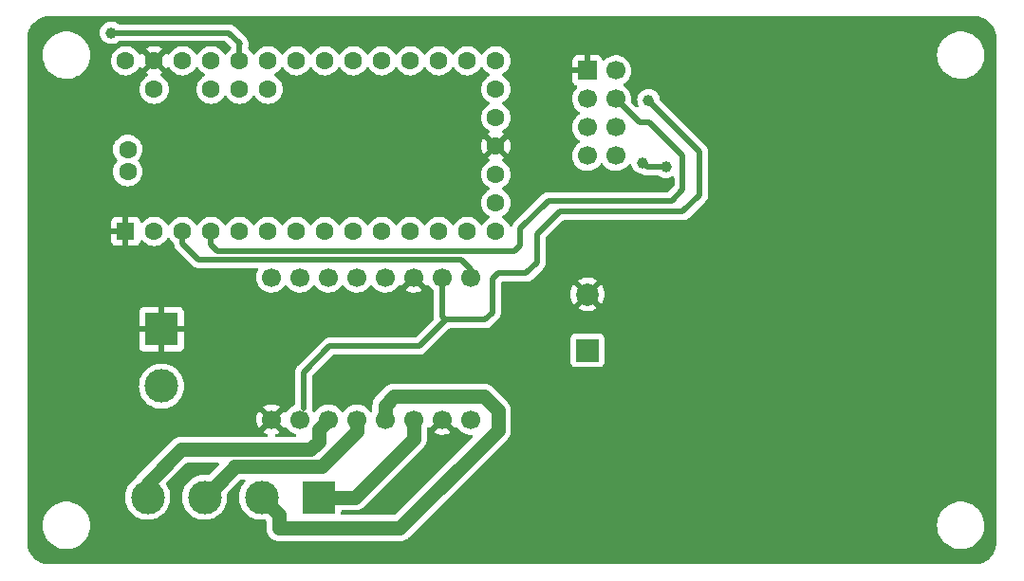
<source format=gbl>
%TF.GenerationSoftware,KiCad,Pcbnew,(6.0.6)*%
%TF.CreationDate,2022-07-07T23:48:31-04:00*%
%TF.ProjectId,Autohelm_Thruster,4175746f-6865-46c6-9d5f-546872757374,rev?*%
%TF.SameCoordinates,Original*%
%TF.FileFunction,Copper,L2,Bot*%
%TF.FilePolarity,Positive*%
%FSLAX46Y46*%
G04 Gerber Fmt 4.6, Leading zero omitted, Abs format (unit mm)*
G04 Created by KiCad (PCBNEW (6.0.6)) date 2022-07-07 23:48:31*
%MOMM*%
%LPD*%
G01*
G04 APERTURE LIST*
%TA.AperFunction,ComponentPad*%
%ADD10R,2.000000X2.000000*%
%TD*%
%TA.AperFunction,ComponentPad*%
%ADD11C,2.000000*%
%TD*%
%TA.AperFunction,ComponentPad*%
%ADD12R,3.000000X3.000000*%
%TD*%
%TA.AperFunction,ComponentPad*%
%ADD13C,3.000000*%
%TD*%
%TA.AperFunction,ComponentPad*%
%ADD14R,1.700000X1.700000*%
%TD*%
%TA.AperFunction,ComponentPad*%
%ADD15C,1.700000*%
%TD*%
%TA.AperFunction,ComponentPad*%
%ADD16R,1.600000X1.600000*%
%TD*%
%TA.AperFunction,ComponentPad*%
%ADD17C,1.600000*%
%TD*%
%TA.AperFunction,ViaPad*%
%ADD18C,1.000000*%
%TD*%
%TA.AperFunction,Conductor*%
%ADD19C,1.300000*%
%TD*%
%TA.AperFunction,Conductor*%
%ADD20C,0.500000*%
%TD*%
G04 APERTURE END LIST*
D10*
%TO.P,C3,1*%
%TO.N,+24V*%
X115500000Y-120367677D03*
D11*
%TO.P,C3,2*%
%TO.N,Earth*%
X115500000Y-115367677D03*
%TD*%
D12*
%TO.P,Battery_In1,1,Pin_1*%
%TO.N,Earth*%
X77500000Y-118500000D03*
D13*
%TO.P,Battery_In1,2,Pin_2*%
%TO.N,+24V*%
X77500000Y-123580000D03*
%TD*%
D14*
%TO.P,U2,1,GND*%
%TO.N,Earth*%
X115500000Y-95375000D03*
D15*
%TO.P,U2,2,VCC*%
%TO.N,+3.3V*%
X118040000Y-95375000D03*
%TO.P,U2,3,CE*%
%TO.N,Net-(U2-Pad3)*%
X115500000Y-97915000D03*
%TO.P,U2,4,~{CSN}*%
%TO.N,Net-(U2-Pad4)*%
X118040000Y-97915000D03*
%TO.P,U2,5,SCK*%
%TO.N,Net-(U2-Pad5)*%
X115500000Y-100455000D03*
%TO.P,U2,6,MOSI*%
%TO.N,Net-(U2-Pad6)*%
X118040000Y-100455000D03*
%TO.P,U2,7,MISO*%
%TO.N,Net-(U2-Pad7)*%
X115500000Y-102995000D03*
%TO.P,U2,8,IRQ*%
%TO.N,Net-(U2-Pad8)*%
X118040000Y-102995000D03*
%TD*%
D16*
%TO.P,U3,1,GND*%
%TO.N,Earth*%
X74300000Y-109740000D03*
D17*
%TO.P,U3,2,0_RX1_MOSI1_Touch*%
%TO.N,unconnected-(U3-Pad2)*%
X76840000Y-109740000D03*
%TO.P,U3,3,1_TX1_MISO1_Touch*%
%TO.N,Net-(U3-Pad3)*%
X79380000Y-109740000D03*
%TO.P,U3,4,2*%
%TO.N,Net-(U2-Pad4)*%
X81920000Y-109740000D03*
%TO.P,U3,5,3_RX1_PWM_Touch*%
%TO.N,Net-(U3-Pad5)*%
X84460000Y-109740000D03*
%TO.P,U3,6,4_TX1_PWM_Touch*%
%TO.N,Net-(U3-Pad6)*%
X87000000Y-109740000D03*
%TO.P,U3,7,5_TX1_MISO1*%
%TO.N,Net-(U3-Pad7)*%
X89540000Y-109740000D03*
%TO.P,U3,8,6_RX3_CS1_PWM*%
%TO.N,Net-(U3-Pad8)*%
X92080000Y-109740000D03*
%TO.P,U3,9,7_RX3_MOSI0*%
%TO.N,Net-(U3-Pad9)*%
X94620000Y-109740000D03*
%TO.P,U3,10,8_TX3_MISO0*%
%TO.N,Net-(U2-Pad8)*%
X97160000Y-109740000D03*
%TO.P,U3,11,9_RX2_PWM*%
%TO.N,unconnected-(U3-Pad11)*%
X99700000Y-109740000D03*
%TO.P,U3,12,10_TX2_CS0_PWM*%
%TO.N,unconnected-(U3-Pad12)*%
X102240000Y-109740000D03*
%TO.P,U3,13,11_MOSI0*%
%TO.N,Net-(U2-Pad6)*%
X104780000Y-109740000D03*
%TO.P,U3,14,12_MISO0*%
%TO.N,Net-(U2-Pad7)*%
X107320000Y-109740000D03*
%TO.P,U3,15,17_Vin*%
%TO.N,unconnected-(U3-Pad15)*%
X107320000Y-107200000D03*
%TO.P,U3,16,3.3V*%
%TO.N,unconnected-(U3-Pad16)*%
X107320000Y-104660000D03*
%TO.P,U3,17,GND*%
%TO.N,Earth*%
X107320000Y-102120000D03*
%TO.P,U3,18,Program*%
%TO.N,unconnected-(U3-Pad18)*%
X107320000Y-99580000D03*
%TO.P,U3,19,26_A12/DAC*%
%TO.N,unconnected-(U3-Pad19)*%
X107320000Y-97040000D03*
%TO.P,U3,20,13_LED_SCK0*%
%TO.N,Net-(U2-Pad5)*%
X107320000Y-94500000D03*
%TO.P,U3,21,14_A0_SCK0*%
%TO.N,unconnected-(U3-Pad21)*%
X104780000Y-94500000D03*
%TO.P,U3,22,15_A1_Touch*%
%TO.N,unconnected-(U3-Pad22)*%
X102240000Y-94500000D03*
%TO.P,U3,23,16_A2_SCL0_PWM_Touch*%
%TO.N,unconnected-(U3-Pad23)*%
X99700000Y-94500000D03*
%TO.P,U3,24,17_A3_SDA0_PWM_Touch*%
%TO.N,unconnected-(U3-Pad24)*%
X97160000Y-94500000D03*
%TO.P,U3,25,18_A4_SDA0_Touch*%
%TO.N,unconnected-(U3-Pad25)*%
X94620000Y-94500000D03*
%TO.P,U3,26,19_A5_SCL0_Touch*%
%TO.N,unconnected-(U3-Pad26)*%
X92080000Y-94500000D03*
%TO.P,U3,27,20_A6_SCK1_PWM_TX3*%
%TO.N,unconnected-(U3-Pad27)*%
X89540000Y-94500000D03*
%TO.P,U3,28,21_A7_MOSI1_RX1*%
%TO.N,unconnected-(U3-Pad28)*%
X87000000Y-94500000D03*
%TO.P,U3,29,22_A8_SCL1_PWM_Touch*%
%TO.N,Net-(R2-Pad1)*%
X84460000Y-94500000D03*
%TO.P,U3,30,23_A9_SDA1_PWM_Touch*%
%TO.N,Net-(U2-Pad3)*%
X81920000Y-94500000D03*
%TO.P,U3,31,3.3V*%
%TO.N,+3.3V*%
X79380000Y-94500000D03*
%TO.P,U3,32,GND*%
%TO.N,Earth*%
X76840000Y-94500000D03*
%TO.P,U3,33,Vin*%
%TO.N,+5V*%
X74300000Y-94500000D03*
%TO.P,U3,34,VUSB*%
%TO.N,unconnected-(U3-Pad34)*%
X76840000Y-97040000D03*
%TO.P,U3,35,AREF*%
%TO.N,unconnected-(U3-Pad35)*%
X81920000Y-97040000D03*
%TO.P,U3,36,24_A10*%
%TO.N,unconnected-(U3-Pad36)*%
X84460000Y-97040000D03*
%TO.P,U3,37,25_A11*%
%TO.N,unconnected-(U3-Pad37)*%
X87000000Y-97040000D03*
%TO.P,U3,39,D+*%
%TO.N,unconnected-(U3-Pad39)*%
X74477800Y-104406000D03*
%TO.P,U3,40,D-*%
%TO.N,unconnected-(U3-Pad40)*%
X74477800Y-102424800D03*
%TD*%
D15*
%TO.P,U4,1,EN*%
%TO.N,Net-(U3-Pad3)*%
X105090000Y-113850000D03*
%TO.P,U4,2,MS1*%
%TO.N,+3.3V*%
X102550000Y-113850000D03*
%TO.P,U4,3,MS2*%
%TO.N,Earth*%
X100010000Y-113850000D03*
%TO.P,U4,4,TX*%
%TO.N,Net-(U3-Pad9)*%
X97470000Y-113850000D03*
%TO.P,U4,5,RX*%
%TO.N,Net-(U3-Pad8)*%
X94930000Y-113850000D03*
%TO.P,U4,6,CLK*%
%TO.N,Net-(U3-Pad7)*%
X92390000Y-113850000D03*
%TO.P,U4,7,STEP*%
%TO.N,Net-(U3-Pad6)*%
X89850000Y-113850000D03*
%TO.P,U4,8,DIR*%
%TO.N,Net-(U3-Pad5)*%
X87310000Y-113850000D03*
%TO.P,U4,9,VM*%
%TO.N,+24V*%
X105090000Y-126550000D03*
%TO.P,U4,10,GND*%
%TO.N,Earth*%
X102550000Y-126550000D03*
%TO.P,U4,11,A2*%
%TO.N,Net-(Motor_Output1-Pad1)*%
X100010000Y-126550000D03*
%TO.P,U4,12,A1*%
%TO.N,Net-(Motor_Output1-Pad2)*%
X97470000Y-126550000D03*
%TO.P,U4,13,B1*%
%TO.N,Net-(Motor_Output1-Pad3)*%
X94930000Y-126550000D03*
%TO.P,U4,14,B2*%
%TO.N,Net-(Motor_Output1-Pad4)*%
X92390000Y-126550000D03*
%TO.P,U4,15,VIO*%
%TO.N,+3.3V*%
X89850000Y-126550000D03*
%TO.P,U4,16,GND*%
%TO.N,Earth*%
X87310000Y-126550000D03*
%TD*%
D12*
%TO.P,MOTOR OUT,1,Pin_1*%
%TO.N,Net-(Motor_Output1-Pad1)*%
X91500000Y-133500000D03*
D13*
%TO.P,MOTOR OUT,2,Pin_2*%
%TO.N,Net-(Motor_Output1-Pad2)*%
X86420000Y-133500000D03*
%TO.P,MOTOR OUT,3,Pin_3*%
%TO.N,Net-(Motor_Output1-Pad3)*%
X81340000Y-133500000D03*
%TO.P,MOTOR OUT,4,Pin_4*%
%TO.N,Net-(Motor_Output1-Pad4)*%
X76260000Y-133500000D03*
%TD*%
D18*
%TO.N,Net-(R2-Pad1)*%
X73000000Y-92000000D03*
%TO.N,+3.3V*%
X120950000Y-98050000D03*
%TO.N,Net-(U2-Pad8)*%
X122500000Y-104000000D03*
X120400000Y-103600000D03*
%TD*%
D19*
%TO.N,Net-(Motor_Output1-Pad2)*%
X107500000Y-125750000D02*
X107500000Y-127500000D01*
X88000000Y-136250000D02*
X88000000Y-135080000D01*
X98750000Y-136250000D02*
X88000000Y-136250000D01*
X98250000Y-124500000D02*
X106250000Y-124500000D01*
X88000000Y-135080000D02*
X86420000Y-133500000D01*
X106250000Y-124500000D02*
X107500000Y-125750000D01*
X107500000Y-127500000D02*
X98750000Y-136250000D01*
X97470000Y-125280000D02*
X98250000Y-124500000D01*
X97470000Y-126550000D02*
X97470000Y-125280000D01*
%TO.N,Net-(Motor_Output1-Pad1)*%
X94750000Y-133500000D02*
X91500000Y-133500000D01*
X100010000Y-128240000D02*
X94750000Y-133500000D01*
X100010000Y-126550000D02*
X100010000Y-128240000D01*
%TO.N,Net-(Motor_Output1-Pad3)*%
X84000000Y-130840000D02*
X81340000Y-133500000D01*
X84000000Y-130750000D02*
X84000000Y-130840000D01*
X91750000Y-130750000D02*
X84000000Y-130750000D01*
X94930000Y-127570000D02*
X91750000Y-130750000D01*
X94930000Y-126550000D02*
X94930000Y-127570000D01*
%TO.N,Net-(Motor_Output1-Pad4)*%
X76260000Y-132240000D02*
X76260000Y-133500000D01*
X90750000Y-129250000D02*
X79250000Y-129250000D01*
X91500000Y-127440000D02*
X91500000Y-128500000D01*
X91500000Y-128500000D02*
X90750000Y-129250000D01*
X79250000Y-129250000D02*
X76260000Y-132240000D01*
X92390000Y-126550000D02*
X91500000Y-127440000D01*
D20*
%TO.N,Net-(R2-Pad1)*%
X73000000Y-92000000D02*
X83500000Y-92000000D01*
X84500000Y-93000000D02*
X84460000Y-93040000D01*
X84460000Y-93040000D02*
X84460000Y-94500000D01*
X83500000Y-92000000D02*
X84500000Y-93000000D01*
%TO.N,+3.3V*%
X92500000Y-120000000D02*
X100500000Y-120000000D01*
X107000000Y-117000000D02*
X106350000Y-117650000D01*
X100500000Y-120000000D02*
X102850000Y-117650000D01*
X106350000Y-117650000D02*
X102850000Y-117650000D01*
X90150000Y-125580000D02*
X90150000Y-122350000D01*
X90150000Y-122350000D02*
X92500000Y-120000000D01*
X125500000Y-106500000D02*
X124000000Y-108000000D01*
X120950000Y-98050000D02*
X125500000Y-102600000D01*
X110000000Y-113500000D02*
X107500000Y-113500000D01*
X102850000Y-117650000D02*
X102550000Y-117350000D01*
X124000000Y-108000000D02*
X113000000Y-108000000D01*
X102550000Y-117350000D02*
X102550000Y-113850000D01*
X111000000Y-112500000D02*
X110000000Y-113500000D01*
X107000000Y-114000000D02*
X107000000Y-117000000D01*
X113000000Y-108000000D02*
X111000000Y-110000000D01*
X111000000Y-110000000D02*
X111000000Y-112500000D01*
X125500000Y-102600000D02*
X125500000Y-106500000D01*
X107500000Y-113500000D02*
X107000000Y-114000000D01*
%TO.N,Net-(U2-Pad4)*%
X118040000Y-97915000D02*
X120125000Y-100000000D01*
X109500000Y-111000000D02*
X109000000Y-111500000D01*
X120125000Y-100000000D02*
X121000000Y-100000000D01*
X123000000Y-107000000D02*
X112000000Y-107000000D01*
X112000000Y-107000000D02*
X109500000Y-109500000D01*
X109000000Y-111500000D02*
X82500000Y-111500000D01*
X124000000Y-106000000D02*
X123000000Y-107000000D01*
X124000000Y-103000000D02*
X124000000Y-106000000D01*
X109500000Y-109500000D02*
X109500000Y-111000000D01*
X82500000Y-111500000D02*
X81920000Y-110920000D01*
X121000000Y-100000000D02*
X124000000Y-103000000D01*
X81920000Y-110920000D02*
X81920000Y-109740000D01*
%TO.N,Net-(U2-Pad8)*%
X120400000Y-103600000D02*
X120800000Y-104000000D01*
X120800000Y-104000000D02*
X122500000Y-104000000D01*
%TO.N,Net-(U3-Pad3)*%
X80750000Y-112250000D02*
X104250000Y-112250000D01*
X104250000Y-112250000D02*
X105090000Y-113090000D01*
X79380000Y-110880000D02*
X80750000Y-112250000D01*
X105090000Y-113090000D02*
X105090000Y-113850000D01*
X79380000Y-109740000D02*
X79380000Y-110880000D01*
%TD*%
%TA.AperFunction,Conductor*%
%TO.N,Earth*%
G36*
X149970018Y-90510000D02*
G01*
X149984851Y-90512310D01*
X149984855Y-90512310D01*
X149993724Y-90513691D01*
X150010012Y-90511561D01*
X150034589Y-90510767D01*
X150061441Y-90512527D01*
X150251701Y-90524998D01*
X150268041Y-90527149D01*
X150387691Y-90550949D01*
X150507343Y-90574749D01*
X150523257Y-90579013D01*
X150638776Y-90618226D01*
X150754292Y-90657439D01*
X150769519Y-90663746D01*
X150988342Y-90771657D01*
X151002616Y-90779898D01*
X151205478Y-90915447D01*
X151218553Y-90925480D01*
X151401993Y-91086352D01*
X151413648Y-91098007D01*
X151574520Y-91281447D01*
X151584553Y-91294522D01*
X151720102Y-91497384D01*
X151728343Y-91511658D01*
X151836254Y-91730481D01*
X151842561Y-91745708D01*
X151906455Y-91933932D01*
X151920986Y-91976740D01*
X151925252Y-91992660D01*
X151972851Y-92231959D01*
X151975002Y-92248299D01*
X151988763Y-92458236D01*
X151987733Y-92481350D01*
X151987690Y-92484854D01*
X151986309Y-92493724D01*
X151987473Y-92502626D01*
X151987473Y-92502628D01*
X151990436Y-92525283D01*
X151991500Y-92541621D01*
X151991500Y-137450633D01*
X151990000Y-137470018D01*
X151987690Y-137484851D01*
X151987690Y-137484855D01*
X151986309Y-137493724D01*
X151988136Y-137507694D01*
X151988439Y-137510010D01*
X151989233Y-137534590D01*
X151975002Y-137751701D01*
X151972851Y-137768041D01*
X151926108Y-138003039D01*
X151925252Y-138007340D01*
X151920987Y-138023257D01*
X151903455Y-138074904D01*
X151842561Y-138254292D01*
X151836254Y-138269519D01*
X151728343Y-138488342D01*
X151720102Y-138502616D01*
X151584553Y-138705478D01*
X151574520Y-138718553D01*
X151413648Y-138901993D01*
X151401993Y-138913648D01*
X151218553Y-139074520D01*
X151205478Y-139084553D01*
X151002616Y-139220102D01*
X150988342Y-139228343D01*
X150769519Y-139336254D01*
X150754292Y-139342561D01*
X150638776Y-139381774D01*
X150523257Y-139420987D01*
X150507343Y-139425251D01*
X150387690Y-139449052D01*
X150268041Y-139472851D01*
X150251701Y-139475002D01*
X150110437Y-139484262D01*
X150041763Y-139488763D01*
X150018650Y-139487733D01*
X150015146Y-139487690D01*
X150006276Y-139486309D01*
X149997374Y-139487473D01*
X149997372Y-139487473D01*
X149983915Y-139489233D01*
X149974714Y-139490436D01*
X149958379Y-139491500D01*
X67549367Y-139491500D01*
X67529982Y-139490000D01*
X67515149Y-139487690D01*
X67515145Y-139487690D01*
X67506276Y-139486309D01*
X67489988Y-139488439D01*
X67465411Y-139489233D01*
X67420801Y-139486309D01*
X67248299Y-139475002D01*
X67231959Y-139472851D01*
X67112310Y-139449052D01*
X66992657Y-139425251D01*
X66976743Y-139420987D01*
X66861224Y-139381774D01*
X66745708Y-139342561D01*
X66730481Y-139336254D01*
X66511658Y-139228343D01*
X66497384Y-139220102D01*
X66294522Y-139084553D01*
X66281447Y-139074520D01*
X66098007Y-138913648D01*
X66086352Y-138901993D01*
X65925480Y-138718553D01*
X65915447Y-138705478D01*
X65779898Y-138502616D01*
X65771657Y-138488342D01*
X65663746Y-138269519D01*
X65657439Y-138254292D01*
X65596545Y-138074904D01*
X65579013Y-138023257D01*
X65574748Y-138007340D01*
X65573893Y-138003039D01*
X65527149Y-137768041D01*
X65524998Y-137751701D01*
X65511476Y-137545407D01*
X65512650Y-137522232D01*
X65512334Y-137522204D01*
X65512770Y-137517344D01*
X65513576Y-137512552D01*
X65513729Y-137500000D01*
X65509773Y-137472376D01*
X65508500Y-137454514D01*
X65508500Y-135977869D01*
X66886689Y-135977869D01*
X66903238Y-136264883D01*
X66904063Y-136269088D01*
X66904064Y-136269096D01*
X66929050Y-136396449D01*
X66958586Y-136546995D01*
X66959973Y-136551045D01*
X66959974Y-136551050D01*
X67050321Y-136814930D01*
X67051710Y-136818986D01*
X67106991Y-136928900D01*
X67172707Y-137059561D01*
X67180885Y-137075822D01*
X67343721Y-137312750D01*
X67346608Y-137315923D01*
X67346609Y-137315924D01*
X67434655Y-137412686D01*
X67537206Y-137525388D01*
X67540501Y-137528143D01*
X67540502Y-137528144D01*
X67591258Y-137570582D01*
X67757759Y-137709798D01*
X68001298Y-137862571D01*
X68263318Y-137980877D01*
X68267437Y-137982097D01*
X68534857Y-138061311D01*
X68534862Y-138061312D01*
X68538970Y-138062529D01*
X68543204Y-138063177D01*
X68543209Y-138063178D01*
X68791811Y-138101219D01*
X68823153Y-138106015D01*
X68969485Y-138108314D01*
X69106317Y-138110464D01*
X69106323Y-138110464D01*
X69110608Y-138110531D01*
X69114860Y-138110016D01*
X69114868Y-138110016D01*
X69391756Y-138076508D01*
X69391761Y-138076507D01*
X69396017Y-138075992D01*
X69674097Y-138003039D01*
X69939704Y-137893021D01*
X70073383Y-137814905D01*
X70184219Y-137750138D01*
X70184220Y-137750137D01*
X70187922Y-137747974D01*
X70414159Y-137570582D01*
X70438556Y-137545407D01*
X70569968Y-137409800D01*
X70614227Y-137364128D01*
X70616760Y-137360680D01*
X70616764Y-137360675D01*
X70781887Y-137135886D01*
X70784425Y-137132431D01*
X70817241Y-137071991D01*
X70919554Y-136883555D01*
X70919555Y-136883553D01*
X70921604Y-136879779D01*
X70972414Y-136745314D01*
X71021707Y-136614866D01*
X71021708Y-136614862D01*
X71023225Y-136610848D01*
X71049279Y-136497091D01*
X71086449Y-136334797D01*
X71086450Y-136334793D01*
X71087407Y-136330613D01*
X71101675Y-136170748D01*
X71112743Y-136046726D01*
X71112743Y-136046724D01*
X71112963Y-136044260D01*
X71113427Y-136000000D01*
X71093873Y-135713175D01*
X71089336Y-135691264D01*
X71036443Y-135435855D01*
X71035574Y-135431658D01*
X70939607Y-135160657D01*
X70832450Y-134953043D01*
X70809715Y-134908995D01*
X70809715Y-134908994D01*
X70807750Y-134905188D01*
X70794488Y-134886317D01*
X70698201Y-134749315D01*
X70642441Y-134669977D01*
X70446740Y-134459378D01*
X70224268Y-134277287D01*
X69979142Y-134127073D01*
X69961048Y-134119130D01*
X69719830Y-134013243D01*
X69715898Y-134011517D01*
X69689963Y-134004129D01*
X69443534Y-133933932D01*
X69443535Y-133933932D01*
X69439406Y-133932756D01*
X69226704Y-133902485D01*
X69159036Y-133892854D01*
X69159034Y-133892854D01*
X69154784Y-133892249D01*
X69150495Y-133892227D01*
X69150488Y-133892226D01*
X68871583Y-133890765D01*
X68871576Y-133890765D01*
X68867297Y-133890743D01*
X68863053Y-133891302D01*
X68863049Y-133891302D01*
X68737660Y-133907810D01*
X68582266Y-133928268D01*
X68578126Y-133929401D01*
X68578124Y-133929401D01*
X68501311Y-133950415D01*
X68304964Y-134004129D01*
X68301016Y-134005813D01*
X68044476Y-134115237D01*
X68044472Y-134115239D01*
X68040524Y-134116923D01*
X67915960Y-134191473D01*
X67797521Y-134262357D01*
X67797517Y-134262360D01*
X67793839Y-134264561D01*
X67569472Y-134444313D01*
X67528734Y-134487242D01*
X67374895Y-134649355D01*
X67371577Y-134652851D01*
X67203814Y-134886317D01*
X67069288Y-135140392D01*
X66970489Y-135410373D01*
X66909245Y-135691264D01*
X66908909Y-135695534D01*
X66887196Y-135971428D01*
X66887195Y-135971428D01*
X66887196Y-135971430D01*
X66886689Y-135977869D01*
X65508500Y-135977869D01*
X65508500Y-133478918D01*
X74246917Y-133478918D01*
X74262682Y-133752320D01*
X74263507Y-133756525D01*
X74263508Y-133756533D01*
X74293917Y-133911526D01*
X74315405Y-134021053D01*
X74316792Y-134025103D01*
X74316793Y-134025108D01*
X74399695Y-134267243D01*
X74404112Y-134280144D01*
X74450966Y-134373303D01*
X74506076Y-134482877D01*
X74527160Y-134524799D01*
X74529586Y-134528328D01*
X74529589Y-134528334D01*
X74658830Y-134716379D01*
X74682274Y-134750490D01*
X74685161Y-134753663D01*
X74685162Y-134753664D01*
X74826502Y-134908995D01*
X74866582Y-134953043D01*
X75076675Y-135128707D01*
X75080316Y-135130991D01*
X75305024Y-135271951D01*
X75305028Y-135271953D01*
X75308664Y-135274234D01*
X75376544Y-135304883D01*
X75554345Y-135385164D01*
X75554349Y-135385166D01*
X75558257Y-135386930D01*
X75562377Y-135388150D01*
X75562376Y-135388150D01*
X75816723Y-135463491D01*
X75816727Y-135463492D01*
X75820836Y-135464709D01*
X75825070Y-135465357D01*
X75825075Y-135465358D01*
X76087298Y-135505483D01*
X76087300Y-135505483D01*
X76091540Y-135506132D01*
X76230912Y-135508322D01*
X76361071Y-135510367D01*
X76361077Y-135510367D01*
X76365362Y-135510434D01*
X76637235Y-135477534D01*
X76902127Y-135408041D01*
X76906087Y-135406401D01*
X76906092Y-135406399D01*
X77028631Y-135355641D01*
X77155136Y-135303241D01*
X77391582Y-135165073D01*
X77607089Y-134996094D01*
X77641573Y-134960510D01*
X77794686Y-134802509D01*
X77797669Y-134799431D01*
X77800202Y-134795983D01*
X77800206Y-134795978D01*
X77957257Y-134582178D01*
X77959795Y-134578723D01*
X77961871Y-134574900D01*
X78088418Y-134341830D01*
X78088419Y-134341828D01*
X78090468Y-134338054D01*
X78170191Y-134127073D01*
X78185751Y-134085895D01*
X78185752Y-134085891D01*
X78187269Y-134081877D01*
X78221560Y-133932152D01*
X78247449Y-133819117D01*
X78247450Y-133819113D01*
X78248407Y-133814933D01*
X78250766Y-133788509D01*
X78272531Y-133544627D01*
X78272531Y-133544625D01*
X78272751Y-133542161D01*
X78273193Y-133500000D01*
X78254567Y-133226778D01*
X78252774Y-133218117D01*
X78199901Y-132962809D01*
X78199032Y-132958612D01*
X78107617Y-132700465D01*
X77982013Y-132457112D01*
X77979545Y-132453600D01*
X77918780Y-132367139D01*
X77895975Y-132299905D01*
X77913140Y-132231015D01*
X77932772Y-132205594D01*
X79692961Y-130445405D01*
X79755273Y-130411379D01*
X79782056Y-130408500D01*
X82488944Y-130408500D01*
X82557065Y-130428502D01*
X82603558Y-130482158D01*
X82613662Y-130552432D01*
X82584168Y-130617012D01*
X82578039Y-130623595D01*
X81726284Y-131475350D01*
X81663972Y-131509376D01*
X81619436Y-131510998D01*
X81491695Y-131492818D01*
X81491693Y-131492818D01*
X81487443Y-131492213D01*
X81342147Y-131491453D01*
X81217877Y-131490802D01*
X81217871Y-131490802D01*
X81213591Y-131490780D01*
X81209347Y-131491339D01*
X81209343Y-131491339D01*
X81135741Y-131501029D01*
X80942078Y-131526525D01*
X80677928Y-131598788D01*
X80673980Y-131600472D01*
X80429982Y-131704546D01*
X80429978Y-131704548D01*
X80426030Y-131706232D01*
X80359400Y-131746109D01*
X80194725Y-131844664D01*
X80194721Y-131844667D01*
X80191043Y-131846868D01*
X79977318Y-132018094D01*
X79788808Y-132216742D01*
X79629002Y-132439136D01*
X79500857Y-132681161D01*
X79499385Y-132685184D01*
X79499383Y-132685188D01*
X79492314Y-132704506D01*
X79406743Y-132938337D01*
X79348404Y-133205907D01*
X79326917Y-133478918D01*
X79342682Y-133752320D01*
X79343507Y-133756525D01*
X79343508Y-133756533D01*
X79373917Y-133911526D01*
X79395405Y-134021053D01*
X79396792Y-134025103D01*
X79396793Y-134025108D01*
X79479695Y-134267243D01*
X79484112Y-134280144D01*
X79530966Y-134373303D01*
X79586076Y-134482877D01*
X79607160Y-134524799D01*
X79609586Y-134528328D01*
X79609589Y-134528334D01*
X79738830Y-134716379D01*
X79762274Y-134750490D01*
X79765161Y-134753663D01*
X79765162Y-134753664D01*
X79906502Y-134908995D01*
X79946582Y-134953043D01*
X80156675Y-135128707D01*
X80160316Y-135130991D01*
X80385024Y-135271951D01*
X80385028Y-135271953D01*
X80388664Y-135274234D01*
X80456544Y-135304883D01*
X80634345Y-135385164D01*
X80634349Y-135385166D01*
X80638257Y-135386930D01*
X80642377Y-135388150D01*
X80642376Y-135388150D01*
X80896723Y-135463491D01*
X80896727Y-135463492D01*
X80900836Y-135464709D01*
X80905070Y-135465357D01*
X80905075Y-135465358D01*
X81167298Y-135505483D01*
X81167300Y-135505483D01*
X81171540Y-135506132D01*
X81310912Y-135508322D01*
X81441071Y-135510367D01*
X81441077Y-135510367D01*
X81445362Y-135510434D01*
X81717235Y-135477534D01*
X81982127Y-135408041D01*
X81986087Y-135406401D01*
X81986092Y-135406399D01*
X82108631Y-135355641D01*
X82235136Y-135303241D01*
X82471582Y-135165073D01*
X82687089Y-134996094D01*
X82721573Y-134960510D01*
X82874686Y-134802509D01*
X82877669Y-134799431D01*
X82880202Y-134795983D01*
X82880206Y-134795978D01*
X83037257Y-134582178D01*
X83039795Y-134578723D01*
X83041871Y-134574900D01*
X83168418Y-134341830D01*
X83168419Y-134341828D01*
X83170468Y-134338054D01*
X83250191Y-134127073D01*
X83265751Y-134085895D01*
X83265752Y-134085891D01*
X83267269Y-134081877D01*
X83301560Y-133932152D01*
X83327449Y-133819117D01*
X83327450Y-133819113D01*
X83328407Y-133814933D01*
X83330766Y-133788509D01*
X83352531Y-133544627D01*
X83352531Y-133544625D01*
X83352751Y-133542161D01*
X83353193Y-133500000D01*
X83334567Y-133226778D01*
X83333698Y-133222581D01*
X83333115Y-133218326D01*
X83334640Y-133218117D01*
X83339902Y-133153815D01*
X83368405Y-133109961D01*
X84532961Y-131945405D01*
X84595273Y-131911379D01*
X84622056Y-131908500D01*
X84868046Y-131908500D01*
X84936167Y-131928502D01*
X84982660Y-131982158D01*
X84992764Y-132052432D01*
X84959443Y-132121232D01*
X84868808Y-132216742D01*
X84709002Y-132439136D01*
X84580857Y-132681161D01*
X84579385Y-132685184D01*
X84579383Y-132685188D01*
X84572314Y-132704506D01*
X84486743Y-132938337D01*
X84428404Y-133205907D01*
X84406917Y-133478918D01*
X84422682Y-133752320D01*
X84423507Y-133756525D01*
X84423508Y-133756533D01*
X84453917Y-133911526D01*
X84475405Y-134021053D01*
X84476792Y-134025103D01*
X84476793Y-134025108D01*
X84559695Y-134267243D01*
X84564112Y-134280144D01*
X84610966Y-134373303D01*
X84666076Y-134482877D01*
X84687160Y-134524799D01*
X84689586Y-134528328D01*
X84689589Y-134528334D01*
X84818830Y-134716379D01*
X84842274Y-134750490D01*
X84845161Y-134753663D01*
X84845162Y-134753664D01*
X84986502Y-134908995D01*
X85026582Y-134953043D01*
X85236675Y-135128707D01*
X85240316Y-135130991D01*
X85465024Y-135271951D01*
X85465028Y-135271953D01*
X85468664Y-135274234D01*
X85536544Y-135304883D01*
X85714345Y-135385164D01*
X85714349Y-135385166D01*
X85718257Y-135386930D01*
X85722377Y-135388150D01*
X85722376Y-135388150D01*
X85976723Y-135463491D01*
X85976727Y-135463492D01*
X85980836Y-135464709D01*
X85985070Y-135465357D01*
X85985075Y-135465358D01*
X86247298Y-135505483D01*
X86247300Y-135505483D01*
X86251540Y-135506132D01*
X86390912Y-135508322D01*
X86521071Y-135510367D01*
X86521077Y-135510367D01*
X86525362Y-135510434D01*
X86529616Y-135509919D01*
X86529620Y-135509919D01*
X86584542Y-135503272D01*
X86700364Y-135489256D01*
X86770393Y-135500929D01*
X86822995Y-135548610D01*
X86841500Y-135614343D01*
X86841500Y-136235362D01*
X86841489Y-136237011D01*
X86840124Y-136341284D01*
X86849606Y-136396464D01*
X86850895Y-136406254D01*
X86856019Y-136462024D01*
X86857585Y-136467576D01*
X86866644Y-136499698D01*
X86869553Y-136512557D01*
X86876181Y-136551126D01*
X86878178Y-136556538D01*
X86895562Y-136603662D01*
X86898618Y-136613069D01*
X86913814Y-136666948D01*
X86916367Y-136672124D01*
X86931124Y-136702049D01*
X86936330Y-136714168D01*
X86949875Y-136750884D01*
X86952824Y-136755841D01*
X86952827Y-136755847D01*
X86978506Y-136799007D01*
X86983218Y-136807685D01*
X87007985Y-136857908D01*
X87011444Y-136862540D01*
X87031399Y-136889264D01*
X87038724Y-136900226D01*
X87055784Y-136928900D01*
X87058739Y-136933866D01*
X87095653Y-136975959D01*
X87101869Y-136983636D01*
X87131919Y-137023878D01*
X87131924Y-137023884D01*
X87135378Y-137028509D01*
X87139622Y-137032432D01*
X87164119Y-137055076D01*
X87173325Y-137064526D01*
X87199125Y-137093946D01*
X87237171Y-137123940D01*
X87243097Y-137128611D01*
X87250619Y-137135036D01*
X87291729Y-137173037D01*
X87324837Y-137193926D01*
X87335598Y-137201532D01*
X87361795Y-137222185D01*
X87361799Y-137222187D01*
X87366333Y-137225762D01*
X87415890Y-137251835D01*
X87424443Y-137256774D01*
X87466912Y-137283571D01*
X87466924Y-137283577D01*
X87471799Y-137286653D01*
X87477159Y-137288791D01*
X87477162Y-137288793D01*
X87508145Y-137301154D01*
X87520122Y-137306676D01*
X87549641Y-137322206D01*
X87549643Y-137322207D01*
X87554762Y-137324900D01*
X87560278Y-137326613D01*
X87560281Y-137326614D01*
X87608237Y-137341504D01*
X87617564Y-137344807D01*
X87669559Y-137365551D01*
X87707937Y-137373185D01*
X87720717Y-137376431D01*
X87752580Y-137386325D01*
X87752586Y-137386326D01*
X87758102Y-137388039D01*
X87763836Y-137388718D01*
X87763838Y-137388718D01*
X87773260Y-137389833D01*
X87813715Y-137394621D01*
X87823476Y-137396167D01*
X87878385Y-137407089D01*
X87884161Y-137407165D01*
X87884164Y-137407165D01*
X87917521Y-137407602D01*
X87923585Y-137407995D01*
X87923594Y-137407845D01*
X87927286Y-137408063D01*
X87930982Y-137408500D01*
X87985362Y-137408500D01*
X87987012Y-137408511D01*
X88091284Y-137409876D01*
X88096982Y-137408897D01*
X88097095Y-137408888D01*
X88106980Y-137408500D01*
X98706703Y-137408500D01*
X98714944Y-137408770D01*
X98727978Y-137409624D01*
X98780456Y-137413064D01*
X98869494Y-137402525D01*
X98872762Y-137402183D01*
X98962024Y-137393981D01*
X98967581Y-137392414D01*
X98969981Y-137391969D01*
X98983732Y-137389233D01*
X98986158Y-137388717D01*
X98991898Y-137388038D01*
X99077544Y-137361445D01*
X99080676Y-137360517D01*
X99136381Y-137344807D01*
X99161389Y-137337754D01*
X99161391Y-137337753D01*
X99166948Y-137336186D01*
X99172127Y-137333632D01*
X99174469Y-137332733D01*
X99187400Y-137327574D01*
X99189717Y-137326614D01*
X99195238Y-137324900D01*
X99200350Y-137322211D01*
X99200356Y-137322208D01*
X99274605Y-137283144D01*
X99277544Y-137281646D01*
X99352730Y-137244569D01*
X99352734Y-137244567D01*
X99357908Y-137242015D01*
X99362532Y-137238562D01*
X99364686Y-137237242D01*
X99376475Y-137229803D01*
X99378554Y-137228453D01*
X99383667Y-137225763D01*
X99454081Y-137170252D01*
X99456651Y-137168281D01*
X99523881Y-137118079D01*
X99523888Y-137118072D01*
X99528509Y-137114622D01*
X99585084Y-137053419D01*
X99588513Y-137049853D01*
X100660497Y-135977869D01*
X146686689Y-135977869D01*
X146703238Y-136264883D01*
X146704063Y-136269088D01*
X146704064Y-136269096D01*
X146729050Y-136396449D01*
X146758586Y-136546995D01*
X146759973Y-136551045D01*
X146759974Y-136551050D01*
X146850321Y-136814930D01*
X146851710Y-136818986D01*
X146906991Y-136928900D01*
X146972707Y-137059561D01*
X146980885Y-137075822D01*
X147143721Y-137312750D01*
X147146608Y-137315923D01*
X147146609Y-137315924D01*
X147234655Y-137412686D01*
X147337206Y-137525388D01*
X147340501Y-137528143D01*
X147340502Y-137528144D01*
X147391258Y-137570582D01*
X147557759Y-137709798D01*
X147801298Y-137862571D01*
X148063318Y-137980877D01*
X148067437Y-137982097D01*
X148334857Y-138061311D01*
X148334862Y-138061312D01*
X148338970Y-138062529D01*
X148343204Y-138063177D01*
X148343209Y-138063178D01*
X148591811Y-138101219D01*
X148623153Y-138106015D01*
X148769485Y-138108314D01*
X148906317Y-138110464D01*
X148906323Y-138110464D01*
X148910608Y-138110531D01*
X148914860Y-138110016D01*
X148914868Y-138110016D01*
X149191756Y-138076508D01*
X149191761Y-138076507D01*
X149196017Y-138075992D01*
X149474097Y-138003039D01*
X149739704Y-137893021D01*
X149873383Y-137814905D01*
X149984219Y-137750138D01*
X149984220Y-137750137D01*
X149987922Y-137747974D01*
X150214159Y-137570582D01*
X150238556Y-137545407D01*
X150369968Y-137409800D01*
X150414227Y-137364128D01*
X150416760Y-137360680D01*
X150416764Y-137360675D01*
X150581887Y-137135886D01*
X150584425Y-137132431D01*
X150617241Y-137071991D01*
X150719554Y-136883555D01*
X150719555Y-136883553D01*
X150721604Y-136879779D01*
X150772414Y-136745314D01*
X150821707Y-136614866D01*
X150821708Y-136614862D01*
X150823225Y-136610848D01*
X150849279Y-136497091D01*
X150886449Y-136334797D01*
X150886450Y-136334793D01*
X150887407Y-136330613D01*
X150901675Y-136170748D01*
X150912743Y-136046726D01*
X150912743Y-136046724D01*
X150912963Y-136044260D01*
X150913427Y-136000000D01*
X150893873Y-135713175D01*
X150889336Y-135691264D01*
X150836443Y-135435855D01*
X150835574Y-135431658D01*
X150739607Y-135160657D01*
X150632450Y-134953043D01*
X150609715Y-134908995D01*
X150609715Y-134908994D01*
X150607750Y-134905188D01*
X150594488Y-134886317D01*
X150498201Y-134749315D01*
X150442441Y-134669977D01*
X150246740Y-134459378D01*
X150024268Y-134277287D01*
X149779142Y-134127073D01*
X149761048Y-134119130D01*
X149519830Y-134013243D01*
X149515898Y-134011517D01*
X149489963Y-134004129D01*
X149243534Y-133933932D01*
X149243535Y-133933932D01*
X149239406Y-133932756D01*
X149026704Y-133902485D01*
X148959036Y-133892854D01*
X148959034Y-133892854D01*
X148954784Y-133892249D01*
X148950495Y-133892227D01*
X148950488Y-133892226D01*
X148671583Y-133890765D01*
X148671576Y-133890765D01*
X148667297Y-133890743D01*
X148663053Y-133891302D01*
X148663049Y-133891302D01*
X148537660Y-133907810D01*
X148382266Y-133928268D01*
X148378126Y-133929401D01*
X148378124Y-133929401D01*
X148301311Y-133950415D01*
X148104964Y-134004129D01*
X148101016Y-134005813D01*
X147844476Y-134115237D01*
X147844472Y-134115239D01*
X147840524Y-134116923D01*
X147715960Y-134191473D01*
X147597521Y-134262357D01*
X147597517Y-134262360D01*
X147593839Y-134264561D01*
X147369472Y-134444313D01*
X147328734Y-134487242D01*
X147174895Y-134649355D01*
X147171577Y-134652851D01*
X147003814Y-134886317D01*
X146869288Y-135140392D01*
X146770489Y-135410373D01*
X146709245Y-135691264D01*
X146708909Y-135695534D01*
X146687196Y-135971428D01*
X146687195Y-135971428D01*
X146687196Y-135971430D01*
X146686689Y-135977869D01*
X100660497Y-135977869D01*
X108288556Y-128349810D01*
X108294574Y-128344173D01*
X108343946Y-128300875D01*
X108347517Y-128296346D01*
X108347522Y-128296340D01*
X108399426Y-128230499D01*
X108401503Y-128227934D01*
X108455147Y-128163436D01*
X108455153Y-128163427D01*
X108458841Y-128158993D01*
X108461659Y-128153961D01*
X108463065Y-128151915D01*
X108470786Y-128140359D01*
X108472186Y-128138203D01*
X108475762Y-128133667D01*
X108517518Y-128054304D01*
X108519046Y-128051488D01*
X108562876Y-127973222D01*
X108564734Y-127967749D01*
X108565787Y-127965383D01*
X108571255Y-127952655D01*
X108572208Y-127950353D01*
X108574900Y-127945238D01*
X108579765Y-127929572D01*
X108601491Y-127859604D01*
X108602510Y-127856468D01*
X108629459Y-127777079D01*
X108629460Y-127777074D01*
X108631317Y-127771604D01*
X108632146Y-127765885D01*
X108632729Y-127763458D01*
X108635820Y-127749796D01*
X108636326Y-127747415D01*
X108638039Y-127741898D01*
X108648577Y-127652864D01*
X108649008Y-127649595D01*
X108661040Y-127566606D01*
X108661869Y-127560891D01*
X108658597Y-127477621D01*
X108658500Y-127472675D01*
X108658500Y-125793297D01*
X108658770Y-125785056D01*
X108662686Y-125725310D01*
X108663064Y-125719544D01*
X108652525Y-125630506D01*
X108652182Y-125627231D01*
X108648795Y-125590367D01*
X108643981Y-125537976D01*
X108642414Y-125532419D01*
X108641969Y-125530019D01*
X108639233Y-125516268D01*
X108638717Y-125513842D01*
X108638038Y-125508102D01*
X108611445Y-125422456D01*
X108610513Y-125419309D01*
X108610088Y-125417800D01*
X108586186Y-125333052D01*
X108583632Y-125327873D01*
X108582733Y-125325531D01*
X108577574Y-125312600D01*
X108576614Y-125310283D01*
X108574900Y-125304762D01*
X108572211Y-125299650D01*
X108572208Y-125299644D01*
X108533144Y-125225395D01*
X108531646Y-125222456D01*
X108529996Y-125219109D01*
X108492015Y-125142092D01*
X108488562Y-125137468D01*
X108487242Y-125135314D01*
X108479803Y-125123525D01*
X108478453Y-125121446D01*
X108475763Y-125116333D01*
X108420252Y-125045919D01*
X108418281Y-125043349D01*
X108368079Y-124976119D01*
X108368072Y-124976112D01*
X108364622Y-124971491D01*
X108303419Y-124914916D01*
X108299853Y-124911487D01*
X107099810Y-123711444D01*
X107094173Y-123705426D01*
X107054680Y-123660393D01*
X107050875Y-123656054D01*
X107007882Y-123622161D01*
X106980469Y-123600550D01*
X106977906Y-123598474D01*
X106952710Y-123577519D01*
X106908993Y-123541160D01*
X106903948Y-123538335D01*
X106901942Y-123536956D01*
X106890312Y-123529184D01*
X106888206Y-123527816D01*
X106883667Y-123524238D01*
X106804270Y-123482465D01*
X106801464Y-123480941D01*
X106723223Y-123437124D01*
X106717749Y-123435266D01*
X106715402Y-123434221D01*
X106702627Y-123428732D01*
X106700344Y-123427786D01*
X106695238Y-123425100D01*
X106689724Y-123423388D01*
X106689722Y-123423387D01*
X106609572Y-123398499D01*
X106606436Y-123397480D01*
X106577054Y-123387506D01*
X106521605Y-123368684D01*
X106515885Y-123367855D01*
X106513429Y-123367265D01*
X106499878Y-123364199D01*
X106497425Y-123363677D01*
X106491898Y-123361961D01*
X106486161Y-123361282D01*
X106486156Y-123361281D01*
X106416996Y-123353096D01*
X106402860Y-123351423D01*
X106399601Y-123350994D01*
X106375312Y-123347472D01*
X106316604Y-123338959D01*
X106316600Y-123338959D01*
X106310891Y-123338131D01*
X106227623Y-123341403D01*
X106222676Y-123341500D01*
X98293301Y-123341500D01*
X98285060Y-123341230D01*
X98219545Y-123336936D01*
X98180983Y-123341500D01*
X98130523Y-123347472D01*
X98127244Y-123347816D01*
X98043730Y-123355490D01*
X98043727Y-123355491D01*
X98037976Y-123356019D01*
X98032420Y-123357586D01*
X98030018Y-123358031D01*
X98016295Y-123360760D01*
X98013830Y-123361284D01*
X98008103Y-123361962D01*
X97922445Y-123388559D01*
X97919348Y-123389475D01*
X97890967Y-123397480D01*
X97838611Y-123412246D01*
X97838609Y-123412247D01*
X97833052Y-123413814D01*
X97827873Y-123416368D01*
X97825531Y-123417267D01*
X97812600Y-123422426D01*
X97810283Y-123423386D01*
X97804762Y-123425100D01*
X97799650Y-123427789D01*
X97799644Y-123427792D01*
X97725395Y-123466856D01*
X97722456Y-123468354D01*
X97647270Y-123505431D01*
X97647266Y-123505433D01*
X97642092Y-123507985D01*
X97637468Y-123511438D01*
X97635314Y-123512758D01*
X97623541Y-123520186D01*
X97621443Y-123521548D01*
X97616333Y-123524237D01*
X97545924Y-123579742D01*
X97543333Y-123581730D01*
X97520911Y-123598474D01*
X97471491Y-123635378D01*
X97467577Y-123639612D01*
X97467575Y-123639614D01*
X97414928Y-123696568D01*
X97411499Y-123700134D01*
X96681436Y-124430198D01*
X96675417Y-124435835D01*
X96626054Y-124479125D01*
X96622482Y-124483656D01*
X96570550Y-124549531D01*
X96568474Y-124552094D01*
X96511160Y-124621007D01*
X96508335Y-124626052D01*
X96506956Y-124628058D01*
X96499184Y-124639688D01*
X96497816Y-124641794D01*
X96494238Y-124646333D01*
X96452465Y-124725730D01*
X96450941Y-124728536D01*
X96407124Y-124806777D01*
X96405266Y-124812251D01*
X96404221Y-124814598D01*
X96398732Y-124827373D01*
X96397786Y-124829656D01*
X96395100Y-124834762D01*
X96393388Y-124840276D01*
X96393387Y-124840278D01*
X96368499Y-124920428D01*
X96367480Y-124923564D01*
X96338684Y-125008395D01*
X96337855Y-125014115D01*
X96337265Y-125016571D01*
X96334199Y-125030122D01*
X96333677Y-125032575D01*
X96331961Y-125038102D01*
X96331282Y-125043839D01*
X96331281Y-125043844D01*
X96321424Y-125127134D01*
X96320993Y-125130406D01*
X96312319Y-125190228D01*
X96308131Y-125219109D01*
X96311161Y-125296209D01*
X96311403Y-125302377D01*
X96311500Y-125307324D01*
X96311500Y-125757567D01*
X96291498Y-125825688D01*
X96237842Y-125872181D01*
X96167568Y-125882285D01*
X96102988Y-125852791D01*
X96079708Y-125826007D01*
X96012822Y-125722617D01*
X96012820Y-125722614D01*
X96010014Y-125718277D01*
X95859670Y-125553051D01*
X95855619Y-125549852D01*
X95855615Y-125549848D01*
X95688414Y-125417800D01*
X95688410Y-125417798D01*
X95684359Y-125414598D01*
X95488789Y-125306638D01*
X95483920Y-125304914D01*
X95483916Y-125304912D01*
X95283087Y-125233795D01*
X95283083Y-125233794D01*
X95278212Y-125232069D01*
X95273119Y-125231162D01*
X95273116Y-125231161D01*
X95063373Y-125193800D01*
X95063367Y-125193799D01*
X95058284Y-125192894D01*
X94984452Y-125191992D01*
X94840081Y-125190228D01*
X94840079Y-125190228D01*
X94834911Y-125190165D01*
X94614091Y-125223955D01*
X94401756Y-125293357D01*
X94364791Y-125312600D01*
X94284813Y-125354234D01*
X94203607Y-125396507D01*
X94199474Y-125399610D01*
X94199471Y-125399612D01*
X94029100Y-125527530D01*
X94024965Y-125530635D01*
X94021393Y-125534373D01*
X93912674Y-125648141D01*
X93870629Y-125692138D01*
X93763201Y-125849621D01*
X93708293Y-125894621D01*
X93637768Y-125902792D01*
X93574021Y-125871538D01*
X93553324Y-125847054D01*
X93472822Y-125722617D01*
X93472820Y-125722614D01*
X93470014Y-125718277D01*
X93319670Y-125553051D01*
X93315619Y-125549852D01*
X93315615Y-125549848D01*
X93148414Y-125417800D01*
X93148410Y-125417798D01*
X93144359Y-125414598D01*
X92948789Y-125306638D01*
X92943920Y-125304914D01*
X92943916Y-125304912D01*
X92743087Y-125233795D01*
X92743083Y-125233794D01*
X92738212Y-125232069D01*
X92733119Y-125231162D01*
X92733116Y-125231161D01*
X92523373Y-125193800D01*
X92523367Y-125193799D01*
X92518284Y-125192894D01*
X92444452Y-125191992D01*
X92300081Y-125190228D01*
X92300079Y-125190228D01*
X92294911Y-125190165D01*
X92074091Y-125223955D01*
X91861756Y-125293357D01*
X91824791Y-125312600D01*
X91744813Y-125354234D01*
X91663607Y-125396507D01*
X91659474Y-125399610D01*
X91659471Y-125399612D01*
X91489100Y-125527530D01*
X91484965Y-125530635D01*
X91481393Y-125534373D01*
X91372674Y-125648141D01*
X91330629Y-125692138D01*
X91223201Y-125849621D01*
X91168293Y-125894621D01*
X91097768Y-125902792D01*
X91034021Y-125871538D01*
X91013324Y-125847054D01*
X90930014Y-125718277D01*
X90931641Y-125717224D01*
X90908955Y-125658839D01*
X90908500Y-125648141D01*
X90908500Y-122716371D01*
X90928502Y-122648250D01*
X90945405Y-122627276D01*
X92156870Y-121415811D01*
X113991500Y-121415811D01*
X113998255Y-121477993D01*
X114049385Y-121614382D01*
X114136739Y-121730938D01*
X114253295Y-121818292D01*
X114389684Y-121869422D01*
X114451866Y-121876177D01*
X116548134Y-121876177D01*
X116610316Y-121869422D01*
X116746705Y-121818292D01*
X116863261Y-121730938D01*
X116950615Y-121614382D01*
X117001745Y-121477993D01*
X117008500Y-121415811D01*
X117008500Y-119319543D01*
X117001745Y-119257361D01*
X116950615Y-119120972D01*
X116863261Y-119004416D01*
X116746705Y-118917062D01*
X116610316Y-118865932D01*
X116548134Y-118859177D01*
X114451866Y-118859177D01*
X114389684Y-118865932D01*
X114253295Y-118917062D01*
X114136739Y-119004416D01*
X114049385Y-119120972D01*
X113998255Y-119257361D01*
X113991500Y-119319543D01*
X113991500Y-121415811D01*
X92156870Y-121415811D01*
X92777276Y-120795405D01*
X92839588Y-120761379D01*
X92866371Y-120758500D01*
X100432930Y-120758500D01*
X100451880Y-120759933D01*
X100466115Y-120762099D01*
X100466119Y-120762099D01*
X100473349Y-120763199D01*
X100480641Y-120762606D01*
X100480644Y-120762606D01*
X100526018Y-120758915D01*
X100536233Y-120758500D01*
X100544293Y-120758500D01*
X100557583Y-120756951D01*
X100572507Y-120755211D01*
X100576882Y-120754778D01*
X100642339Y-120749454D01*
X100642342Y-120749453D01*
X100649637Y-120748860D01*
X100656601Y-120746604D01*
X100662560Y-120745413D01*
X100668415Y-120744029D01*
X100675681Y-120743182D01*
X100744327Y-120718265D01*
X100748455Y-120716848D01*
X100810936Y-120696607D01*
X100810938Y-120696606D01*
X100817899Y-120694351D01*
X100824154Y-120690555D01*
X100829628Y-120688049D01*
X100835058Y-120685330D01*
X100841937Y-120682833D01*
X100902976Y-120642814D01*
X100906680Y-120640477D01*
X100969107Y-120602595D01*
X100977484Y-120595197D01*
X100977508Y-120595224D01*
X100980500Y-120592571D01*
X100983733Y-120589868D01*
X100989852Y-120585856D01*
X101043128Y-120529617D01*
X101045506Y-120527175D01*
X103127276Y-118445405D01*
X103189588Y-118411379D01*
X103216371Y-118408500D01*
X106282930Y-118408500D01*
X106301880Y-118409933D01*
X106316115Y-118412099D01*
X106316119Y-118412099D01*
X106323349Y-118413199D01*
X106330641Y-118412606D01*
X106330644Y-118412606D01*
X106376018Y-118408915D01*
X106386233Y-118408500D01*
X106394293Y-118408500D01*
X106407583Y-118406951D01*
X106422507Y-118405211D01*
X106426882Y-118404778D01*
X106492339Y-118399454D01*
X106492342Y-118399453D01*
X106499637Y-118398860D01*
X106506601Y-118396604D01*
X106512560Y-118395413D01*
X106518415Y-118394029D01*
X106525681Y-118393182D01*
X106594327Y-118368265D01*
X106598455Y-118366848D01*
X106660936Y-118346607D01*
X106660938Y-118346606D01*
X106667899Y-118344351D01*
X106674154Y-118340555D01*
X106679628Y-118338049D01*
X106685058Y-118335330D01*
X106691937Y-118332833D01*
X106752976Y-118292814D01*
X106756680Y-118290477D01*
X106819107Y-118252595D01*
X106827484Y-118245197D01*
X106827508Y-118245224D01*
X106830500Y-118242571D01*
X106833733Y-118239868D01*
X106839852Y-118235856D01*
X106893128Y-118179617D01*
X106895506Y-118177175D01*
X107488911Y-117583770D01*
X107503323Y-117571384D01*
X107514918Y-117562851D01*
X107514923Y-117562846D01*
X107520818Y-117558508D01*
X107525557Y-117552930D01*
X107525560Y-117552927D01*
X107555035Y-117518232D01*
X107561965Y-117510716D01*
X107567661Y-117505020D01*
X107569924Y-117502159D01*
X107569929Y-117502154D01*
X107585293Y-117482734D01*
X107588082Y-117479333D01*
X107589743Y-117477378D01*
X107635333Y-117423715D01*
X107638659Y-117417202D01*
X107642020Y-117412163D01*
X107645196Y-117407021D01*
X107649734Y-117401284D01*
X107680655Y-117335125D01*
X107682561Y-117331225D01*
X107686583Y-117323349D01*
X107715769Y-117266192D01*
X107717508Y-117259083D01*
X107719604Y-117253449D01*
X107721523Y-117247679D01*
X107724622Y-117241050D01*
X107739491Y-117169565D01*
X107740461Y-117165282D01*
X107756473Y-117099844D01*
X107757808Y-117094390D01*
X107758500Y-117083236D01*
X107758535Y-117083238D01*
X107758775Y-117079266D01*
X107759152Y-117075045D01*
X107760641Y-117067885D01*
X107758546Y-116990458D01*
X107758500Y-116987050D01*
X107758500Y-116600347D01*
X114632160Y-116600347D01*
X114637887Y-116607997D01*
X114809042Y-116712882D01*
X114817837Y-116717364D01*
X115027988Y-116804411D01*
X115037373Y-116807460D01*
X115258554Y-116860562D01*
X115268301Y-116862105D01*
X115495070Y-116879952D01*
X115504930Y-116879952D01*
X115731699Y-116862105D01*
X115741446Y-116860562D01*
X115962627Y-116807460D01*
X115972012Y-116804411D01*
X116182163Y-116717364D01*
X116190958Y-116712882D01*
X116358445Y-116610245D01*
X116367907Y-116599787D01*
X116364124Y-116591011D01*
X115512812Y-115739699D01*
X115498868Y-115732085D01*
X115497035Y-115732216D01*
X115490420Y-115736467D01*
X114638920Y-116587967D01*
X114632160Y-116600347D01*
X107758500Y-116600347D01*
X107758500Y-115372607D01*
X113987725Y-115372607D01*
X114005572Y-115599376D01*
X114007115Y-115609123D01*
X114060217Y-115830304D01*
X114063266Y-115839689D01*
X114150313Y-116049840D01*
X114154795Y-116058635D01*
X114257432Y-116226122D01*
X114267890Y-116235584D01*
X114276666Y-116231801D01*
X115127978Y-115380489D01*
X115134356Y-115368809D01*
X115864408Y-115368809D01*
X115864539Y-115370642D01*
X115868790Y-115377257D01*
X116720290Y-116228757D01*
X116732670Y-116235517D01*
X116740320Y-116229790D01*
X116845205Y-116058635D01*
X116849687Y-116049840D01*
X116936734Y-115839689D01*
X116939783Y-115830304D01*
X116992885Y-115609123D01*
X116994428Y-115599376D01*
X117012275Y-115372607D01*
X117012275Y-115362747D01*
X116994428Y-115135978D01*
X116992885Y-115126231D01*
X116939783Y-114905050D01*
X116936734Y-114895665D01*
X116849687Y-114685514D01*
X116845205Y-114676719D01*
X116742568Y-114509232D01*
X116732110Y-114499770D01*
X116723334Y-114503553D01*
X115872022Y-115354865D01*
X115864408Y-115368809D01*
X115134356Y-115368809D01*
X115135592Y-115366545D01*
X115135461Y-115364712D01*
X115131210Y-115358097D01*
X114279710Y-114506597D01*
X114267330Y-114499837D01*
X114259680Y-114505564D01*
X114154795Y-114676719D01*
X114150313Y-114685514D01*
X114063266Y-114895665D01*
X114060217Y-114905050D01*
X114007115Y-115126231D01*
X114005572Y-115135978D01*
X113987725Y-115362747D01*
X113987725Y-115372607D01*
X107758500Y-115372607D01*
X107758500Y-114384500D01*
X107778502Y-114316379D01*
X107832158Y-114269886D01*
X107884500Y-114258500D01*
X109932930Y-114258500D01*
X109951880Y-114259933D01*
X109966115Y-114262099D01*
X109966119Y-114262099D01*
X109973349Y-114263199D01*
X109980641Y-114262606D01*
X109980644Y-114262606D01*
X110026018Y-114258915D01*
X110036233Y-114258500D01*
X110044293Y-114258500D01*
X110057583Y-114256951D01*
X110072507Y-114255211D01*
X110076882Y-114254778D01*
X110142339Y-114249454D01*
X110142342Y-114249453D01*
X110149637Y-114248860D01*
X110156601Y-114246604D01*
X110162560Y-114245413D01*
X110168415Y-114244029D01*
X110175681Y-114243182D01*
X110244327Y-114218265D01*
X110248455Y-114216848D01*
X110310936Y-114196607D01*
X110310938Y-114196606D01*
X110317899Y-114194351D01*
X110324154Y-114190555D01*
X110329628Y-114188049D01*
X110335058Y-114185330D01*
X110341937Y-114182833D01*
X110402976Y-114142814D01*
X110406680Y-114140477D01*
X110414771Y-114135567D01*
X114632093Y-114135567D01*
X114635876Y-114144343D01*
X115487188Y-114995655D01*
X115501132Y-115003269D01*
X115502965Y-115003138D01*
X115509580Y-114998887D01*
X116361080Y-114147387D01*
X116367840Y-114135007D01*
X116362113Y-114127357D01*
X116190958Y-114022472D01*
X116182163Y-114017990D01*
X115972012Y-113930943D01*
X115962627Y-113927894D01*
X115741446Y-113874792D01*
X115731699Y-113873249D01*
X115504930Y-113855402D01*
X115495070Y-113855402D01*
X115268301Y-113873249D01*
X115258554Y-113874792D01*
X115037373Y-113927894D01*
X115027988Y-113930943D01*
X114817837Y-114017990D01*
X114809042Y-114022472D01*
X114641555Y-114125109D01*
X114632093Y-114135567D01*
X110414771Y-114135567D01*
X110469107Y-114102595D01*
X110477484Y-114095197D01*
X110477508Y-114095224D01*
X110480500Y-114092571D01*
X110483733Y-114089868D01*
X110489852Y-114085856D01*
X110543128Y-114029617D01*
X110545506Y-114027175D01*
X111488911Y-113083770D01*
X111503323Y-113071384D01*
X111514918Y-113062851D01*
X111514923Y-113062846D01*
X111520818Y-113058508D01*
X111525557Y-113052930D01*
X111525560Y-113052927D01*
X111555035Y-113018232D01*
X111561965Y-113010716D01*
X111567661Y-113005020D01*
X111569924Y-113002159D01*
X111569929Y-113002154D01*
X111585293Y-112982734D01*
X111588082Y-112979333D01*
X111630592Y-112929296D01*
X111630594Y-112929294D01*
X111635333Y-112923715D01*
X111638662Y-112917195D01*
X111642028Y-112912148D01*
X111645193Y-112907024D01*
X111649735Y-112901283D01*
X111652908Y-112894495D01*
X111680634Y-112835170D01*
X111682565Y-112831218D01*
X111712442Y-112772708D01*
X111712443Y-112772706D01*
X111715769Y-112766192D01*
X111717508Y-112759086D01*
X111719609Y-112753436D01*
X111721524Y-112747679D01*
X111724622Y-112741050D01*
X111739491Y-112669565D01*
X111740461Y-112665282D01*
X111757808Y-112594390D01*
X111758500Y-112583236D01*
X111758535Y-112583238D01*
X111758775Y-112579266D01*
X111759152Y-112575045D01*
X111760641Y-112567885D01*
X111758546Y-112490458D01*
X111758500Y-112487050D01*
X111758500Y-110366371D01*
X111778502Y-110298250D01*
X111795405Y-110277276D01*
X113277276Y-108795405D01*
X113339588Y-108761379D01*
X113366371Y-108758500D01*
X123932930Y-108758500D01*
X123951880Y-108759933D01*
X123966115Y-108762099D01*
X123966119Y-108762099D01*
X123973349Y-108763199D01*
X123980641Y-108762606D01*
X123980644Y-108762606D01*
X124026018Y-108758915D01*
X124036233Y-108758500D01*
X124044293Y-108758500D01*
X124057583Y-108756951D01*
X124072507Y-108755211D01*
X124076882Y-108754778D01*
X124142339Y-108749454D01*
X124142342Y-108749453D01*
X124149637Y-108748860D01*
X124156601Y-108746604D01*
X124162560Y-108745413D01*
X124168415Y-108744029D01*
X124175681Y-108743182D01*
X124244327Y-108718265D01*
X124248455Y-108716848D01*
X124310936Y-108696607D01*
X124310938Y-108696606D01*
X124317899Y-108694351D01*
X124324154Y-108690555D01*
X124329628Y-108688049D01*
X124335058Y-108685330D01*
X124341937Y-108682833D01*
X124402976Y-108642814D01*
X124406680Y-108640477D01*
X124469107Y-108602595D01*
X124477484Y-108595197D01*
X124477508Y-108595224D01*
X124480500Y-108592571D01*
X124483733Y-108589868D01*
X124489852Y-108585856D01*
X124543128Y-108529617D01*
X124545506Y-108527175D01*
X125988911Y-107083770D01*
X126003323Y-107071384D01*
X126014918Y-107062851D01*
X126014923Y-107062846D01*
X126020818Y-107058508D01*
X126025557Y-107052930D01*
X126025560Y-107052927D01*
X126055035Y-107018232D01*
X126061965Y-107010716D01*
X126067660Y-107005021D01*
X126085281Y-106982749D01*
X126088072Y-106979345D01*
X126130591Y-106929297D01*
X126130592Y-106929295D01*
X126135333Y-106923715D01*
X126138661Y-106917199D01*
X126142028Y-106912150D01*
X126145195Y-106907021D01*
X126149734Y-106901284D01*
X126180655Y-106835125D01*
X126182561Y-106831225D01*
X126215769Y-106766192D01*
X126217508Y-106759084D01*
X126219607Y-106753441D01*
X126221524Y-106747678D01*
X126224622Y-106741050D01*
X126239487Y-106669583D01*
X126240457Y-106665299D01*
X126256473Y-106599845D01*
X126257808Y-106594390D01*
X126258500Y-106583236D01*
X126258536Y-106583238D01*
X126258775Y-106579245D01*
X126259149Y-106575053D01*
X126260640Y-106567885D01*
X126258546Y-106490479D01*
X126258500Y-106487072D01*
X126258500Y-102667070D01*
X126259933Y-102648120D01*
X126262099Y-102633885D01*
X126262099Y-102633881D01*
X126263199Y-102626651D01*
X126261627Y-102607318D01*
X126258915Y-102573982D01*
X126258500Y-102563767D01*
X126258500Y-102555707D01*
X126255209Y-102527480D01*
X126254778Y-102523121D01*
X126248860Y-102450364D01*
X126246605Y-102443403D01*
X126245418Y-102437463D01*
X126244029Y-102431588D01*
X126243182Y-102424319D01*
X126218264Y-102355670D01*
X126216847Y-102351542D01*
X126196607Y-102289064D01*
X126196606Y-102289062D01*
X126194351Y-102282101D01*
X126190555Y-102275846D01*
X126188049Y-102270372D01*
X126185330Y-102264942D01*
X126182833Y-102258063D01*
X126142814Y-102197024D01*
X126140467Y-102193305D01*
X126139310Y-102191398D01*
X126102595Y-102130893D01*
X126095197Y-102122516D01*
X126095224Y-102122492D01*
X126092571Y-102119500D01*
X126089868Y-102116267D01*
X126085856Y-102110148D01*
X126029617Y-102056872D01*
X126027175Y-102054494D01*
X121988835Y-98016154D01*
X121954809Y-97953842D01*
X121952531Y-97939355D01*
X121944681Y-97859299D01*
X121944080Y-97853167D01*
X121886916Y-97663831D01*
X121794066Y-97489204D01*
X121723709Y-97402938D01*
X121672960Y-97340713D01*
X121672957Y-97340710D01*
X121669065Y-97335938D01*
X121662724Y-97330692D01*
X121521425Y-97213799D01*
X121521421Y-97213797D01*
X121516675Y-97209870D01*
X121342701Y-97115802D01*
X121153768Y-97057318D01*
X121147643Y-97056674D01*
X121147642Y-97056674D01*
X120963204Y-97037289D01*
X120963202Y-97037289D01*
X120957075Y-97036645D01*
X120874576Y-97044153D01*
X120766251Y-97054011D01*
X120766248Y-97054012D01*
X120760112Y-97054570D01*
X120754206Y-97056308D01*
X120754202Y-97056309D01*
X120675552Y-97079457D01*
X120570381Y-97110410D01*
X120564923Y-97113263D01*
X120564919Y-97113265D01*
X120474147Y-97160720D01*
X120395110Y-97202040D01*
X120240975Y-97325968D01*
X120113846Y-97477474D01*
X120110879Y-97482872D01*
X120110875Y-97482877D01*
X120104406Y-97494645D01*
X120018567Y-97650787D01*
X120016706Y-97656654D01*
X120016705Y-97656656D01*
X120006971Y-97687342D01*
X119958765Y-97839306D01*
X119936719Y-98035851D01*
X119937235Y-98041995D01*
X119952344Y-98221928D01*
X119953268Y-98232934D01*
X119954967Y-98238858D01*
X119982255Y-98334022D01*
X120007783Y-98423050D01*
X120010604Y-98428539D01*
X120049231Y-98503700D01*
X120062579Y-98573430D01*
X120036109Y-98639308D01*
X119978224Y-98680416D01*
X119907304Y-98683704D01*
X119848070Y-98650389D01*
X119419609Y-98221928D01*
X119385583Y-98159616D01*
X119383782Y-98116389D01*
X119401529Y-97981590D01*
X119403156Y-97915000D01*
X119384852Y-97692361D01*
X119330431Y-97475702D01*
X119241354Y-97270840D01*
X119142951Y-97118732D01*
X119122822Y-97087617D01*
X119122820Y-97087614D01*
X119120014Y-97083277D01*
X118969670Y-96918051D01*
X118965619Y-96914852D01*
X118965615Y-96914848D01*
X118798414Y-96782800D01*
X118798410Y-96782798D01*
X118794359Y-96779598D01*
X118753053Y-96756796D01*
X118703084Y-96706364D01*
X118688312Y-96636921D01*
X118713428Y-96570516D01*
X118740780Y-96543909D01*
X118809063Y-96495203D01*
X118919860Y-96416173D01*
X119078096Y-96258489D01*
X119126015Y-96191803D01*
X119205435Y-96081277D01*
X119208453Y-96077077D01*
X119215323Y-96063178D01*
X119305136Y-95881453D01*
X119305137Y-95881451D01*
X119307430Y-95876811D01*
X119359008Y-95707050D01*
X119370865Y-95668023D01*
X119370865Y-95668021D01*
X119372370Y-95663069D01*
X119401529Y-95441590D01*
X119403156Y-95375000D01*
X119384852Y-95152361D01*
X119330431Y-94935702D01*
X119241354Y-94730840D01*
X119120014Y-94543277D01*
X118969670Y-94378051D01*
X118965619Y-94374852D01*
X118965615Y-94374848D01*
X118798414Y-94242800D01*
X118798410Y-94242798D01*
X118794359Y-94239598D01*
X118598789Y-94131638D01*
X118593920Y-94129914D01*
X118593916Y-94129912D01*
X118393087Y-94058795D01*
X118393083Y-94058794D01*
X118388212Y-94057069D01*
X118383119Y-94056162D01*
X118383116Y-94056161D01*
X118173373Y-94018800D01*
X118173367Y-94018799D01*
X118168284Y-94017894D01*
X118094452Y-94016992D01*
X117950081Y-94015228D01*
X117950079Y-94015228D01*
X117944911Y-94015165D01*
X117724091Y-94048955D01*
X117511756Y-94118357D01*
X117313607Y-94221507D01*
X117309474Y-94224610D01*
X117309471Y-94224612D01*
X117139100Y-94352530D01*
X117134965Y-94355635D01*
X117131393Y-94359373D01*
X117053898Y-94440466D01*
X116992374Y-94475895D01*
X116921462Y-94472438D01*
X116863676Y-94431192D01*
X116844823Y-94397644D01*
X116803324Y-94286946D01*
X116794786Y-94271351D01*
X116718285Y-94169276D01*
X116705724Y-94156715D01*
X116603649Y-94080214D01*
X116588054Y-94071676D01*
X116467606Y-94026522D01*
X116452351Y-94022895D01*
X116401486Y-94017369D01*
X116394672Y-94017000D01*
X115772115Y-94017000D01*
X115756876Y-94021475D01*
X115755671Y-94022865D01*
X115754000Y-94030548D01*
X115754000Y-95503000D01*
X115733998Y-95571121D01*
X115680342Y-95617614D01*
X115628000Y-95629000D01*
X114160116Y-95629000D01*
X114144877Y-95633475D01*
X114143672Y-95634865D01*
X114142001Y-95642548D01*
X114142001Y-96269669D01*
X114142371Y-96276490D01*
X114147895Y-96327352D01*
X114151521Y-96342604D01*
X114196676Y-96463054D01*
X114205214Y-96478649D01*
X114281715Y-96580724D01*
X114294276Y-96593285D01*
X114396351Y-96669786D01*
X114411946Y-96678324D01*
X114520827Y-96719142D01*
X114577591Y-96761784D01*
X114602291Y-96828345D01*
X114587083Y-96897694D01*
X114567691Y-96924175D01*
X114459678Y-97037204D01*
X114440629Y-97057138D01*
X114314743Y-97241680D01*
X114220688Y-97444305D01*
X114160989Y-97659570D01*
X114137251Y-97881695D01*
X114137548Y-97886848D01*
X114137548Y-97886851D01*
X114143011Y-97981590D01*
X114150110Y-98104715D01*
X114151247Y-98109761D01*
X114151248Y-98109767D01*
X114165807Y-98174366D01*
X114199222Y-98322639D01*
X114283266Y-98529616D01*
X114334942Y-98613944D01*
X114397291Y-98715688D01*
X114399987Y-98720088D01*
X114546250Y-98888938D01*
X114718126Y-99031632D01*
X114788595Y-99072811D01*
X114791445Y-99074476D01*
X114840169Y-99126114D01*
X114853240Y-99195897D01*
X114826509Y-99261669D01*
X114786055Y-99295027D01*
X114773607Y-99301507D01*
X114769474Y-99304610D01*
X114769471Y-99304612D01*
X114599100Y-99432530D01*
X114594965Y-99435635D01*
X114591393Y-99439373D01*
X114462239Y-99574525D01*
X114440629Y-99597138D01*
X114314743Y-99781680D01*
X114220688Y-99984305D01*
X114160989Y-100199570D01*
X114137251Y-100421695D01*
X114137548Y-100426848D01*
X114137548Y-100426851D01*
X114149296Y-100630591D01*
X114150110Y-100644715D01*
X114151247Y-100649761D01*
X114151248Y-100649767D01*
X114171119Y-100737939D01*
X114199222Y-100862639D01*
X114283266Y-101069616D01*
X114320746Y-101130778D01*
X114397291Y-101255688D01*
X114399987Y-101260088D01*
X114546250Y-101428938D01*
X114718126Y-101571632D01*
X114726633Y-101576603D01*
X114791445Y-101614476D01*
X114840169Y-101666114D01*
X114853240Y-101735897D01*
X114826509Y-101801669D01*
X114786055Y-101835027D01*
X114773607Y-101841507D01*
X114769474Y-101844610D01*
X114769471Y-101844612D01*
X114601704Y-101970575D01*
X114594965Y-101975635D01*
X114591393Y-101979373D01*
X114447852Y-102129580D01*
X114440629Y-102137138D01*
X114437720Y-102141403D01*
X114437714Y-102141411D01*
X114396251Y-102202193D01*
X114314743Y-102321680D01*
X114300882Y-102351542D01*
X114239147Y-102484539D01*
X114220688Y-102524305D01*
X114160989Y-102739570D01*
X114137251Y-102961695D01*
X114137548Y-102966848D01*
X114137548Y-102966851D01*
X114148677Y-103159870D01*
X114150110Y-103184715D01*
X114151247Y-103189761D01*
X114151248Y-103189767D01*
X114169127Y-103269100D01*
X114199222Y-103402639D01*
X114283266Y-103609616D01*
X114331478Y-103688291D01*
X114397291Y-103795688D01*
X114399987Y-103800088D01*
X114546250Y-103968938D01*
X114718126Y-104111632D01*
X114911000Y-104224338D01*
X115119692Y-104304030D01*
X115124760Y-104305061D01*
X115124763Y-104305062D01*
X115232017Y-104326883D01*
X115338597Y-104348567D01*
X115343772Y-104348757D01*
X115343774Y-104348757D01*
X115556673Y-104356564D01*
X115556677Y-104356564D01*
X115561837Y-104356753D01*
X115566957Y-104356097D01*
X115566959Y-104356097D01*
X115778288Y-104329025D01*
X115778289Y-104329025D01*
X115783416Y-104328368D01*
X115851479Y-104307948D01*
X115992429Y-104265661D01*
X115992434Y-104265659D01*
X115997384Y-104264174D01*
X116197994Y-104165896D01*
X116379860Y-104036173D01*
X116538096Y-103878489D01*
X116586015Y-103811803D01*
X116668453Y-103697077D01*
X116669776Y-103698028D01*
X116716645Y-103654857D01*
X116786580Y-103642625D01*
X116852026Y-103670144D01*
X116879875Y-103701994D01*
X116939987Y-103800088D01*
X117086250Y-103968938D01*
X117258126Y-104111632D01*
X117451000Y-104224338D01*
X117659692Y-104304030D01*
X117664760Y-104305061D01*
X117664763Y-104305062D01*
X117772017Y-104326883D01*
X117878597Y-104348567D01*
X117883772Y-104348757D01*
X117883774Y-104348757D01*
X118096673Y-104356564D01*
X118096677Y-104356564D01*
X118101837Y-104356753D01*
X118106957Y-104356097D01*
X118106959Y-104356097D01*
X118318288Y-104329025D01*
X118318289Y-104329025D01*
X118323416Y-104328368D01*
X118391479Y-104307948D01*
X118532429Y-104265661D01*
X118532434Y-104265659D01*
X118537384Y-104264174D01*
X118737994Y-104165896D01*
X118919860Y-104036173D01*
X119078096Y-103878489D01*
X119178771Y-103738384D01*
X119234765Y-103694737D01*
X119305468Y-103688291D01*
X119368432Y-103721093D01*
X119401887Y-103783330D01*
X119403268Y-103782934D01*
X119455484Y-103965031D01*
X119457783Y-103973050D01*
X119548187Y-104148956D01*
X119671035Y-104303953D01*
X119675728Y-104307947D01*
X119675729Y-104307948D01*
X119700495Y-104329025D01*
X119821650Y-104432136D01*
X119994294Y-104528624D01*
X120182392Y-104589740D01*
X120225031Y-104594825D01*
X120307802Y-104604695D01*
X120363096Y-104628818D01*
X120364619Y-104626534D01*
X120370709Y-104630596D01*
X120376285Y-104635333D01*
X120382797Y-104638658D01*
X120387837Y-104642020D01*
X120392979Y-104645196D01*
X120398716Y-104649734D01*
X120464875Y-104680655D01*
X120468769Y-104682558D01*
X120533808Y-104715769D01*
X120540916Y-104717508D01*
X120546559Y-104719607D01*
X120552322Y-104721524D01*
X120558950Y-104724622D01*
X120566112Y-104726112D01*
X120566113Y-104726112D01*
X120630412Y-104739486D01*
X120634696Y-104740456D01*
X120705610Y-104757808D01*
X120711212Y-104758156D01*
X120711215Y-104758156D01*
X120716764Y-104758500D01*
X120716762Y-104758536D01*
X120720755Y-104758775D01*
X120724947Y-104759149D01*
X120732115Y-104760640D01*
X120809520Y-104758546D01*
X120812928Y-104758500D01*
X121788769Y-104758500D01*
X121856890Y-104778502D01*
X121870431Y-104788546D01*
X121921650Y-104832136D01*
X122094294Y-104928624D01*
X122282392Y-104989740D01*
X122478777Y-105013158D01*
X122484912Y-105012686D01*
X122484914Y-105012686D01*
X122669830Y-104998457D01*
X122669834Y-104998456D01*
X122675972Y-104997984D01*
X122866463Y-104944798D01*
X122871967Y-104942018D01*
X122871969Y-104942017D01*
X123037495Y-104858404D01*
X123037497Y-104858403D01*
X123042996Y-104855625D01*
X123047854Y-104851829D01*
X123047984Y-104851747D01*
X123116218Y-104832133D01*
X123184224Y-104852523D01*
X123230410Y-104906443D01*
X123241500Y-104958131D01*
X123241500Y-105633629D01*
X123221498Y-105701750D01*
X123204595Y-105722724D01*
X122722724Y-106204595D01*
X122660412Y-106238621D01*
X122633629Y-106241500D01*
X112067070Y-106241500D01*
X112048120Y-106240067D01*
X112033885Y-106237901D01*
X112033881Y-106237901D01*
X112026651Y-106236801D01*
X112019359Y-106237394D01*
X112019356Y-106237394D01*
X111973982Y-106241085D01*
X111963767Y-106241500D01*
X111955707Y-106241500D01*
X111952073Y-106241924D01*
X111952067Y-106241924D01*
X111939042Y-106243443D01*
X111927480Y-106244791D01*
X111923132Y-106245221D01*
X111850364Y-106251140D01*
X111843403Y-106253395D01*
X111837463Y-106254582D01*
X111831588Y-106255971D01*
X111824319Y-106256818D01*
X111755670Y-106281736D01*
X111751542Y-106283153D01*
X111689064Y-106303393D01*
X111689062Y-106303394D01*
X111682101Y-106305649D01*
X111675846Y-106309445D01*
X111670372Y-106311951D01*
X111664942Y-106314670D01*
X111658063Y-106317167D01*
X111651943Y-106321180D01*
X111651942Y-106321180D01*
X111597024Y-106357186D01*
X111593320Y-106359523D01*
X111530893Y-106397405D01*
X111522516Y-106404803D01*
X111522492Y-106404776D01*
X111519500Y-106407429D01*
X111516267Y-106410132D01*
X111510148Y-106414144D01*
X111505116Y-106419456D01*
X111456872Y-106470383D01*
X111454494Y-106472825D01*
X109011089Y-108916230D01*
X108996677Y-108928616D01*
X108985082Y-108937149D01*
X108985077Y-108937154D01*
X108979182Y-108941492D01*
X108974443Y-108947070D01*
X108974440Y-108947073D01*
X108944965Y-108981768D01*
X108938035Y-108989284D01*
X108932340Y-108994979D01*
X108930060Y-108997861D01*
X108914719Y-109017251D01*
X108911928Y-109020655D01*
X108869409Y-109070703D01*
X108864667Y-109076285D01*
X108861339Y-109082801D01*
X108857972Y-109087850D01*
X108854805Y-109092979D01*
X108850266Y-109098716D01*
X108819345Y-109164875D01*
X108817442Y-109168769D01*
X108784231Y-109233808D01*
X108782491Y-109240921D01*
X108780393Y-109246561D01*
X108778476Y-109252322D01*
X108776533Y-109256478D01*
X108776146Y-109257036D01*
X108775760Y-109258132D01*
X108775371Y-109258964D01*
X108774946Y-109258765D01*
X108737122Y-109313251D01*
X108671532Y-109340426D01*
X108601663Y-109327826D01*
X108549697Y-109279452D01*
X108543858Y-109268398D01*
X108459851Y-109088242D01*
X108459847Y-109088236D01*
X108457523Y-109083251D01*
X108384098Y-108978389D01*
X108329357Y-108900211D01*
X108329355Y-108900208D01*
X108326198Y-108895700D01*
X108164300Y-108733802D01*
X108159792Y-108730645D01*
X108159789Y-108730643D01*
X108034356Y-108642814D01*
X107976749Y-108602477D01*
X107971767Y-108600154D01*
X107971762Y-108600151D01*
X107937543Y-108584195D01*
X107884258Y-108537278D01*
X107864797Y-108469001D01*
X107885339Y-108401041D01*
X107937543Y-108355805D01*
X107971762Y-108339849D01*
X107971767Y-108339846D01*
X107976749Y-108337523D01*
X108081611Y-108264098D01*
X108159789Y-108209357D01*
X108159792Y-108209355D01*
X108164300Y-108206198D01*
X108326198Y-108044300D01*
X108457523Y-107856749D01*
X108459846Y-107851767D01*
X108459849Y-107851762D01*
X108551961Y-107654225D01*
X108551961Y-107654224D01*
X108554284Y-107649243D01*
X108613543Y-107428087D01*
X108633498Y-107200000D01*
X108613543Y-106971913D01*
X108600628Y-106923715D01*
X108555707Y-106756067D01*
X108555706Y-106756065D01*
X108554284Y-106750757D01*
X108549758Y-106741050D01*
X108459849Y-106548238D01*
X108459846Y-106548233D01*
X108457523Y-106543251D01*
X108362419Y-106407429D01*
X108329357Y-106360211D01*
X108329355Y-106360208D01*
X108326198Y-106355700D01*
X108164300Y-106193802D01*
X108159792Y-106190645D01*
X108159789Y-106190643D01*
X108081611Y-106135902D01*
X107976749Y-106062477D01*
X107971767Y-106060154D01*
X107971762Y-106060151D01*
X107937543Y-106044195D01*
X107884258Y-105997278D01*
X107864797Y-105929001D01*
X107885339Y-105861041D01*
X107937543Y-105815805D01*
X107971762Y-105799849D01*
X107971767Y-105799846D01*
X107976749Y-105797523D01*
X108113527Y-105701750D01*
X108159789Y-105669357D01*
X108159792Y-105669355D01*
X108164300Y-105666198D01*
X108326198Y-105504300D01*
X108457523Y-105316749D01*
X108459846Y-105311767D01*
X108459849Y-105311762D01*
X108551961Y-105114225D01*
X108551961Y-105114224D01*
X108554284Y-105109243D01*
X108568079Y-105057762D01*
X108612119Y-104893402D01*
X108612119Y-104893400D01*
X108613543Y-104888087D01*
X108633498Y-104660000D01*
X108613543Y-104431913D01*
X108591261Y-104348757D01*
X108555707Y-104216067D01*
X108555706Y-104216065D01*
X108554284Y-104210757D01*
X108533365Y-104165896D01*
X108459849Y-104008238D01*
X108459846Y-104008233D01*
X108457523Y-104003251D01*
X108372718Y-103882137D01*
X108329357Y-103820211D01*
X108329355Y-103820208D01*
X108326198Y-103815700D01*
X108164300Y-103653802D01*
X108159792Y-103650645D01*
X108159789Y-103650643D01*
X108032765Y-103561700D01*
X107976749Y-103522477D01*
X107971767Y-103520154D01*
X107971762Y-103520151D01*
X107936951Y-103503919D01*
X107883666Y-103457002D01*
X107864205Y-103388725D01*
X107884747Y-103320765D01*
X107936951Y-103275529D01*
X107971511Y-103259414D01*
X107981006Y-103253931D01*
X108033048Y-103217491D01*
X108041424Y-103207012D01*
X108034356Y-103193566D01*
X107332812Y-102492022D01*
X107318868Y-102484408D01*
X107317035Y-102484539D01*
X107310420Y-102488790D01*
X106604923Y-103194287D01*
X106598493Y-103206062D01*
X106607789Y-103218077D01*
X106658994Y-103253931D01*
X106668489Y-103259414D01*
X106703049Y-103275529D01*
X106756334Y-103322446D01*
X106775795Y-103390723D01*
X106755253Y-103458683D01*
X106703049Y-103503919D01*
X106668238Y-103520151D01*
X106668233Y-103520154D01*
X106663251Y-103522477D01*
X106607235Y-103561700D01*
X106480211Y-103650643D01*
X106480208Y-103650645D01*
X106475700Y-103653802D01*
X106313802Y-103815700D01*
X106310645Y-103820208D01*
X106310643Y-103820211D01*
X106267282Y-103882137D01*
X106182477Y-104003251D01*
X106180154Y-104008233D01*
X106180151Y-104008238D01*
X106106635Y-104165896D01*
X106085716Y-104210757D01*
X106084294Y-104216065D01*
X106084293Y-104216067D01*
X106048739Y-104348757D01*
X106026457Y-104431913D01*
X106006502Y-104660000D01*
X106026457Y-104888087D01*
X106027881Y-104893400D01*
X106027881Y-104893402D01*
X106071922Y-105057762D01*
X106085716Y-105109243D01*
X106088039Y-105114224D01*
X106088039Y-105114225D01*
X106180151Y-105311762D01*
X106180154Y-105311767D01*
X106182477Y-105316749D01*
X106313802Y-105504300D01*
X106475700Y-105666198D01*
X106480208Y-105669355D01*
X106480211Y-105669357D01*
X106526473Y-105701750D01*
X106663251Y-105797523D01*
X106668233Y-105799846D01*
X106668238Y-105799849D01*
X106702457Y-105815805D01*
X106755742Y-105862722D01*
X106775203Y-105930999D01*
X106754661Y-105998959D01*
X106702457Y-106044195D01*
X106668238Y-106060151D01*
X106668233Y-106060154D01*
X106663251Y-106062477D01*
X106558389Y-106135902D01*
X106480211Y-106190643D01*
X106480208Y-106190645D01*
X106475700Y-106193802D01*
X106313802Y-106355700D01*
X106310645Y-106360208D01*
X106310643Y-106360211D01*
X106277581Y-106407429D01*
X106182477Y-106543251D01*
X106180154Y-106548233D01*
X106180151Y-106548238D01*
X106090242Y-106741050D01*
X106085716Y-106750757D01*
X106084294Y-106756065D01*
X106084293Y-106756067D01*
X106039372Y-106923715D01*
X106026457Y-106971913D01*
X106006502Y-107200000D01*
X106026457Y-107428087D01*
X106085716Y-107649243D01*
X106088039Y-107654224D01*
X106088039Y-107654225D01*
X106180151Y-107851762D01*
X106180154Y-107851767D01*
X106182477Y-107856749D01*
X106313802Y-108044300D01*
X106475700Y-108206198D01*
X106480208Y-108209355D01*
X106480211Y-108209357D01*
X106558389Y-108264098D01*
X106663251Y-108337523D01*
X106668233Y-108339846D01*
X106668238Y-108339849D01*
X106702457Y-108355805D01*
X106755742Y-108402722D01*
X106775203Y-108470999D01*
X106754661Y-108538959D01*
X106702457Y-108584195D01*
X106668238Y-108600151D01*
X106668233Y-108600154D01*
X106663251Y-108602477D01*
X106605644Y-108642814D01*
X106480211Y-108730643D01*
X106480208Y-108730645D01*
X106475700Y-108733802D01*
X106313802Y-108895700D01*
X106310645Y-108900208D01*
X106310643Y-108900211D01*
X106255902Y-108978389D01*
X106182477Y-109083251D01*
X106180154Y-109088233D01*
X106180151Y-109088238D01*
X106164195Y-109122457D01*
X106117278Y-109175742D01*
X106049001Y-109195203D01*
X105981041Y-109174661D01*
X105935805Y-109122457D01*
X105919849Y-109088238D01*
X105919846Y-109088233D01*
X105917523Y-109083251D01*
X105844098Y-108978389D01*
X105789357Y-108900211D01*
X105789355Y-108900208D01*
X105786198Y-108895700D01*
X105624300Y-108733802D01*
X105619792Y-108730645D01*
X105619789Y-108730643D01*
X105494356Y-108642814D01*
X105436749Y-108602477D01*
X105431767Y-108600154D01*
X105431762Y-108600151D01*
X105234225Y-108508039D01*
X105234224Y-108508039D01*
X105229243Y-108505716D01*
X105223935Y-108504294D01*
X105223933Y-108504293D01*
X105013402Y-108447881D01*
X105013400Y-108447881D01*
X105008087Y-108446457D01*
X104780000Y-108426502D01*
X104551913Y-108446457D01*
X104546600Y-108447881D01*
X104546598Y-108447881D01*
X104336067Y-108504293D01*
X104336065Y-108504294D01*
X104330757Y-108505716D01*
X104325776Y-108508039D01*
X104325775Y-108508039D01*
X104128238Y-108600151D01*
X104128233Y-108600154D01*
X104123251Y-108602477D01*
X104065644Y-108642814D01*
X103940211Y-108730643D01*
X103940208Y-108730645D01*
X103935700Y-108733802D01*
X103773802Y-108895700D01*
X103770645Y-108900208D01*
X103770643Y-108900211D01*
X103715902Y-108978389D01*
X103642477Y-109083251D01*
X103640154Y-109088233D01*
X103640151Y-109088238D01*
X103624195Y-109122457D01*
X103577278Y-109175742D01*
X103509001Y-109195203D01*
X103441041Y-109174661D01*
X103395805Y-109122457D01*
X103379849Y-109088238D01*
X103379846Y-109088233D01*
X103377523Y-109083251D01*
X103304098Y-108978389D01*
X103249357Y-108900211D01*
X103249355Y-108900208D01*
X103246198Y-108895700D01*
X103084300Y-108733802D01*
X103079792Y-108730645D01*
X103079789Y-108730643D01*
X102954356Y-108642814D01*
X102896749Y-108602477D01*
X102891767Y-108600154D01*
X102891762Y-108600151D01*
X102694225Y-108508039D01*
X102694224Y-108508039D01*
X102689243Y-108505716D01*
X102683935Y-108504294D01*
X102683933Y-108504293D01*
X102473402Y-108447881D01*
X102473400Y-108447881D01*
X102468087Y-108446457D01*
X102240000Y-108426502D01*
X102011913Y-108446457D01*
X102006600Y-108447881D01*
X102006598Y-108447881D01*
X101796067Y-108504293D01*
X101796065Y-108504294D01*
X101790757Y-108505716D01*
X101785776Y-108508039D01*
X101785775Y-108508039D01*
X101588238Y-108600151D01*
X101588233Y-108600154D01*
X101583251Y-108602477D01*
X101525644Y-108642814D01*
X101400211Y-108730643D01*
X101400208Y-108730645D01*
X101395700Y-108733802D01*
X101233802Y-108895700D01*
X101230645Y-108900208D01*
X101230643Y-108900211D01*
X101175902Y-108978389D01*
X101102477Y-109083251D01*
X101100154Y-109088233D01*
X101100151Y-109088238D01*
X101084195Y-109122457D01*
X101037278Y-109175742D01*
X100969001Y-109195203D01*
X100901041Y-109174661D01*
X100855805Y-109122457D01*
X100839849Y-109088238D01*
X100839846Y-109088233D01*
X100837523Y-109083251D01*
X100764098Y-108978389D01*
X100709357Y-108900211D01*
X100709355Y-108900208D01*
X100706198Y-108895700D01*
X100544300Y-108733802D01*
X100539792Y-108730645D01*
X100539789Y-108730643D01*
X100414356Y-108642814D01*
X100356749Y-108602477D01*
X100351767Y-108600154D01*
X100351762Y-108600151D01*
X100154225Y-108508039D01*
X100154224Y-108508039D01*
X100149243Y-108505716D01*
X100143935Y-108504294D01*
X100143933Y-108504293D01*
X99933402Y-108447881D01*
X99933400Y-108447881D01*
X99928087Y-108446457D01*
X99700000Y-108426502D01*
X99471913Y-108446457D01*
X99466600Y-108447881D01*
X99466598Y-108447881D01*
X99256067Y-108504293D01*
X99256065Y-108504294D01*
X99250757Y-108505716D01*
X99245776Y-108508039D01*
X99245775Y-108508039D01*
X99048238Y-108600151D01*
X99048233Y-108600154D01*
X99043251Y-108602477D01*
X98985644Y-108642814D01*
X98860211Y-108730643D01*
X98860208Y-108730645D01*
X98855700Y-108733802D01*
X98693802Y-108895700D01*
X98690645Y-108900208D01*
X98690643Y-108900211D01*
X98635902Y-108978389D01*
X98562477Y-109083251D01*
X98560154Y-109088233D01*
X98560151Y-109088238D01*
X98544195Y-109122457D01*
X98497278Y-109175742D01*
X98429001Y-109195203D01*
X98361041Y-109174661D01*
X98315805Y-109122457D01*
X98299849Y-109088238D01*
X98299846Y-109088233D01*
X98297523Y-109083251D01*
X98224098Y-108978389D01*
X98169357Y-108900211D01*
X98169355Y-108900208D01*
X98166198Y-108895700D01*
X98004300Y-108733802D01*
X97999792Y-108730645D01*
X97999789Y-108730643D01*
X97874356Y-108642814D01*
X97816749Y-108602477D01*
X97811767Y-108600154D01*
X97811762Y-108600151D01*
X97614225Y-108508039D01*
X97614224Y-108508039D01*
X97609243Y-108505716D01*
X97603935Y-108504294D01*
X97603933Y-108504293D01*
X97393402Y-108447881D01*
X97393400Y-108447881D01*
X97388087Y-108446457D01*
X97160000Y-108426502D01*
X96931913Y-108446457D01*
X96926600Y-108447881D01*
X96926598Y-108447881D01*
X96716067Y-108504293D01*
X96716065Y-108504294D01*
X96710757Y-108505716D01*
X96705776Y-108508039D01*
X96705775Y-108508039D01*
X96508238Y-108600151D01*
X96508233Y-108600154D01*
X96503251Y-108602477D01*
X96445644Y-108642814D01*
X96320211Y-108730643D01*
X96320208Y-108730645D01*
X96315700Y-108733802D01*
X96153802Y-108895700D01*
X96150645Y-108900208D01*
X96150643Y-108900211D01*
X96095902Y-108978389D01*
X96022477Y-109083251D01*
X96020154Y-109088233D01*
X96020151Y-109088238D01*
X96004195Y-109122457D01*
X95957278Y-109175742D01*
X95889001Y-109195203D01*
X95821041Y-109174661D01*
X95775805Y-109122457D01*
X95759849Y-109088238D01*
X95759846Y-109088233D01*
X95757523Y-109083251D01*
X95684098Y-108978389D01*
X95629357Y-108900211D01*
X95629355Y-108900208D01*
X95626198Y-108895700D01*
X95464300Y-108733802D01*
X95459792Y-108730645D01*
X95459789Y-108730643D01*
X95334356Y-108642814D01*
X95276749Y-108602477D01*
X95271767Y-108600154D01*
X95271762Y-108600151D01*
X95074225Y-108508039D01*
X95074224Y-108508039D01*
X95069243Y-108505716D01*
X95063935Y-108504294D01*
X95063933Y-108504293D01*
X94853402Y-108447881D01*
X94853400Y-108447881D01*
X94848087Y-108446457D01*
X94620000Y-108426502D01*
X94391913Y-108446457D01*
X94386600Y-108447881D01*
X94386598Y-108447881D01*
X94176067Y-108504293D01*
X94176065Y-108504294D01*
X94170757Y-108505716D01*
X94165776Y-108508039D01*
X94165775Y-108508039D01*
X93968238Y-108600151D01*
X93968233Y-108600154D01*
X93963251Y-108602477D01*
X93905644Y-108642814D01*
X93780211Y-108730643D01*
X93780208Y-108730645D01*
X93775700Y-108733802D01*
X93613802Y-108895700D01*
X93610645Y-108900208D01*
X93610643Y-108900211D01*
X93555902Y-108978389D01*
X93482477Y-109083251D01*
X93480154Y-109088233D01*
X93480151Y-109088238D01*
X93464195Y-109122457D01*
X93417278Y-109175742D01*
X93349001Y-109195203D01*
X93281041Y-109174661D01*
X93235805Y-109122457D01*
X93219849Y-109088238D01*
X93219846Y-109088233D01*
X93217523Y-109083251D01*
X93144098Y-108978389D01*
X93089357Y-108900211D01*
X93089355Y-108900208D01*
X93086198Y-108895700D01*
X92924300Y-108733802D01*
X92919792Y-108730645D01*
X92919789Y-108730643D01*
X92794356Y-108642814D01*
X92736749Y-108602477D01*
X92731767Y-108600154D01*
X92731762Y-108600151D01*
X92534225Y-108508039D01*
X92534224Y-108508039D01*
X92529243Y-108505716D01*
X92523935Y-108504294D01*
X92523933Y-108504293D01*
X92313402Y-108447881D01*
X92313400Y-108447881D01*
X92308087Y-108446457D01*
X92080000Y-108426502D01*
X91851913Y-108446457D01*
X91846600Y-108447881D01*
X91846598Y-108447881D01*
X91636067Y-108504293D01*
X91636065Y-108504294D01*
X91630757Y-108505716D01*
X91625776Y-108508039D01*
X91625775Y-108508039D01*
X91428238Y-108600151D01*
X91428233Y-108600154D01*
X91423251Y-108602477D01*
X91365644Y-108642814D01*
X91240211Y-108730643D01*
X91240208Y-108730645D01*
X91235700Y-108733802D01*
X91073802Y-108895700D01*
X91070645Y-108900208D01*
X91070643Y-108900211D01*
X91015902Y-108978389D01*
X90942477Y-109083251D01*
X90940154Y-109088233D01*
X90940151Y-109088238D01*
X90924195Y-109122457D01*
X90877278Y-109175742D01*
X90809001Y-109195203D01*
X90741041Y-109174661D01*
X90695805Y-109122457D01*
X90679849Y-109088238D01*
X90679846Y-109088233D01*
X90677523Y-109083251D01*
X90604098Y-108978389D01*
X90549357Y-108900211D01*
X90549355Y-108900208D01*
X90546198Y-108895700D01*
X90384300Y-108733802D01*
X90379792Y-108730645D01*
X90379789Y-108730643D01*
X90254356Y-108642814D01*
X90196749Y-108602477D01*
X90191767Y-108600154D01*
X90191762Y-108600151D01*
X89994225Y-108508039D01*
X89994224Y-108508039D01*
X89989243Y-108505716D01*
X89983935Y-108504294D01*
X89983933Y-108504293D01*
X89773402Y-108447881D01*
X89773400Y-108447881D01*
X89768087Y-108446457D01*
X89540000Y-108426502D01*
X89311913Y-108446457D01*
X89306600Y-108447881D01*
X89306598Y-108447881D01*
X89096067Y-108504293D01*
X89096065Y-108504294D01*
X89090757Y-108505716D01*
X89085776Y-108508039D01*
X89085775Y-108508039D01*
X88888238Y-108600151D01*
X88888233Y-108600154D01*
X88883251Y-108602477D01*
X88825644Y-108642814D01*
X88700211Y-108730643D01*
X88700208Y-108730645D01*
X88695700Y-108733802D01*
X88533802Y-108895700D01*
X88530645Y-108900208D01*
X88530643Y-108900211D01*
X88475902Y-108978389D01*
X88402477Y-109083251D01*
X88400154Y-109088233D01*
X88400151Y-109088238D01*
X88384195Y-109122457D01*
X88337278Y-109175742D01*
X88269001Y-109195203D01*
X88201041Y-109174661D01*
X88155805Y-109122457D01*
X88139849Y-109088238D01*
X88139846Y-109088233D01*
X88137523Y-109083251D01*
X88064098Y-108978389D01*
X88009357Y-108900211D01*
X88009355Y-108900208D01*
X88006198Y-108895700D01*
X87844300Y-108733802D01*
X87839792Y-108730645D01*
X87839789Y-108730643D01*
X87714356Y-108642814D01*
X87656749Y-108602477D01*
X87651767Y-108600154D01*
X87651762Y-108600151D01*
X87454225Y-108508039D01*
X87454224Y-108508039D01*
X87449243Y-108505716D01*
X87443935Y-108504294D01*
X87443933Y-108504293D01*
X87233402Y-108447881D01*
X87233400Y-108447881D01*
X87228087Y-108446457D01*
X87000000Y-108426502D01*
X86771913Y-108446457D01*
X86766600Y-108447881D01*
X86766598Y-108447881D01*
X86556067Y-108504293D01*
X86556065Y-108504294D01*
X86550757Y-108505716D01*
X86545776Y-108508039D01*
X86545775Y-108508039D01*
X86348238Y-108600151D01*
X86348233Y-108600154D01*
X86343251Y-108602477D01*
X86285644Y-108642814D01*
X86160211Y-108730643D01*
X86160208Y-108730645D01*
X86155700Y-108733802D01*
X85993802Y-108895700D01*
X85990645Y-108900208D01*
X85990643Y-108900211D01*
X85935902Y-108978389D01*
X85862477Y-109083251D01*
X85860154Y-109088233D01*
X85860151Y-109088238D01*
X85844195Y-109122457D01*
X85797278Y-109175742D01*
X85729001Y-109195203D01*
X85661041Y-109174661D01*
X85615805Y-109122457D01*
X85599849Y-109088238D01*
X85599846Y-109088233D01*
X85597523Y-109083251D01*
X85524098Y-108978389D01*
X85469357Y-108900211D01*
X85469355Y-108900208D01*
X85466198Y-108895700D01*
X85304300Y-108733802D01*
X85299792Y-108730645D01*
X85299789Y-108730643D01*
X85174356Y-108642814D01*
X85116749Y-108602477D01*
X85111767Y-108600154D01*
X85111762Y-108600151D01*
X84914225Y-108508039D01*
X84914224Y-108508039D01*
X84909243Y-108505716D01*
X84903935Y-108504294D01*
X84903933Y-108504293D01*
X84693402Y-108447881D01*
X84693400Y-108447881D01*
X84688087Y-108446457D01*
X84460000Y-108426502D01*
X84231913Y-108446457D01*
X84226600Y-108447881D01*
X84226598Y-108447881D01*
X84016067Y-108504293D01*
X84016065Y-108504294D01*
X84010757Y-108505716D01*
X84005776Y-108508039D01*
X84005775Y-108508039D01*
X83808238Y-108600151D01*
X83808233Y-108600154D01*
X83803251Y-108602477D01*
X83745644Y-108642814D01*
X83620211Y-108730643D01*
X83620208Y-108730645D01*
X83615700Y-108733802D01*
X83453802Y-108895700D01*
X83450645Y-108900208D01*
X83450643Y-108900211D01*
X83395902Y-108978389D01*
X83322477Y-109083251D01*
X83320154Y-109088233D01*
X83320151Y-109088238D01*
X83304195Y-109122457D01*
X83257278Y-109175742D01*
X83189001Y-109195203D01*
X83121041Y-109174661D01*
X83075805Y-109122457D01*
X83059849Y-109088238D01*
X83059846Y-109088233D01*
X83057523Y-109083251D01*
X82984098Y-108978389D01*
X82929357Y-108900211D01*
X82929355Y-108900208D01*
X82926198Y-108895700D01*
X82764300Y-108733802D01*
X82759792Y-108730645D01*
X82759789Y-108730643D01*
X82634356Y-108642814D01*
X82576749Y-108602477D01*
X82571767Y-108600154D01*
X82571762Y-108600151D01*
X82374225Y-108508039D01*
X82374224Y-108508039D01*
X82369243Y-108505716D01*
X82363935Y-108504294D01*
X82363933Y-108504293D01*
X82153402Y-108447881D01*
X82153400Y-108447881D01*
X82148087Y-108446457D01*
X81920000Y-108426502D01*
X81691913Y-108446457D01*
X81686600Y-108447881D01*
X81686598Y-108447881D01*
X81476067Y-108504293D01*
X81476065Y-108504294D01*
X81470757Y-108505716D01*
X81465776Y-108508039D01*
X81465775Y-108508039D01*
X81268238Y-108600151D01*
X81268233Y-108600154D01*
X81263251Y-108602477D01*
X81205644Y-108642814D01*
X81080211Y-108730643D01*
X81080208Y-108730645D01*
X81075700Y-108733802D01*
X80913802Y-108895700D01*
X80910645Y-108900208D01*
X80910643Y-108900211D01*
X80855902Y-108978389D01*
X80782477Y-109083251D01*
X80780154Y-109088233D01*
X80780151Y-109088238D01*
X80764195Y-109122457D01*
X80717278Y-109175742D01*
X80649001Y-109195203D01*
X80581041Y-109174661D01*
X80535805Y-109122457D01*
X80519849Y-109088238D01*
X80519846Y-109088233D01*
X80517523Y-109083251D01*
X80444098Y-108978389D01*
X80389357Y-108900211D01*
X80389355Y-108900208D01*
X80386198Y-108895700D01*
X80224300Y-108733802D01*
X80219792Y-108730645D01*
X80219789Y-108730643D01*
X80094356Y-108642814D01*
X80036749Y-108602477D01*
X80031767Y-108600154D01*
X80031762Y-108600151D01*
X79834225Y-108508039D01*
X79834224Y-108508039D01*
X79829243Y-108505716D01*
X79823935Y-108504294D01*
X79823933Y-108504293D01*
X79613402Y-108447881D01*
X79613400Y-108447881D01*
X79608087Y-108446457D01*
X79380000Y-108426502D01*
X79151913Y-108446457D01*
X79146600Y-108447881D01*
X79146598Y-108447881D01*
X78936067Y-108504293D01*
X78936065Y-108504294D01*
X78930757Y-108505716D01*
X78925776Y-108508039D01*
X78925775Y-108508039D01*
X78728238Y-108600151D01*
X78728233Y-108600154D01*
X78723251Y-108602477D01*
X78665644Y-108642814D01*
X78540211Y-108730643D01*
X78540208Y-108730645D01*
X78535700Y-108733802D01*
X78373802Y-108895700D01*
X78370645Y-108900208D01*
X78370643Y-108900211D01*
X78315902Y-108978389D01*
X78242477Y-109083251D01*
X78240154Y-109088233D01*
X78240151Y-109088238D01*
X78224195Y-109122457D01*
X78177278Y-109175742D01*
X78109001Y-109195203D01*
X78041041Y-109174661D01*
X77995805Y-109122457D01*
X77979849Y-109088238D01*
X77979846Y-109088233D01*
X77977523Y-109083251D01*
X77904098Y-108978389D01*
X77849357Y-108900211D01*
X77849355Y-108900208D01*
X77846198Y-108895700D01*
X77684300Y-108733802D01*
X77679792Y-108730645D01*
X77679789Y-108730643D01*
X77554356Y-108642814D01*
X77496749Y-108602477D01*
X77491767Y-108600154D01*
X77491762Y-108600151D01*
X77294225Y-108508039D01*
X77294224Y-108508039D01*
X77289243Y-108505716D01*
X77283935Y-108504294D01*
X77283933Y-108504293D01*
X77073402Y-108447881D01*
X77073400Y-108447881D01*
X77068087Y-108446457D01*
X76840000Y-108426502D01*
X76611913Y-108446457D01*
X76606600Y-108447881D01*
X76606598Y-108447881D01*
X76396067Y-108504293D01*
X76396065Y-108504294D01*
X76390757Y-108505716D01*
X76385776Y-108508039D01*
X76385775Y-108508039D01*
X76188238Y-108600151D01*
X76188233Y-108600154D01*
X76183251Y-108602477D01*
X76125644Y-108642814D01*
X76000211Y-108730643D01*
X76000208Y-108730645D01*
X75995700Y-108733802D01*
X75833802Y-108895700D01*
X75830643Y-108900211D01*
X75827108Y-108904424D01*
X75826140Y-108903612D01*
X75775506Y-108944090D01*
X75704887Y-108951404D01*
X75641524Y-108919376D01*
X75605536Y-108858177D01*
X75602480Y-108841099D01*
X75602105Y-108837648D01*
X75598479Y-108822396D01*
X75553324Y-108701946D01*
X75544786Y-108686351D01*
X75468285Y-108584276D01*
X75455724Y-108571715D01*
X75353649Y-108495214D01*
X75338054Y-108486676D01*
X75217606Y-108441522D01*
X75202351Y-108437895D01*
X75151486Y-108432369D01*
X75144672Y-108432000D01*
X74572115Y-108432000D01*
X74556876Y-108436475D01*
X74555671Y-108437865D01*
X74554000Y-108445548D01*
X74554000Y-111029884D01*
X74558475Y-111045123D01*
X74559865Y-111046328D01*
X74567548Y-111047999D01*
X75144669Y-111047999D01*
X75151490Y-111047629D01*
X75202352Y-111042105D01*
X75217604Y-111038479D01*
X75338054Y-110993324D01*
X75353649Y-110984786D01*
X75455724Y-110908285D01*
X75468285Y-110895724D01*
X75544786Y-110793649D01*
X75553324Y-110778054D01*
X75598478Y-110657606D01*
X75602104Y-110642357D01*
X75602479Y-110638904D01*
X75603522Y-110636394D01*
X75603932Y-110634669D01*
X75604211Y-110634735D01*
X75629719Y-110573341D01*
X75688080Y-110532912D01*
X75759034Y-110530454D01*
X75820054Y-110566747D01*
X75829344Y-110578240D01*
X75830641Y-110579786D01*
X75833802Y-110584300D01*
X75995700Y-110746198D01*
X76000208Y-110749355D01*
X76000211Y-110749357D01*
X76023944Y-110765975D01*
X76183251Y-110877523D01*
X76188233Y-110879846D01*
X76188238Y-110879849D01*
X76385775Y-110971961D01*
X76390757Y-110974284D01*
X76396065Y-110975706D01*
X76396067Y-110975707D01*
X76606598Y-111032119D01*
X76606600Y-111032119D01*
X76611913Y-111033543D01*
X76840000Y-111053498D01*
X77068087Y-111033543D01*
X77073400Y-111032119D01*
X77073402Y-111032119D01*
X77283933Y-110975707D01*
X77283935Y-110975706D01*
X77289243Y-110974284D01*
X77294225Y-110971961D01*
X77491762Y-110879849D01*
X77491767Y-110879846D01*
X77496749Y-110877523D01*
X77656056Y-110765975D01*
X77679789Y-110749357D01*
X77679792Y-110749355D01*
X77684300Y-110746198D01*
X77846198Y-110584300D01*
X77850442Y-110578240D01*
X77974366Y-110401257D01*
X77977523Y-110396749D01*
X77979846Y-110391767D01*
X77979849Y-110391762D01*
X77995805Y-110357543D01*
X78042722Y-110304258D01*
X78110999Y-110284797D01*
X78178959Y-110305339D01*
X78224195Y-110357543D01*
X78240151Y-110391762D01*
X78240154Y-110391767D01*
X78242477Y-110396749D01*
X78245634Y-110401257D01*
X78369559Y-110578240D01*
X78373802Y-110584300D01*
X78535700Y-110746198D01*
X78540208Y-110749355D01*
X78540211Y-110749357D01*
X78563944Y-110765975D01*
X78608273Y-110821433D01*
X78617258Y-110858972D01*
X78621085Y-110906017D01*
X78621500Y-110916233D01*
X78621500Y-110924293D01*
X78621925Y-110927937D01*
X78624789Y-110952507D01*
X78625222Y-110956882D01*
X78628476Y-110996882D01*
X78631140Y-111029637D01*
X78633396Y-111036601D01*
X78634587Y-111042560D01*
X78635971Y-111048415D01*
X78636818Y-111055681D01*
X78661735Y-111124327D01*
X78663152Y-111128455D01*
X78675781Y-111167437D01*
X78685649Y-111197899D01*
X78689445Y-111204154D01*
X78691951Y-111209628D01*
X78694670Y-111215058D01*
X78697167Y-111221937D01*
X78701180Y-111228057D01*
X78701180Y-111228058D01*
X78737186Y-111282976D01*
X78739523Y-111286680D01*
X78777405Y-111349107D01*
X78781121Y-111353315D01*
X78781122Y-111353316D01*
X78784803Y-111357484D01*
X78784776Y-111357508D01*
X78787429Y-111360500D01*
X78790132Y-111363733D01*
X78794144Y-111369852D01*
X78799456Y-111374884D01*
X78850383Y-111423128D01*
X78852825Y-111425506D01*
X80166230Y-112738911D01*
X80178616Y-112753323D01*
X80187149Y-112764918D01*
X80187154Y-112764923D01*
X80191492Y-112770818D01*
X80197070Y-112775557D01*
X80197073Y-112775560D01*
X80231768Y-112805035D01*
X80239284Y-112811965D01*
X80244980Y-112817661D01*
X80247841Y-112819924D01*
X80247846Y-112819929D01*
X80267256Y-112835285D01*
X80270658Y-112838074D01*
X80326285Y-112885333D01*
X80332802Y-112888661D01*
X80337850Y-112892027D01*
X80342972Y-112895190D01*
X80348716Y-112899735D01*
X80414895Y-112930664D01*
X80418779Y-112932563D01*
X80483808Y-112965769D01*
X80490923Y-112967510D01*
X80496578Y-112969613D01*
X80502317Y-112971522D01*
X80508950Y-112974622D01*
X80580435Y-112989491D01*
X80584701Y-112990457D01*
X80655610Y-113007808D01*
X80661212Y-113008156D01*
X80661215Y-113008156D01*
X80666764Y-113008500D01*
X80666762Y-113008535D01*
X80670734Y-113008775D01*
X80674955Y-113009152D01*
X80682115Y-113010641D01*
X80759542Y-113008546D01*
X80762950Y-113008500D01*
X86005409Y-113008500D01*
X86073530Y-113028502D01*
X86120023Y-113082158D01*
X86130127Y-113152432D01*
X86119697Y-113187550D01*
X86050831Y-113335911D01*
X86030688Y-113379305D01*
X85970989Y-113594570D01*
X85947251Y-113816695D01*
X85947548Y-113821848D01*
X85947548Y-113821851D01*
X85953838Y-113930943D01*
X85960110Y-114039715D01*
X85961247Y-114044761D01*
X85961248Y-114044767D01*
X85979355Y-114125109D01*
X86009222Y-114257639D01*
X86093266Y-114464616D01*
X86144942Y-114548944D01*
X86207291Y-114650688D01*
X86209987Y-114655088D01*
X86356250Y-114823938D01*
X86528126Y-114966632D01*
X86721000Y-115079338D01*
X86929692Y-115159030D01*
X86934760Y-115160061D01*
X86934763Y-115160062D01*
X87039604Y-115181392D01*
X87148597Y-115203567D01*
X87153772Y-115203757D01*
X87153774Y-115203757D01*
X87366673Y-115211564D01*
X87366677Y-115211564D01*
X87371837Y-115211753D01*
X87376957Y-115211097D01*
X87376959Y-115211097D01*
X87588288Y-115184025D01*
X87588289Y-115184025D01*
X87593416Y-115183368D01*
X87598366Y-115181883D01*
X87802429Y-115120661D01*
X87802434Y-115120659D01*
X87807384Y-115119174D01*
X88007994Y-115020896D01*
X88189860Y-114891173D01*
X88348096Y-114733489D01*
X88407594Y-114650689D01*
X88478453Y-114552077D01*
X88479776Y-114553028D01*
X88526645Y-114509857D01*
X88596580Y-114497625D01*
X88662026Y-114525144D01*
X88689875Y-114556994D01*
X88749987Y-114655088D01*
X88896250Y-114823938D01*
X89068126Y-114966632D01*
X89261000Y-115079338D01*
X89469692Y-115159030D01*
X89474760Y-115160061D01*
X89474763Y-115160062D01*
X89579604Y-115181392D01*
X89688597Y-115203567D01*
X89693772Y-115203757D01*
X89693774Y-115203757D01*
X89906673Y-115211564D01*
X89906677Y-115211564D01*
X89911837Y-115211753D01*
X89916957Y-115211097D01*
X89916959Y-115211097D01*
X90128288Y-115184025D01*
X90128289Y-115184025D01*
X90133416Y-115183368D01*
X90138366Y-115181883D01*
X90342429Y-115120661D01*
X90342434Y-115120659D01*
X90347384Y-115119174D01*
X90547994Y-115020896D01*
X90729860Y-114891173D01*
X90888096Y-114733489D01*
X90947594Y-114650689D01*
X91018453Y-114552077D01*
X91019776Y-114553028D01*
X91066645Y-114509857D01*
X91136580Y-114497625D01*
X91202026Y-114525144D01*
X91229875Y-114556994D01*
X91289987Y-114655088D01*
X91436250Y-114823938D01*
X91608126Y-114966632D01*
X91801000Y-115079338D01*
X92009692Y-115159030D01*
X92014760Y-115160061D01*
X92014763Y-115160062D01*
X92119604Y-115181392D01*
X92228597Y-115203567D01*
X92233772Y-115203757D01*
X92233774Y-115203757D01*
X92446673Y-115211564D01*
X92446677Y-115211564D01*
X92451837Y-115211753D01*
X92456957Y-115211097D01*
X92456959Y-115211097D01*
X92668288Y-115184025D01*
X92668289Y-115184025D01*
X92673416Y-115183368D01*
X92678366Y-115181883D01*
X92882429Y-115120661D01*
X92882434Y-115120659D01*
X92887384Y-115119174D01*
X93087994Y-115020896D01*
X93269860Y-114891173D01*
X93428096Y-114733489D01*
X93487594Y-114650689D01*
X93558453Y-114552077D01*
X93559776Y-114553028D01*
X93606645Y-114509857D01*
X93676580Y-114497625D01*
X93742026Y-114525144D01*
X93769875Y-114556994D01*
X93829987Y-114655088D01*
X93976250Y-114823938D01*
X94148126Y-114966632D01*
X94341000Y-115079338D01*
X94549692Y-115159030D01*
X94554760Y-115160061D01*
X94554763Y-115160062D01*
X94659604Y-115181392D01*
X94768597Y-115203567D01*
X94773772Y-115203757D01*
X94773774Y-115203757D01*
X94986673Y-115211564D01*
X94986677Y-115211564D01*
X94991837Y-115211753D01*
X94996957Y-115211097D01*
X94996959Y-115211097D01*
X95208288Y-115184025D01*
X95208289Y-115184025D01*
X95213416Y-115183368D01*
X95218366Y-115181883D01*
X95422429Y-115120661D01*
X95422434Y-115120659D01*
X95427384Y-115119174D01*
X95627994Y-115020896D01*
X95809860Y-114891173D01*
X95968096Y-114733489D01*
X96027594Y-114650689D01*
X96098453Y-114552077D01*
X96099776Y-114553028D01*
X96146645Y-114509857D01*
X96216580Y-114497625D01*
X96282026Y-114525144D01*
X96309875Y-114556994D01*
X96369987Y-114655088D01*
X96516250Y-114823938D01*
X96688126Y-114966632D01*
X96881000Y-115079338D01*
X97089692Y-115159030D01*
X97094760Y-115160061D01*
X97094763Y-115160062D01*
X97199604Y-115181392D01*
X97308597Y-115203567D01*
X97313772Y-115203757D01*
X97313774Y-115203757D01*
X97526673Y-115211564D01*
X97526677Y-115211564D01*
X97531837Y-115211753D01*
X97536957Y-115211097D01*
X97536959Y-115211097D01*
X97748288Y-115184025D01*
X97748289Y-115184025D01*
X97753416Y-115183368D01*
X97758366Y-115181883D01*
X97962429Y-115120661D01*
X97962434Y-115120659D01*
X97967384Y-115119174D01*
X98167994Y-115020896D01*
X98232544Y-114974853D01*
X99249977Y-114974853D01*
X99255258Y-114981907D01*
X99416756Y-115076279D01*
X99426042Y-115080729D01*
X99625001Y-115156703D01*
X99634899Y-115159579D01*
X99843595Y-115202038D01*
X99853823Y-115203257D01*
X100066650Y-115211062D01*
X100076936Y-115210595D01*
X100288185Y-115183534D01*
X100298262Y-115181392D01*
X100502255Y-115120191D01*
X100511842Y-115116433D01*
X100703098Y-115022738D01*
X100711944Y-115017465D01*
X100759247Y-114983723D01*
X100767648Y-114973023D01*
X100760660Y-114959870D01*
X100022812Y-114222022D01*
X100008868Y-114214408D01*
X100007035Y-114214539D01*
X100000420Y-114218790D01*
X99256737Y-114962473D01*
X99249977Y-114974853D01*
X98232544Y-114974853D01*
X98349860Y-114891173D01*
X98508096Y-114733489D01*
X98567594Y-114650689D01*
X98638453Y-114552077D01*
X98639640Y-114552930D01*
X98686960Y-114509362D01*
X98756897Y-114497145D01*
X98822338Y-114524678D01*
X98850166Y-114556512D01*
X98876459Y-114599419D01*
X98886916Y-114608880D01*
X98895694Y-114605096D01*
X99920905Y-113579885D01*
X99983217Y-113545859D01*
X100054032Y-113550924D01*
X100099095Y-113579885D01*
X101120474Y-114601264D01*
X101132484Y-114607823D01*
X101144223Y-114598855D01*
X101178022Y-114551819D01*
X101179277Y-114552721D01*
X101226391Y-114509355D01*
X101296330Y-114497148D01*
X101361767Y-114524691D01*
X101389580Y-114556513D01*
X101447287Y-114650683D01*
X101447291Y-114650688D01*
X101449987Y-114655088D01*
X101596250Y-114823938D01*
X101745985Y-114948250D01*
X101785620Y-115007152D01*
X101791500Y-115045194D01*
X101791500Y-117282930D01*
X101790067Y-117301880D01*
X101786801Y-117323349D01*
X101787394Y-117330641D01*
X101787394Y-117330644D01*
X101791085Y-117376018D01*
X101791500Y-117386233D01*
X101791500Y-117394293D01*
X101791925Y-117397937D01*
X101794789Y-117422507D01*
X101795222Y-117426882D01*
X101801140Y-117499637D01*
X101803396Y-117506600D01*
X101804584Y-117512546D01*
X101805971Y-117518413D01*
X101806818Y-117525681D01*
X101809314Y-117532557D01*
X101809485Y-117533281D01*
X101805689Y-117604176D01*
X101775959Y-117651360D01*
X100222724Y-119204595D01*
X100160412Y-119238621D01*
X100133629Y-119241500D01*
X92567070Y-119241500D01*
X92548120Y-119240067D01*
X92533885Y-119237901D01*
X92533881Y-119237901D01*
X92526651Y-119236801D01*
X92519359Y-119237394D01*
X92519356Y-119237394D01*
X92473982Y-119241085D01*
X92463767Y-119241500D01*
X92455707Y-119241500D01*
X92452073Y-119241924D01*
X92452067Y-119241924D01*
X92439042Y-119243443D01*
X92427480Y-119244791D01*
X92423132Y-119245221D01*
X92350364Y-119251140D01*
X92343403Y-119253395D01*
X92337463Y-119254582D01*
X92331588Y-119255971D01*
X92324319Y-119256818D01*
X92255670Y-119281736D01*
X92251542Y-119283153D01*
X92189064Y-119303393D01*
X92189062Y-119303394D01*
X92182101Y-119305649D01*
X92175846Y-119309445D01*
X92170372Y-119311951D01*
X92164942Y-119314670D01*
X92158063Y-119317167D01*
X92151943Y-119321180D01*
X92151942Y-119321180D01*
X92097024Y-119357186D01*
X92093320Y-119359523D01*
X92030893Y-119397405D01*
X92022516Y-119404803D01*
X92022492Y-119404776D01*
X92019500Y-119407429D01*
X92016267Y-119410132D01*
X92010148Y-119414144D01*
X92005116Y-119419456D01*
X91956872Y-119470383D01*
X91954494Y-119472825D01*
X89661089Y-121766230D01*
X89646677Y-121778616D01*
X89635082Y-121787149D01*
X89635077Y-121787154D01*
X89629182Y-121791492D01*
X89624443Y-121797070D01*
X89624440Y-121797073D01*
X89594965Y-121831768D01*
X89588035Y-121839284D01*
X89582340Y-121844979D01*
X89580060Y-121847861D01*
X89564719Y-121867251D01*
X89561928Y-121870655D01*
X89557237Y-121876177D01*
X89514667Y-121926285D01*
X89511339Y-121932801D01*
X89507972Y-121937850D01*
X89504805Y-121942979D01*
X89500266Y-121948716D01*
X89469345Y-122014875D01*
X89467442Y-122018769D01*
X89434231Y-122083808D01*
X89432492Y-122090916D01*
X89430393Y-122096559D01*
X89428476Y-122102322D01*
X89425378Y-122108950D01*
X89423888Y-122116112D01*
X89423888Y-122116113D01*
X89410514Y-122180412D01*
X89409544Y-122184696D01*
X89392192Y-122255610D01*
X89391500Y-122266764D01*
X89391464Y-122266762D01*
X89391225Y-122270755D01*
X89390851Y-122274947D01*
X89389360Y-122282115D01*
X89389558Y-122289432D01*
X89391454Y-122359521D01*
X89391500Y-122362928D01*
X89391500Y-125180785D01*
X89371498Y-125248906D01*
X89320795Y-125291510D01*
X89321756Y-125293357D01*
X89204813Y-125354234D01*
X89123607Y-125396507D01*
X89119474Y-125399610D01*
X89119471Y-125399612D01*
X88949100Y-125527530D01*
X88944965Y-125530635D01*
X88941393Y-125534373D01*
X88832674Y-125648141D01*
X88790629Y-125692138D01*
X88683204Y-125849618D01*
X88682898Y-125850066D01*
X88627987Y-125895069D01*
X88557462Y-125903240D01*
X88493715Y-125871986D01*
X88473017Y-125847501D01*
X88443062Y-125801197D01*
X88432377Y-125791995D01*
X88422812Y-125796398D01*
X87682022Y-126537188D01*
X87674408Y-126551132D01*
X87674539Y-126552965D01*
X87678790Y-126559580D01*
X88420474Y-127301264D01*
X88432484Y-127307823D01*
X88444223Y-127298855D01*
X88478022Y-127251819D01*
X88479277Y-127252721D01*
X88526391Y-127209355D01*
X88596330Y-127197148D01*
X88661767Y-127224691D01*
X88689580Y-127256513D01*
X88747287Y-127350683D01*
X88747291Y-127350688D01*
X88749987Y-127355088D01*
X88896250Y-127523938D01*
X89068126Y-127666632D01*
X89261000Y-127779338D01*
X89265825Y-127781180D01*
X89265826Y-127781181D01*
X89440257Y-127847790D01*
X89496760Y-127890778D01*
X89521053Y-127957489D01*
X89505423Y-128026744D01*
X89454832Y-128076554D01*
X89395308Y-128091500D01*
X87756390Y-128091500D01*
X87688269Y-128071498D01*
X87641776Y-128017842D01*
X87631672Y-127947568D01*
X87661166Y-127882988D01*
X87720183Y-127844814D01*
X87802252Y-127820192D01*
X87811842Y-127816433D01*
X88003098Y-127722738D01*
X88011944Y-127717465D01*
X88059247Y-127683723D01*
X88067648Y-127673023D01*
X88060660Y-127659870D01*
X87322812Y-126922022D01*
X87308868Y-126914408D01*
X87307035Y-126914539D01*
X87300420Y-126918790D01*
X86556737Y-127662473D01*
X86549977Y-127674853D01*
X86555258Y-127681907D01*
X86716756Y-127776279D01*
X86726043Y-127780729D01*
X86901659Y-127847790D01*
X86958162Y-127890777D01*
X86982455Y-127957489D01*
X86966825Y-128026743D01*
X86916234Y-128076554D01*
X86856710Y-128091500D01*
X79293301Y-128091500D01*
X79285060Y-128091230D01*
X79219545Y-128086936D01*
X79183264Y-128091230D01*
X79130523Y-128097472D01*
X79127244Y-128097816D01*
X79043730Y-128105490D01*
X79043727Y-128105491D01*
X79037976Y-128106019D01*
X79032420Y-128107586D01*
X79030018Y-128108031D01*
X79016295Y-128110760D01*
X79013830Y-128111284D01*
X79008103Y-128111962D01*
X78922445Y-128138559D01*
X78919348Y-128139475D01*
X78875242Y-128151915D01*
X78838611Y-128162246D01*
X78838609Y-128162247D01*
X78833052Y-128163814D01*
X78827873Y-128166368D01*
X78825531Y-128167267D01*
X78812600Y-128172426D01*
X78810283Y-128173386D01*
X78804762Y-128175100D01*
X78799650Y-128177789D01*
X78799644Y-128177792D01*
X78725395Y-128216856D01*
X78722456Y-128218354D01*
X78647270Y-128255431D01*
X78647266Y-128255433D01*
X78642092Y-128257985D01*
X78637468Y-128261438D01*
X78635314Y-128262758D01*
X78623541Y-128270186D01*
X78621443Y-128271548D01*
X78616333Y-128274237D01*
X78545924Y-128329742D01*
X78543333Y-128331730D01*
X78485817Y-128374680D01*
X78471491Y-128385378D01*
X78442363Y-128416889D01*
X78414929Y-128446567D01*
X78411499Y-128450134D01*
X75471443Y-131390191D01*
X75465425Y-131395828D01*
X75416054Y-131439125D01*
X75412482Y-131443656D01*
X75360550Y-131509531D01*
X75358474Y-131512094D01*
X75301160Y-131581007D01*
X75298335Y-131586052D01*
X75296956Y-131588058D01*
X75289184Y-131599688D01*
X75287816Y-131601794D01*
X75284238Y-131606333D01*
X75242465Y-131685730D01*
X75240941Y-131688536D01*
X75197124Y-131766777D01*
X75196195Y-131769515D01*
X75146377Y-131825721D01*
X75114725Y-131844664D01*
X75114721Y-131844667D01*
X75111043Y-131846868D01*
X74897318Y-132018094D01*
X74708808Y-132216742D01*
X74549002Y-132439136D01*
X74420857Y-132681161D01*
X74419385Y-132685184D01*
X74419383Y-132685188D01*
X74412314Y-132704506D01*
X74326743Y-132938337D01*
X74268404Y-133205907D01*
X74246917Y-133478918D01*
X65508500Y-133478918D01*
X65508500Y-126521863D01*
X85948050Y-126521863D01*
X85960309Y-126734477D01*
X85961745Y-126744697D01*
X86008565Y-126952446D01*
X86011645Y-126962275D01*
X86091770Y-127159603D01*
X86096413Y-127168794D01*
X86176460Y-127299420D01*
X86186916Y-127308880D01*
X86195694Y-127305096D01*
X86937978Y-126562812D01*
X86945592Y-126548868D01*
X86945461Y-126547035D01*
X86941210Y-126540420D01*
X86199849Y-125799059D01*
X86188313Y-125792759D01*
X86176031Y-125802382D01*
X86128089Y-125872662D01*
X86123004Y-125881613D01*
X86033338Y-126074783D01*
X86029775Y-126084470D01*
X85972864Y-126289681D01*
X85970933Y-126299800D01*
X85948302Y-126511574D01*
X85948050Y-126521863D01*
X65508500Y-126521863D01*
X65508500Y-123558918D01*
X75486917Y-123558918D01*
X75502682Y-123832320D01*
X75503507Y-123836525D01*
X75503508Y-123836533D01*
X75514127Y-123890657D01*
X75555405Y-124101053D01*
X75556792Y-124105103D01*
X75556793Y-124105108D01*
X75577605Y-124165895D01*
X75644112Y-124360144D01*
X75646039Y-124363975D01*
X75740009Y-124550814D01*
X75767160Y-124604799D01*
X75769586Y-124608328D01*
X75769589Y-124608334D01*
X75850244Y-124725686D01*
X75922274Y-124830490D01*
X76106582Y-125033043D01*
X76109877Y-125035798D01*
X76109878Y-125035799D01*
X76118908Y-125043349D01*
X76316675Y-125208707D01*
X76320316Y-125210991D01*
X76545024Y-125351951D01*
X76545028Y-125351953D01*
X76548664Y-125354234D01*
X76673460Y-125410582D01*
X76794345Y-125465164D01*
X76794349Y-125465166D01*
X76798257Y-125466930D01*
X76802377Y-125468150D01*
X76802376Y-125468150D01*
X77056723Y-125543491D01*
X77056727Y-125543492D01*
X77060836Y-125544709D01*
X77065070Y-125545357D01*
X77065075Y-125545358D01*
X77327298Y-125585483D01*
X77327300Y-125585483D01*
X77331540Y-125586132D01*
X77470912Y-125588322D01*
X77601071Y-125590367D01*
X77601077Y-125590367D01*
X77605362Y-125590434D01*
X77877235Y-125557534D01*
X78142127Y-125488041D01*
X78146087Y-125486401D01*
X78146092Y-125486399D01*
X78290876Y-125426427D01*
X86551223Y-125426427D01*
X86557968Y-125438758D01*
X87297188Y-126177978D01*
X87311132Y-126185592D01*
X87312965Y-126185461D01*
X87319580Y-126181210D01*
X88063389Y-125437401D01*
X88070410Y-125424544D01*
X88063611Y-125415213D01*
X88059554Y-125412518D01*
X87873117Y-125309599D01*
X87863705Y-125305369D01*
X87662959Y-125234280D01*
X87652989Y-125231646D01*
X87443327Y-125194301D01*
X87433073Y-125193331D01*
X87220116Y-125190728D01*
X87209832Y-125191448D01*
X86999321Y-125223661D01*
X86989293Y-125226050D01*
X86786868Y-125292212D01*
X86777359Y-125296209D01*
X86588466Y-125394540D01*
X86579734Y-125400039D01*
X86559677Y-125415099D01*
X86551223Y-125426427D01*
X78290876Y-125426427D01*
X78295422Y-125424544D01*
X78395136Y-125383241D01*
X78631582Y-125245073D01*
X78847089Y-125076094D01*
X78877561Y-125044650D01*
X79004904Y-124913242D01*
X79037669Y-124879431D01*
X79040202Y-124875983D01*
X79040206Y-124875978D01*
X79197257Y-124662178D01*
X79199795Y-124658723D01*
X79227154Y-124608334D01*
X79328418Y-124421830D01*
X79328419Y-124421828D01*
X79330468Y-124418054D01*
X79427269Y-124161877D01*
X79488407Y-123894933D01*
X79505044Y-123708523D01*
X79512531Y-123624627D01*
X79512531Y-123624625D01*
X79512751Y-123622161D01*
X79513193Y-123580000D01*
X79509208Y-123521549D01*
X79494859Y-123311055D01*
X79494858Y-123311049D01*
X79494567Y-123306778D01*
X79439032Y-123038612D01*
X79347617Y-122780465D01*
X79222013Y-122537112D01*
X79212040Y-122522921D01*
X79067008Y-122316562D01*
X79064545Y-122313057D01*
X78994466Y-122237643D01*
X78881046Y-122115588D01*
X78881043Y-122115585D01*
X78878125Y-122112445D01*
X78874810Y-122109731D01*
X78874806Y-122109728D01*
X78669523Y-121941706D01*
X78666205Y-121938990D01*
X78432704Y-121795901D01*
X78428768Y-121794173D01*
X78185873Y-121687549D01*
X78185869Y-121687548D01*
X78181945Y-121685825D01*
X77918566Y-121610800D01*
X77914324Y-121610196D01*
X77914318Y-121610195D01*
X77713834Y-121581662D01*
X77647443Y-121572213D01*
X77503589Y-121571460D01*
X77377877Y-121570802D01*
X77377871Y-121570802D01*
X77373591Y-121570780D01*
X77369347Y-121571339D01*
X77369343Y-121571339D01*
X77250302Y-121587011D01*
X77102078Y-121606525D01*
X77097938Y-121607658D01*
X77097936Y-121607658D01*
X77047090Y-121621568D01*
X76837928Y-121678788D01*
X76833980Y-121680472D01*
X76589982Y-121784546D01*
X76589978Y-121784548D01*
X76586030Y-121786232D01*
X76497386Y-121839284D01*
X76354725Y-121924664D01*
X76354721Y-121924667D01*
X76351043Y-121926868D01*
X76137318Y-122098094D01*
X76120717Y-122115588D01*
X75962689Y-122282115D01*
X75948808Y-122296742D01*
X75789002Y-122519136D01*
X75660857Y-122761161D01*
X75659385Y-122765184D01*
X75659383Y-122765188D01*
X75652314Y-122784506D01*
X75566743Y-123018337D01*
X75508404Y-123285907D01*
X75503263Y-123351231D01*
X75489647Y-123524237D01*
X75486917Y-123558918D01*
X65508500Y-123558918D01*
X65508500Y-120044669D01*
X75492001Y-120044669D01*
X75492371Y-120051490D01*
X75497895Y-120102352D01*
X75501521Y-120117604D01*
X75546676Y-120238054D01*
X75555214Y-120253649D01*
X75631715Y-120355724D01*
X75644276Y-120368285D01*
X75746351Y-120444786D01*
X75761946Y-120453324D01*
X75882394Y-120498478D01*
X75897649Y-120502105D01*
X75948514Y-120507631D01*
X75955328Y-120508000D01*
X77227885Y-120508000D01*
X77243124Y-120503525D01*
X77244329Y-120502135D01*
X77246000Y-120494452D01*
X77246000Y-120489884D01*
X77754000Y-120489884D01*
X77758475Y-120505123D01*
X77759865Y-120506328D01*
X77767548Y-120507999D01*
X79044669Y-120507999D01*
X79051490Y-120507629D01*
X79102352Y-120502105D01*
X79117604Y-120498479D01*
X79238054Y-120453324D01*
X79253649Y-120444786D01*
X79355724Y-120368285D01*
X79368285Y-120355724D01*
X79444786Y-120253649D01*
X79453324Y-120238054D01*
X79498478Y-120117606D01*
X79502105Y-120102351D01*
X79507631Y-120051486D01*
X79508000Y-120044672D01*
X79508000Y-118772115D01*
X79503525Y-118756876D01*
X79502135Y-118755671D01*
X79494452Y-118754000D01*
X77772115Y-118754000D01*
X77756876Y-118758475D01*
X77755671Y-118759865D01*
X77754000Y-118767548D01*
X77754000Y-120489884D01*
X77246000Y-120489884D01*
X77246000Y-118772115D01*
X77241525Y-118756876D01*
X77240135Y-118755671D01*
X77232452Y-118754000D01*
X75510116Y-118754000D01*
X75494877Y-118758475D01*
X75493672Y-118759865D01*
X75492001Y-118767548D01*
X75492001Y-120044669D01*
X65508500Y-120044669D01*
X65508500Y-118227885D01*
X75492000Y-118227885D01*
X75496475Y-118243124D01*
X75497865Y-118244329D01*
X75505548Y-118246000D01*
X77227885Y-118246000D01*
X77243124Y-118241525D01*
X77244329Y-118240135D01*
X77246000Y-118232452D01*
X77246000Y-118227885D01*
X77754000Y-118227885D01*
X77758475Y-118243124D01*
X77759865Y-118244329D01*
X77767548Y-118246000D01*
X79489884Y-118246000D01*
X79505123Y-118241525D01*
X79506328Y-118240135D01*
X79507999Y-118232452D01*
X79507999Y-116955331D01*
X79507629Y-116948510D01*
X79502105Y-116897648D01*
X79498479Y-116882396D01*
X79453324Y-116761946D01*
X79444786Y-116746351D01*
X79368285Y-116644276D01*
X79355724Y-116631715D01*
X79253649Y-116555214D01*
X79238054Y-116546676D01*
X79117606Y-116501522D01*
X79102351Y-116497895D01*
X79051486Y-116492369D01*
X79044672Y-116492000D01*
X77772115Y-116492000D01*
X77756876Y-116496475D01*
X77755671Y-116497865D01*
X77754000Y-116505548D01*
X77754000Y-118227885D01*
X77246000Y-118227885D01*
X77246000Y-116510116D01*
X77241525Y-116494877D01*
X77240135Y-116493672D01*
X77232452Y-116492001D01*
X75955331Y-116492001D01*
X75948510Y-116492371D01*
X75897648Y-116497895D01*
X75882396Y-116501521D01*
X75761946Y-116546676D01*
X75746351Y-116555214D01*
X75644276Y-116631715D01*
X75631715Y-116644276D01*
X75555214Y-116746351D01*
X75546676Y-116761946D01*
X75501522Y-116882394D01*
X75497895Y-116897649D01*
X75492369Y-116948514D01*
X75492000Y-116955328D01*
X75492000Y-118227885D01*
X65508500Y-118227885D01*
X65508500Y-110584669D01*
X72992001Y-110584669D01*
X72992371Y-110591490D01*
X72997895Y-110642352D01*
X73001521Y-110657604D01*
X73046676Y-110778054D01*
X73055214Y-110793649D01*
X73131715Y-110895724D01*
X73144276Y-110908285D01*
X73246351Y-110984786D01*
X73261946Y-110993324D01*
X73382394Y-111038478D01*
X73397649Y-111042105D01*
X73448514Y-111047631D01*
X73455328Y-111048000D01*
X74027885Y-111048000D01*
X74043124Y-111043525D01*
X74044329Y-111042135D01*
X74046000Y-111034452D01*
X74046000Y-110012115D01*
X74041525Y-109996876D01*
X74040135Y-109995671D01*
X74032452Y-109994000D01*
X73010116Y-109994000D01*
X72994877Y-109998475D01*
X72993672Y-109999865D01*
X72992001Y-110007548D01*
X72992001Y-110584669D01*
X65508500Y-110584669D01*
X65508500Y-109467885D01*
X72992000Y-109467885D01*
X72996475Y-109483124D01*
X72997865Y-109484329D01*
X73005548Y-109486000D01*
X74027885Y-109486000D01*
X74043124Y-109481525D01*
X74044329Y-109480135D01*
X74046000Y-109472452D01*
X74046000Y-108450116D01*
X74041525Y-108434877D01*
X74040135Y-108433672D01*
X74032452Y-108432001D01*
X73455331Y-108432001D01*
X73448510Y-108432371D01*
X73397648Y-108437895D01*
X73382396Y-108441521D01*
X73261946Y-108486676D01*
X73246351Y-108495214D01*
X73144276Y-108571715D01*
X73131715Y-108584276D01*
X73055214Y-108686351D01*
X73046676Y-108701946D01*
X73001522Y-108822394D01*
X72997895Y-108837649D01*
X72992369Y-108888514D01*
X72992000Y-108895328D01*
X72992000Y-109467885D01*
X65508500Y-109467885D01*
X65508500Y-104406000D01*
X73164302Y-104406000D01*
X73184257Y-104634087D01*
X73185681Y-104639400D01*
X73185681Y-104639402D01*
X73238130Y-104835141D01*
X73243516Y-104855243D01*
X73245839Y-104860224D01*
X73245839Y-104860225D01*
X73337951Y-105057762D01*
X73337954Y-105057767D01*
X73340277Y-105062749D01*
X73471602Y-105250300D01*
X73633500Y-105412198D01*
X73638008Y-105415355D01*
X73638011Y-105415357D01*
X73716189Y-105470098D01*
X73821051Y-105543523D01*
X73826033Y-105545846D01*
X73826038Y-105545849D01*
X74014285Y-105633629D01*
X74028557Y-105640284D01*
X74033865Y-105641706D01*
X74033867Y-105641707D01*
X74244398Y-105698119D01*
X74244400Y-105698119D01*
X74249713Y-105699543D01*
X74477800Y-105719498D01*
X74705887Y-105699543D01*
X74711200Y-105698119D01*
X74711202Y-105698119D01*
X74921733Y-105641707D01*
X74921735Y-105641706D01*
X74927043Y-105640284D01*
X74941315Y-105633629D01*
X75129562Y-105545849D01*
X75129567Y-105545846D01*
X75134549Y-105543523D01*
X75239411Y-105470098D01*
X75317589Y-105415357D01*
X75317592Y-105415355D01*
X75322100Y-105412198D01*
X75483998Y-105250300D01*
X75615323Y-105062749D01*
X75617646Y-105057767D01*
X75617649Y-105057762D01*
X75709761Y-104860225D01*
X75709761Y-104860224D01*
X75712084Y-104855243D01*
X75717471Y-104835141D01*
X75769919Y-104639402D01*
X75769919Y-104639400D01*
X75771343Y-104634087D01*
X75791298Y-104406000D01*
X75771343Y-104177913D01*
X75767318Y-104162892D01*
X75713507Y-103962067D01*
X75713506Y-103962065D01*
X75712084Y-103956757D01*
X75709761Y-103951775D01*
X75617649Y-103754238D01*
X75617646Y-103754233D01*
X75615323Y-103749251D01*
X75517549Y-103609616D01*
X75487157Y-103566211D01*
X75487155Y-103566208D01*
X75483998Y-103561700D01*
X75426793Y-103504495D01*
X75392767Y-103442183D01*
X75397832Y-103371368D01*
X75426793Y-103326305D01*
X75483998Y-103269100D01*
X75490781Y-103259414D01*
X75563262Y-103155899D01*
X75615323Y-103081549D01*
X75617646Y-103076567D01*
X75617649Y-103076562D01*
X75709761Y-102879025D01*
X75709761Y-102879024D01*
X75712084Y-102874043D01*
X75719827Y-102845148D01*
X75769919Y-102658202D01*
X75769919Y-102658200D01*
X75771343Y-102652887D01*
X75791298Y-102424800D01*
X75771343Y-102196713D01*
X75754992Y-102135690D01*
X75752255Y-102125475D01*
X106007483Y-102125475D01*
X106026472Y-102342519D01*
X106028375Y-102353312D01*
X106084764Y-102563761D01*
X106088510Y-102574053D01*
X106180586Y-102771511D01*
X106186069Y-102781006D01*
X106222509Y-102833048D01*
X106232988Y-102841424D01*
X106246434Y-102834356D01*
X106947978Y-102132812D01*
X106954356Y-102121132D01*
X107684408Y-102121132D01*
X107684539Y-102122965D01*
X107688790Y-102129580D01*
X108394287Y-102835077D01*
X108406062Y-102841507D01*
X108418077Y-102832211D01*
X108453931Y-102781006D01*
X108459414Y-102771511D01*
X108551490Y-102574053D01*
X108555236Y-102563761D01*
X108611625Y-102353312D01*
X108613528Y-102342519D01*
X108632517Y-102125475D01*
X108632517Y-102114525D01*
X108613528Y-101897481D01*
X108611625Y-101886688D01*
X108555236Y-101676239D01*
X108551490Y-101665947D01*
X108459414Y-101468489D01*
X108453931Y-101458994D01*
X108417491Y-101406952D01*
X108407012Y-101398576D01*
X108393566Y-101405644D01*
X107692022Y-102107188D01*
X107684408Y-102121132D01*
X106954356Y-102121132D01*
X106955592Y-102118868D01*
X106955461Y-102117035D01*
X106951210Y-102110420D01*
X106245713Y-101404923D01*
X106233938Y-101398493D01*
X106221923Y-101407789D01*
X106186069Y-101458994D01*
X106180586Y-101468489D01*
X106088510Y-101665947D01*
X106084764Y-101676239D01*
X106028375Y-101886688D01*
X106026472Y-101897481D01*
X106007483Y-102114525D01*
X106007483Y-102125475D01*
X75752255Y-102125475D01*
X75713507Y-101980867D01*
X75713506Y-101980865D01*
X75712084Y-101975557D01*
X75647380Y-101836797D01*
X75617649Y-101773038D01*
X75617646Y-101773033D01*
X75615323Y-101768051D01*
X75515785Y-101625896D01*
X75487157Y-101585011D01*
X75487155Y-101585008D01*
X75483998Y-101580500D01*
X75322100Y-101418602D01*
X75317592Y-101415445D01*
X75317589Y-101415443D01*
X75201693Y-101334292D01*
X75134549Y-101287277D01*
X75129567Y-101284954D01*
X75129562Y-101284951D01*
X74932025Y-101192839D01*
X74932024Y-101192839D01*
X74927043Y-101190516D01*
X74921735Y-101189094D01*
X74921733Y-101189093D01*
X74711202Y-101132681D01*
X74711200Y-101132681D01*
X74705887Y-101131257D01*
X74477800Y-101111302D01*
X74249713Y-101131257D01*
X74244400Y-101132681D01*
X74244398Y-101132681D01*
X74033867Y-101189093D01*
X74033865Y-101189094D01*
X74028557Y-101190516D01*
X74023576Y-101192839D01*
X74023575Y-101192839D01*
X73826038Y-101284951D01*
X73826033Y-101284954D01*
X73821051Y-101287277D01*
X73753907Y-101334292D01*
X73638011Y-101415443D01*
X73638008Y-101415445D01*
X73633500Y-101418602D01*
X73471602Y-101580500D01*
X73468445Y-101585008D01*
X73468443Y-101585011D01*
X73439815Y-101625896D01*
X73340277Y-101768051D01*
X73337954Y-101773033D01*
X73337951Y-101773038D01*
X73308220Y-101836797D01*
X73243516Y-101975557D01*
X73242094Y-101980865D01*
X73242093Y-101980867D01*
X73200608Y-102135690D01*
X73184257Y-102196713D01*
X73164302Y-102424800D01*
X73184257Y-102652887D01*
X73185681Y-102658200D01*
X73185681Y-102658202D01*
X73235774Y-102845148D01*
X73243516Y-102874043D01*
X73245839Y-102879024D01*
X73245839Y-102879025D01*
X73337951Y-103076562D01*
X73337954Y-103076567D01*
X73340277Y-103081549D01*
X73392338Y-103155899D01*
X73464820Y-103259414D01*
X73471602Y-103269100D01*
X73528807Y-103326305D01*
X73562833Y-103388617D01*
X73557768Y-103459432D01*
X73528807Y-103504495D01*
X73471602Y-103561700D01*
X73468445Y-103566208D01*
X73468443Y-103566211D01*
X73438051Y-103609616D01*
X73340277Y-103749251D01*
X73337954Y-103754233D01*
X73337951Y-103754238D01*
X73245839Y-103951775D01*
X73243516Y-103956757D01*
X73242094Y-103962065D01*
X73242093Y-103962067D01*
X73188282Y-104162892D01*
X73184257Y-104177913D01*
X73164302Y-104406000D01*
X65508500Y-104406000D01*
X65508500Y-97040000D01*
X75526502Y-97040000D01*
X75546457Y-97268087D01*
X75547881Y-97273400D01*
X75547881Y-97273402D01*
X75602088Y-97475702D01*
X75605716Y-97489243D01*
X75608039Y-97494224D01*
X75608039Y-97494225D01*
X75700151Y-97691762D01*
X75700154Y-97691767D01*
X75702477Y-97696749D01*
X75705634Y-97701257D01*
X75828384Y-97876562D01*
X75833802Y-97884300D01*
X75995700Y-98046198D01*
X76000208Y-98049355D01*
X76000211Y-98049357D01*
X76071890Y-98099547D01*
X76183251Y-98177523D01*
X76188233Y-98179846D01*
X76188238Y-98179849D01*
X76385775Y-98271961D01*
X76390757Y-98274284D01*
X76396065Y-98275706D01*
X76396067Y-98275707D01*
X76606598Y-98332119D01*
X76606600Y-98332119D01*
X76611913Y-98333543D01*
X76840000Y-98353498D01*
X77068087Y-98333543D01*
X77073400Y-98332119D01*
X77073402Y-98332119D01*
X77283933Y-98275707D01*
X77283935Y-98275706D01*
X77289243Y-98274284D01*
X77294225Y-98271961D01*
X77491762Y-98179849D01*
X77491767Y-98179846D01*
X77496749Y-98177523D01*
X77608110Y-98099547D01*
X77679789Y-98049357D01*
X77679792Y-98049355D01*
X77684300Y-98046198D01*
X77846198Y-97884300D01*
X77851617Y-97876562D01*
X77974366Y-97701257D01*
X77977523Y-97696749D01*
X77979846Y-97691767D01*
X77979849Y-97691762D01*
X78071961Y-97494225D01*
X78071961Y-97494224D01*
X78074284Y-97489243D01*
X78077913Y-97475702D01*
X78132119Y-97273402D01*
X78132119Y-97273400D01*
X78133543Y-97268087D01*
X78153498Y-97040000D01*
X78133543Y-96811913D01*
X78095460Y-96669786D01*
X78075707Y-96596067D01*
X78075706Y-96596065D01*
X78074284Y-96590757D01*
X78028062Y-96491632D01*
X77979849Y-96388238D01*
X77979846Y-96388233D01*
X77977523Y-96383251D01*
X77892718Y-96262137D01*
X77849357Y-96200211D01*
X77849355Y-96200208D01*
X77846198Y-96195700D01*
X77684300Y-96033802D01*
X77679792Y-96030645D01*
X77679789Y-96030643D01*
X77601611Y-95975902D01*
X77496749Y-95902477D01*
X77491767Y-95900154D01*
X77491762Y-95900151D01*
X77456951Y-95883919D01*
X77403666Y-95837002D01*
X77384205Y-95768725D01*
X77404747Y-95700765D01*
X77456951Y-95655529D01*
X77491511Y-95639414D01*
X77501006Y-95633931D01*
X77553048Y-95597491D01*
X77561424Y-95587012D01*
X77554356Y-95573566D01*
X76852812Y-94872022D01*
X76838868Y-94864408D01*
X76837035Y-94864539D01*
X76830420Y-94868790D01*
X76124923Y-95574287D01*
X76118493Y-95586062D01*
X76127789Y-95598077D01*
X76178994Y-95633931D01*
X76188489Y-95639414D01*
X76223049Y-95655529D01*
X76276334Y-95702446D01*
X76295795Y-95770723D01*
X76275253Y-95838683D01*
X76223049Y-95883919D01*
X76188238Y-95900151D01*
X76188233Y-95900154D01*
X76183251Y-95902477D01*
X76078389Y-95975902D01*
X76000211Y-96030643D01*
X76000208Y-96030645D01*
X75995700Y-96033802D01*
X75833802Y-96195700D01*
X75830645Y-96200208D01*
X75830643Y-96200211D01*
X75787282Y-96262137D01*
X75702477Y-96383251D01*
X75700154Y-96388233D01*
X75700151Y-96388238D01*
X75651938Y-96491632D01*
X75605716Y-96590757D01*
X75604294Y-96596065D01*
X75604293Y-96596067D01*
X75584540Y-96669786D01*
X75546457Y-96811913D01*
X75526502Y-97040000D01*
X65508500Y-97040000D01*
X65508500Y-93977869D01*
X66886689Y-93977869D01*
X66903238Y-94264883D01*
X66904063Y-94269088D01*
X66904064Y-94269096D01*
X66931197Y-94407394D01*
X66958586Y-94546995D01*
X66959973Y-94551045D01*
X66959974Y-94551050D01*
X67022408Y-94733402D01*
X67051710Y-94818986D01*
X67053637Y-94822817D01*
X67175613Y-95065339D01*
X67180885Y-95075822D01*
X67343721Y-95312750D01*
X67346608Y-95315923D01*
X67346609Y-95315924D01*
X67522619Y-95509357D01*
X67537206Y-95525388D01*
X67540501Y-95528143D01*
X67540502Y-95528144D01*
X67747286Y-95701041D01*
X67757759Y-95709798D01*
X68001298Y-95862571D01*
X68263318Y-95980877D01*
X68332563Y-96001388D01*
X68534857Y-96061311D01*
X68534862Y-96061312D01*
X68538970Y-96062529D01*
X68543204Y-96063177D01*
X68543209Y-96063178D01*
X68791811Y-96101219D01*
X68823153Y-96106015D01*
X68969485Y-96108314D01*
X69106317Y-96110464D01*
X69106323Y-96110464D01*
X69110608Y-96110531D01*
X69114860Y-96110016D01*
X69114868Y-96110016D01*
X69391756Y-96076508D01*
X69391761Y-96076507D01*
X69396017Y-96075992D01*
X69674097Y-96003039D01*
X69939704Y-95893021D01*
X70076611Y-95813019D01*
X70184219Y-95750138D01*
X70184220Y-95750137D01*
X70187922Y-95747974D01*
X70414159Y-95570582D01*
X70455285Y-95528144D01*
X70603691Y-95375000D01*
X70614227Y-95364128D01*
X70616760Y-95360680D01*
X70616764Y-95360675D01*
X70781887Y-95135886D01*
X70784425Y-95132431D01*
X70820853Y-95065339D01*
X70919554Y-94883555D01*
X70919555Y-94883553D01*
X70921604Y-94879779D01*
X71023225Y-94610848D01*
X71048612Y-94500000D01*
X72986502Y-94500000D01*
X73006457Y-94728087D01*
X73007881Y-94733400D01*
X73007881Y-94733402D01*
X73062088Y-94935702D01*
X73065716Y-94949243D01*
X73068039Y-94954224D01*
X73068039Y-94954225D01*
X73160151Y-95151762D01*
X73160154Y-95151767D01*
X73162477Y-95156749D01*
X73293802Y-95344300D01*
X73455700Y-95506198D01*
X73460208Y-95509355D01*
X73460211Y-95509357D01*
X73478570Y-95522212D01*
X73643251Y-95637523D01*
X73648233Y-95639846D01*
X73648238Y-95639849D01*
X73792353Y-95707050D01*
X73850757Y-95734284D01*
X73856065Y-95735706D01*
X73856067Y-95735707D01*
X74066598Y-95792119D01*
X74066600Y-95792119D01*
X74071913Y-95793543D01*
X74300000Y-95813498D01*
X74528087Y-95793543D01*
X74533400Y-95792119D01*
X74533402Y-95792119D01*
X74743933Y-95735707D01*
X74743935Y-95735706D01*
X74749243Y-95734284D01*
X74807647Y-95707050D01*
X74951762Y-95639849D01*
X74951767Y-95639846D01*
X74956749Y-95637523D01*
X75121430Y-95522212D01*
X75139789Y-95509357D01*
X75139792Y-95509355D01*
X75144300Y-95506198D01*
X75306198Y-95344300D01*
X75437523Y-95156749D01*
X75439846Y-95151767D01*
X75439849Y-95151762D01*
X75456081Y-95116951D01*
X75502998Y-95063666D01*
X75571275Y-95044205D01*
X75639235Y-95064747D01*
X75684471Y-95116951D01*
X75700586Y-95151511D01*
X75706069Y-95161006D01*
X75742509Y-95213048D01*
X75752988Y-95221424D01*
X75766434Y-95214356D01*
X76467978Y-94512812D01*
X76475592Y-94498868D01*
X76475461Y-94497035D01*
X76471210Y-94490420D01*
X75765713Y-93784923D01*
X75753938Y-93778493D01*
X75741923Y-93787789D01*
X75706069Y-93838994D01*
X75700586Y-93848489D01*
X75684471Y-93883049D01*
X75637554Y-93936334D01*
X75569277Y-93955795D01*
X75501317Y-93935253D01*
X75456081Y-93883049D01*
X75439849Y-93848238D01*
X75439846Y-93848233D01*
X75437523Y-93843251D01*
X75306198Y-93655700D01*
X75144300Y-93493802D01*
X75139792Y-93490645D01*
X75139789Y-93490643D01*
X75028886Y-93412988D01*
X76118576Y-93412988D01*
X76125644Y-93426434D01*
X76827188Y-94127978D01*
X76841132Y-94135592D01*
X76842965Y-94135461D01*
X76849580Y-94131210D01*
X77555077Y-93425713D01*
X77561507Y-93413938D01*
X77552211Y-93401923D01*
X77501006Y-93366069D01*
X77491511Y-93360586D01*
X77294053Y-93268510D01*
X77283761Y-93264764D01*
X77073312Y-93208375D01*
X77062519Y-93206472D01*
X76845475Y-93187483D01*
X76834525Y-93187483D01*
X76617481Y-93206472D01*
X76606688Y-93208375D01*
X76396239Y-93264764D01*
X76385947Y-93268510D01*
X76188489Y-93360586D01*
X76178994Y-93366069D01*
X76126952Y-93402509D01*
X76118576Y-93412988D01*
X75028886Y-93412988D01*
X75025151Y-93410373D01*
X74956749Y-93362477D01*
X74951767Y-93360154D01*
X74951762Y-93360151D01*
X74754225Y-93268039D01*
X74754224Y-93268039D01*
X74749243Y-93265716D01*
X74743935Y-93264294D01*
X74743933Y-93264293D01*
X74533402Y-93207881D01*
X74533400Y-93207881D01*
X74528087Y-93206457D01*
X74300000Y-93186502D01*
X74071913Y-93206457D01*
X74066600Y-93207881D01*
X74066598Y-93207881D01*
X73856067Y-93264293D01*
X73856065Y-93264294D01*
X73850757Y-93265716D01*
X73845776Y-93268039D01*
X73845775Y-93268039D01*
X73648238Y-93360151D01*
X73648233Y-93360154D01*
X73643251Y-93362477D01*
X73574849Y-93410373D01*
X73460211Y-93490643D01*
X73460208Y-93490645D01*
X73455700Y-93493802D01*
X73293802Y-93655700D01*
X73162477Y-93843251D01*
X73160154Y-93848233D01*
X73160151Y-93848238D01*
X73068039Y-94045775D01*
X73065716Y-94050757D01*
X73064294Y-94056065D01*
X73064293Y-94056067D01*
X73044044Y-94131638D01*
X73006457Y-94271913D01*
X72986502Y-94500000D01*
X71048612Y-94500000D01*
X71054133Y-94475895D01*
X71086449Y-94334797D01*
X71086450Y-94334793D01*
X71087407Y-94330613D01*
X71097145Y-94221507D01*
X71112743Y-94046726D01*
X71112743Y-94046724D01*
X71112963Y-94044260D01*
X71113427Y-94000000D01*
X71102451Y-93838994D01*
X71094165Y-93717452D01*
X71094164Y-93717446D01*
X71093873Y-93713175D01*
X71089336Y-93691264D01*
X71048443Y-93493802D01*
X71035574Y-93431658D01*
X70939607Y-93160657D01*
X70832659Y-92953448D01*
X70809715Y-92908995D01*
X70809715Y-92908994D01*
X70807750Y-92905188D01*
X70794488Y-92886317D01*
X70718714Y-92778502D01*
X70642441Y-92669977D01*
X70506773Y-92523981D01*
X70449661Y-92462521D01*
X70449658Y-92462519D01*
X70446740Y-92459378D01*
X70224268Y-92277287D01*
X69979142Y-92127073D01*
X69961048Y-92119130D01*
X69719830Y-92013243D01*
X69715898Y-92011517D01*
X69689963Y-92004129D01*
X69625797Y-91985851D01*
X71986719Y-91985851D01*
X71987235Y-91991995D01*
X71998766Y-92129314D01*
X72003268Y-92182934D01*
X72057783Y-92373050D01*
X72060602Y-92378535D01*
X72144984Y-92542723D01*
X72148187Y-92548956D01*
X72271035Y-92703953D01*
X72275728Y-92707947D01*
X72275729Y-92707948D01*
X72363300Y-92782476D01*
X72421650Y-92832136D01*
X72594294Y-92928624D01*
X72782392Y-92989740D01*
X72978777Y-93013158D01*
X72984912Y-93012686D01*
X72984914Y-93012686D01*
X73169830Y-92998457D01*
X73169834Y-92998456D01*
X73175972Y-92997984D01*
X73366463Y-92944798D01*
X73371967Y-92942018D01*
X73371969Y-92942017D01*
X73537495Y-92858404D01*
X73537497Y-92858403D01*
X73542996Y-92855625D01*
X73620074Y-92795405D01*
X73633122Y-92785211D01*
X73699116Y-92759033D01*
X73710695Y-92758500D01*
X83133629Y-92758500D01*
X83201750Y-92778502D01*
X83222724Y-92795405D01*
X83664595Y-93237276D01*
X83698621Y-93299588D01*
X83701500Y-93326371D01*
X83701500Y-93368133D01*
X83681498Y-93436254D01*
X83647772Y-93471345D01*
X83615700Y-93493802D01*
X83453802Y-93655700D01*
X83322477Y-93843251D01*
X83320154Y-93848233D01*
X83320151Y-93848238D01*
X83304195Y-93882457D01*
X83257278Y-93935742D01*
X83189001Y-93955203D01*
X83121041Y-93934661D01*
X83075805Y-93882457D01*
X83059849Y-93848238D01*
X83059846Y-93848233D01*
X83057523Y-93843251D01*
X82926198Y-93655700D01*
X82764300Y-93493802D01*
X82759792Y-93490645D01*
X82759789Y-93490643D01*
X82645151Y-93410373D01*
X82576749Y-93362477D01*
X82571767Y-93360154D01*
X82571762Y-93360151D01*
X82374225Y-93268039D01*
X82374224Y-93268039D01*
X82369243Y-93265716D01*
X82363935Y-93264294D01*
X82363933Y-93264293D01*
X82153402Y-93207881D01*
X82153400Y-93207881D01*
X82148087Y-93206457D01*
X81920000Y-93186502D01*
X81691913Y-93206457D01*
X81686600Y-93207881D01*
X81686598Y-93207881D01*
X81476067Y-93264293D01*
X81476065Y-93264294D01*
X81470757Y-93265716D01*
X81465776Y-93268039D01*
X81465775Y-93268039D01*
X81268238Y-93360151D01*
X81268233Y-93360154D01*
X81263251Y-93362477D01*
X81194849Y-93410373D01*
X81080211Y-93490643D01*
X81080208Y-93490645D01*
X81075700Y-93493802D01*
X80913802Y-93655700D01*
X80782477Y-93843251D01*
X80780154Y-93848233D01*
X80780151Y-93848238D01*
X80764195Y-93882457D01*
X80717278Y-93935742D01*
X80649001Y-93955203D01*
X80581041Y-93934661D01*
X80535805Y-93882457D01*
X80519849Y-93848238D01*
X80519846Y-93848233D01*
X80517523Y-93843251D01*
X80386198Y-93655700D01*
X80224300Y-93493802D01*
X80219792Y-93490645D01*
X80219789Y-93490643D01*
X80105151Y-93410373D01*
X80036749Y-93362477D01*
X80031767Y-93360154D01*
X80031762Y-93360151D01*
X79834225Y-93268039D01*
X79834224Y-93268039D01*
X79829243Y-93265716D01*
X79823935Y-93264294D01*
X79823933Y-93264293D01*
X79613402Y-93207881D01*
X79613400Y-93207881D01*
X79608087Y-93206457D01*
X79380000Y-93186502D01*
X79151913Y-93206457D01*
X79146600Y-93207881D01*
X79146598Y-93207881D01*
X78936067Y-93264293D01*
X78936065Y-93264294D01*
X78930757Y-93265716D01*
X78925776Y-93268039D01*
X78925775Y-93268039D01*
X78728238Y-93360151D01*
X78728233Y-93360154D01*
X78723251Y-93362477D01*
X78654849Y-93410373D01*
X78540211Y-93490643D01*
X78540208Y-93490645D01*
X78535700Y-93493802D01*
X78373802Y-93655700D01*
X78242477Y-93843251D01*
X78240154Y-93848233D01*
X78240151Y-93848238D01*
X78223919Y-93883049D01*
X78177002Y-93936334D01*
X78108725Y-93955795D01*
X78040765Y-93935253D01*
X77995529Y-93883049D01*
X77979414Y-93848489D01*
X77973931Y-93838994D01*
X77937491Y-93786952D01*
X77927012Y-93778576D01*
X77913566Y-93785644D01*
X77212022Y-94487188D01*
X77204408Y-94501132D01*
X77204539Y-94502965D01*
X77208790Y-94509580D01*
X77914287Y-95215077D01*
X77926062Y-95221507D01*
X77938077Y-95212211D01*
X77973931Y-95161006D01*
X77979414Y-95151511D01*
X77995529Y-95116951D01*
X78042446Y-95063666D01*
X78110723Y-95044205D01*
X78178683Y-95064747D01*
X78223919Y-95116951D01*
X78240151Y-95151762D01*
X78240154Y-95151767D01*
X78242477Y-95156749D01*
X78373802Y-95344300D01*
X78535700Y-95506198D01*
X78540208Y-95509355D01*
X78540211Y-95509357D01*
X78558570Y-95522212D01*
X78723251Y-95637523D01*
X78728233Y-95639846D01*
X78728238Y-95639849D01*
X78872353Y-95707050D01*
X78930757Y-95734284D01*
X78936065Y-95735706D01*
X78936067Y-95735707D01*
X79146598Y-95792119D01*
X79146600Y-95792119D01*
X79151913Y-95793543D01*
X79380000Y-95813498D01*
X79608087Y-95793543D01*
X79613400Y-95792119D01*
X79613402Y-95792119D01*
X79823933Y-95735707D01*
X79823935Y-95735706D01*
X79829243Y-95734284D01*
X79887647Y-95707050D01*
X80031762Y-95639849D01*
X80031767Y-95639846D01*
X80036749Y-95637523D01*
X80201430Y-95522212D01*
X80219789Y-95509357D01*
X80219792Y-95509355D01*
X80224300Y-95506198D01*
X80386198Y-95344300D01*
X80517523Y-95156749D01*
X80519846Y-95151767D01*
X80519849Y-95151762D01*
X80535805Y-95117543D01*
X80582722Y-95064258D01*
X80650999Y-95044797D01*
X80718959Y-95065339D01*
X80764195Y-95117543D01*
X80780151Y-95151762D01*
X80780154Y-95151767D01*
X80782477Y-95156749D01*
X80913802Y-95344300D01*
X81075700Y-95506198D01*
X81080208Y-95509355D01*
X81080211Y-95509357D01*
X81098570Y-95522212D01*
X81263251Y-95637523D01*
X81268233Y-95639846D01*
X81268238Y-95639849D01*
X81302457Y-95655805D01*
X81355742Y-95702722D01*
X81375203Y-95770999D01*
X81354661Y-95838959D01*
X81302457Y-95884195D01*
X81268238Y-95900151D01*
X81268233Y-95900154D01*
X81263251Y-95902477D01*
X81158389Y-95975902D01*
X81080211Y-96030643D01*
X81080208Y-96030645D01*
X81075700Y-96033802D01*
X80913802Y-96195700D01*
X80910645Y-96200208D01*
X80910643Y-96200211D01*
X80867282Y-96262137D01*
X80782477Y-96383251D01*
X80780154Y-96388233D01*
X80780151Y-96388238D01*
X80731938Y-96491632D01*
X80685716Y-96590757D01*
X80684294Y-96596065D01*
X80684293Y-96596067D01*
X80664540Y-96669786D01*
X80626457Y-96811913D01*
X80606502Y-97040000D01*
X80626457Y-97268087D01*
X80627881Y-97273400D01*
X80627881Y-97273402D01*
X80682088Y-97475702D01*
X80685716Y-97489243D01*
X80688039Y-97494224D01*
X80688039Y-97494225D01*
X80780151Y-97691762D01*
X80780154Y-97691767D01*
X80782477Y-97696749D01*
X80785634Y-97701257D01*
X80908384Y-97876562D01*
X80913802Y-97884300D01*
X81075700Y-98046198D01*
X81080208Y-98049355D01*
X81080211Y-98049357D01*
X81151890Y-98099547D01*
X81263251Y-98177523D01*
X81268233Y-98179846D01*
X81268238Y-98179849D01*
X81465775Y-98271961D01*
X81470757Y-98274284D01*
X81476065Y-98275706D01*
X81476067Y-98275707D01*
X81686598Y-98332119D01*
X81686600Y-98332119D01*
X81691913Y-98333543D01*
X81920000Y-98353498D01*
X82148087Y-98333543D01*
X82153400Y-98332119D01*
X82153402Y-98332119D01*
X82363933Y-98275707D01*
X82363935Y-98275706D01*
X82369243Y-98274284D01*
X82374225Y-98271961D01*
X82571762Y-98179849D01*
X82571767Y-98179846D01*
X82576749Y-98177523D01*
X82688110Y-98099547D01*
X82759789Y-98049357D01*
X82759792Y-98049355D01*
X82764300Y-98046198D01*
X82926198Y-97884300D01*
X82931617Y-97876562D01*
X83054366Y-97701257D01*
X83057523Y-97696749D01*
X83059846Y-97691767D01*
X83059849Y-97691762D01*
X83075805Y-97657543D01*
X83122722Y-97604258D01*
X83190999Y-97584797D01*
X83258959Y-97605339D01*
X83304195Y-97657543D01*
X83320151Y-97691762D01*
X83320154Y-97691767D01*
X83322477Y-97696749D01*
X83325634Y-97701257D01*
X83448384Y-97876562D01*
X83453802Y-97884300D01*
X83615700Y-98046198D01*
X83620208Y-98049355D01*
X83620211Y-98049357D01*
X83691890Y-98099547D01*
X83803251Y-98177523D01*
X83808233Y-98179846D01*
X83808238Y-98179849D01*
X84005775Y-98271961D01*
X84010757Y-98274284D01*
X84016065Y-98275706D01*
X84016067Y-98275707D01*
X84226598Y-98332119D01*
X84226600Y-98332119D01*
X84231913Y-98333543D01*
X84460000Y-98353498D01*
X84688087Y-98333543D01*
X84693400Y-98332119D01*
X84693402Y-98332119D01*
X84903933Y-98275707D01*
X84903935Y-98275706D01*
X84909243Y-98274284D01*
X84914225Y-98271961D01*
X85111762Y-98179849D01*
X85111767Y-98179846D01*
X85116749Y-98177523D01*
X85228110Y-98099547D01*
X85299789Y-98049357D01*
X85299792Y-98049355D01*
X85304300Y-98046198D01*
X85466198Y-97884300D01*
X85471617Y-97876562D01*
X85594366Y-97701257D01*
X85597523Y-97696749D01*
X85599846Y-97691767D01*
X85599849Y-97691762D01*
X85615805Y-97657543D01*
X85662722Y-97604258D01*
X85730999Y-97584797D01*
X85798959Y-97605339D01*
X85844195Y-97657543D01*
X85860151Y-97691762D01*
X85860154Y-97691767D01*
X85862477Y-97696749D01*
X85865634Y-97701257D01*
X85988384Y-97876562D01*
X85993802Y-97884300D01*
X86155700Y-98046198D01*
X86160208Y-98049355D01*
X86160211Y-98049357D01*
X86231890Y-98099547D01*
X86343251Y-98177523D01*
X86348233Y-98179846D01*
X86348238Y-98179849D01*
X86545775Y-98271961D01*
X86550757Y-98274284D01*
X86556065Y-98275706D01*
X86556067Y-98275707D01*
X86766598Y-98332119D01*
X86766600Y-98332119D01*
X86771913Y-98333543D01*
X87000000Y-98353498D01*
X87228087Y-98333543D01*
X87233400Y-98332119D01*
X87233402Y-98332119D01*
X87443933Y-98275707D01*
X87443935Y-98275706D01*
X87449243Y-98274284D01*
X87454225Y-98271961D01*
X87651762Y-98179849D01*
X87651767Y-98179846D01*
X87656749Y-98177523D01*
X87768110Y-98099547D01*
X87839789Y-98049357D01*
X87839792Y-98049355D01*
X87844300Y-98046198D01*
X88006198Y-97884300D01*
X88011617Y-97876562D01*
X88134366Y-97701257D01*
X88137523Y-97696749D01*
X88139846Y-97691767D01*
X88139849Y-97691762D01*
X88231961Y-97494225D01*
X88231961Y-97494224D01*
X88234284Y-97489243D01*
X88237913Y-97475702D01*
X88292119Y-97273402D01*
X88292119Y-97273400D01*
X88293543Y-97268087D01*
X88313498Y-97040000D01*
X88293543Y-96811913D01*
X88255460Y-96669786D01*
X88235707Y-96596067D01*
X88235706Y-96596065D01*
X88234284Y-96590757D01*
X88188062Y-96491632D01*
X88139849Y-96388238D01*
X88139846Y-96388233D01*
X88137523Y-96383251D01*
X88052718Y-96262137D01*
X88009357Y-96200211D01*
X88009355Y-96200208D01*
X88006198Y-96195700D01*
X87844300Y-96033802D01*
X87839792Y-96030645D01*
X87839789Y-96030643D01*
X87761611Y-95975902D01*
X87656749Y-95902477D01*
X87651767Y-95900154D01*
X87651762Y-95900151D01*
X87617543Y-95884195D01*
X87564258Y-95837278D01*
X87544797Y-95769001D01*
X87565339Y-95701041D01*
X87617543Y-95655805D01*
X87651762Y-95639849D01*
X87651767Y-95639846D01*
X87656749Y-95637523D01*
X87821430Y-95522212D01*
X87839789Y-95509357D01*
X87839792Y-95509355D01*
X87844300Y-95506198D01*
X88006198Y-95344300D01*
X88137523Y-95156749D01*
X88139846Y-95151767D01*
X88139849Y-95151762D01*
X88155805Y-95117543D01*
X88202722Y-95064258D01*
X88270999Y-95044797D01*
X88338959Y-95065339D01*
X88384195Y-95117543D01*
X88400151Y-95151762D01*
X88400154Y-95151767D01*
X88402477Y-95156749D01*
X88533802Y-95344300D01*
X88695700Y-95506198D01*
X88700208Y-95509355D01*
X88700211Y-95509357D01*
X88718570Y-95522212D01*
X88883251Y-95637523D01*
X88888233Y-95639846D01*
X88888238Y-95639849D01*
X89032353Y-95707050D01*
X89090757Y-95734284D01*
X89096065Y-95735706D01*
X89096067Y-95735707D01*
X89306598Y-95792119D01*
X89306600Y-95792119D01*
X89311913Y-95793543D01*
X89540000Y-95813498D01*
X89768087Y-95793543D01*
X89773400Y-95792119D01*
X89773402Y-95792119D01*
X89983933Y-95735707D01*
X89983935Y-95735706D01*
X89989243Y-95734284D01*
X90047647Y-95707050D01*
X90191762Y-95639849D01*
X90191767Y-95639846D01*
X90196749Y-95637523D01*
X90361430Y-95522212D01*
X90379789Y-95509357D01*
X90379792Y-95509355D01*
X90384300Y-95506198D01*
X90546198Y-95344300D01*
X90677523Y-95156749D01*
X90679846Y-95151767D01*
X90679849Y-95151762D01*
X90695805Y-95117543D01*
X90742722Y-95064258D01*
X90810999Y-95044797D01*
X90878959Y-95065339D01*
X90924195Y-95117543D01*
X90940151Y-95151762D01*
X90940154Y-95151767D01*
X90942477Y-95156749D01*
X91073802Y-95344300D01*
X91235700Y-95506198D01*
X91240208Y-95509355D01*
X91240211Y-95509357D01*
X91258570Y-95522212D01*
X91423251Y-95637523D01*
X91428233Y-95639846D01*
X91428238Y-95639849D01*
X91572353Y-95707050D01*
X91630757Y-95734284D01*
X91636065Y-95735706D01*
X91636067Y-95735707D01*
X91846598Y-95792119D01*
X91846600Y-95792119D01*
X91851913Y-95793543D01*
X92080000Y-95813498D01*
X92308087Y-95793543D01*
X92313400Y-95792119D01*
X92313402Y-95792119D01*
X92523933Y-95735707D01*
X92523935Y-95735706D01*
X92529243Y-95734284D01*
X92587647Y-95707050D01*
X92731762Y-95639849D01*
X92731767Y-95639846D01*
X92736749Y-95637523D01*
X92901430Y-95522212D01*
X92919789Y-95509357D01*
X92919792Y-95509355D01*
X92924300Y-95506198D01*
X93086198Y-95344300D01*
X93217523Y-95156749D01*
X93219846Y-95151767D01*
X93219849Y-95151762D01*
X93235805Y-95117543D01*
X93282722Y-95064258D01*
X93350999Y-95044797D01*
X93418959Y-95065339D01*
X93464195Y-95117543D01*
X93480151Y-95151762D01*
X93480154Y-95151767D01*
X93482477Y-95156749D01*
X93613802Y-95344300D01*
X93775700Y-95506198D01*
X93780208Y-95509355D01*
X93780211Y-95509357D01*
X93798570Y-95522212D01*
X93963251Y-95637523D01*
X93968233Y-95639846D01*
X93968238Y-95639849D01*
X94112353Y-95707050D01*
X94170757Y-95734284D01*
X94176065Y-95735706D01*
X94176067Y-95735707D01*
X94386598Y-95792119D01*
X94386600Y-95792119D01*
X94391913Y-95793543D01*
X94620000Y-95813498D01*
X94848087Y-95793543D01*
X94853400Y-95792119D01*
X94853402Y-95792119D01*
X95063933Y-95735707D01*
X95063935Y-95735706D01*
X95069243Y-95734284D01*
X95127647Y-95707050D01*
X95271762Y-95639849D01*
X95271767Y-95639846D01*
X95276749Y-95637523D01*
X95441430Y-95522212D01*
X95459789Y-95509357D01*
X95459792Y-95509355D01*
X95464300Y-95506198D01*
X95626198Y-95344300D01*
X95757523Y-95156749D01*
X95759846Y-95151767D01*
X95759849Y-95151762D01*
X95775805Y-95117543D01*
X95822722Y-95064258D01*
X95890999Y-95044797D01*
X95958959Y-95065339D01*
X96004195Y-95117543D01*
X96020151Y-95151762D01*
X96020154Y-95151767D01*
X96022477Y-95156749D01*
X96153802Y-95344300D01*
X96315700Y-95506198D01*
X96320208Y-95509355D01*
X96320211Y-95509357D01*
X96338570Y-95522212D01*
X96503251Y-95637523D01*
X96508233Y-95639846D01*
X96508238Y-95639849D01*
X96652353Y-95707050D01*
X96710757Y-95734284D01*
X96716065Y-95735706D01*
X96716067Y-95735707D01*
X96926598Y-95792119D01*
X96926600Y-95792119D01*
X96931913Y-95793543D01*
X97160000Y-95813498D01*
X97388087Y-95793543D01*
X97393400Y-95792119D01*
X97393402Y-95792119D01*
X97603933Y-95735707D01*
X97603935Y-95735706D01*
X97609243Y-95734284D01*
X97667647Y-95707050D01*
X97811762Y-95639849D01*
X97811767Y-95639846D01*
X97816749Y-95637523D01*
X97981430Y-95522212D01*
X97999789Y-95509357D01*
X97999792Y-95509355D01*
X98004300Y-95506198D01*
X98166198Y-95344300D01*
X98297523Y-95156749D01*
X98299846Y-95151767D01*
X98299849Y-95151762D01*
X98315805Y-95117543D01*
X98362722Y-95064258D01*
X98430999Y-95044797D01*
X98498959Y-95065339D01*
X98544195Y-95117543D01*
X98560151Y-95151762D01*
X98560154Y-95151767D01*
X98562477Y-95156749D01*
X98693802Y-95344300D01*
X98855700Y-95506198D01*
X98860208Y-95509355D01*
X98860211Y-95509357D01*
X98878570Y-95522212D01*
X99043251Y-95637523D01*
X99048233Y-95639846D01*
X99048238Y-95639849D01*
X99192353Y-95707050D01*
X99250757Y-95734284D01*
X99256065Y-95735706D01*
X99256067Y-95735707D01*
X99466598Y-95792119D01*
X99466600Y-95792119D01*
X99471913Y-95793543D01*
X99700000Y-95813498D01*
X99928087Y-95793543D01*
X99933400Y-95792119D01*
X99933402Y-95792119D01*
X100143933Y-95735707D01*
X100143935Y-95735706D01*
X100149243Y-95734284D01*
X100207647Y-95707050D01*
X100351762Y-95639849D01*
X100351767Y-95639846D01*
X100356749Y-95637523D01*
X100521430Y-95522212D01*
X100539789Y-95509357D01*
X100539792Y-95509355D01*
X100544300Y-95506198D01*
X100706198Y-95344300D01*
X100837523Y-95156749D01*
X100839846Y-95151767D01*
X100839849Y-95151762D01*
X100855805Y-95117543D01*
X100902722Y-95064258D01*
X100970999Y-95044797D01*
X101038959Y-95065339D01*
X101084195Y-95117543D01*
X101100151Y-95151762D01*
X101100154Y-95151767D01*
X101102477Y-95156749D01*
X101233802Y-95344300D01*
X101395700Y-95506198D01*
X101400208Y-95509355D01*
X101400211Y-95509357D01*
X101418570Y-95522212D01*
X101583251Y-95637523D01*
X101588233Y-95639846D01*
X101588238Y-95639849D01*
X101732353Y-95707050D01*
X101790757Y-95734284D01*
X101796065Y-95735706D01*
X101796067Y-95735707D01*
X102006598Y-95792119D01*
X102006600Y-95792119D01*
X102011913Y-95793543D01*
X102240000Y-95813498D01*
X102468087Y-95793543D01*
X102473400Y-95792119D01*
X102473402Y-95792119D01*
X102683933Y-95735707D01*
X102683935Y-95735706D01*
X102689243Y-95734284D01*
X102747647Y-95707050D01*
X102891762Y-95639849D01*
X102891767Y-95639846D01*
X102896749Y-95637523D01*
X103061430Y-95522212D01*
X103079789Y-95509357D01*
X103079792Y-95509355D01*
X103084300Y-95506198D01*
X103246198Y-95344300D01*
X103377523Y-95156749D01*
X103379846Y-95151767D01*
X103379849Y-95151762D01*
X103395805Y-95117543D01*
X103442722Y-95064258D01*
X103510999Y-95044797D01*
X103578959Y-95065339D01*
X103624195Y-95117543D01*
X103640151Y-95151762D01*
X103640154Y-95151767D01*
X103642477Y-95156749D01*
X103773802Y-95344300D01*
X103935700Y-95506198D01*
X103940208Y-95509355D01*
X103940211Y-95509357D01*
X103958570Y-95522212D01*
X104123251Y-95637523D01*
X104128233Y-95639846D01*
X104128238Y-95639849D01*
X104272353Y-95707050D01*
X104330757Y-95734284D01*
X104336065Y-95735706D01*
X104336067Y-95735707D01*
X104546598Y-95792119D01*
X104546600Y-95792119D01*
X104551913Y-95793543D01*
X104780000Y-95813498D01*
X105008087Y-95793543D01*
X105013400Y-95792119D01*
X105013402Y-95792119D01*
X105223933Y-95735707D01*
X105223935Y-95735706D01*
X105229243Y-95734284D01*
X105287647Y-95707050D01*
X105431762Y-95639849D01*
X105431767Y-95639846D01*
X105436749Y-95637523D01*
X105601430Y-95522212D01*
X105619789Y-95509357D01*
X105619792Y-95509355D01*
X105624300Y-95506198D01*
X105786198Y-95344300D01*
X105917523Y-95156749D01*
X105919846Y-95151767D01*
X105919849Y-95151762D01*
X105935805Y-95117543D01*
X105982722Y-95064258D01*
X106050999Y-95044797D01*
X106118959Y-95065339D01*
X106164195Y-95117543D01*
X106180151Y-95151762D01*
X106180154Y-95151767D01*
X106182477Y-95156749D01*
X106313802Y-95344300D01*
X106475700Y-95506198D01*
X106480208Y-95509355D01*
X106480211Y-95509357D01*
X106498570Y-95522212D01*
X106663251Y-95637523D01*
X106668233Y-95639846D01*
X106668238Y-95639849D01*
X106702457Y-95655805D01*
X106755742Y-95702722D01*
X106775203Y-95770999D01*
X106754661Y-95838959D01*
X106702457Y-95884195D01*
X106668238Y-95900151D01*
X106668233Y-95900154D01*
X106663251Y-95902477D01*
X106558389Y-95975902D01*
X106480211Y-96030643D01*
X106480208Y-96030645D01*
X106475700Y-96033802D01*
X106313802Y-96195700D01*
X106310645Y-96200208D01*
X106310643Y-96200211D01*
X106267282Y-96262137D01*
X106182477Y-96383251D01*
X106180154Y-96388233D01*
X106180151Y-96388238D01*
X106131938Y-96491632D01*
X106085716Y-96590757D01*
X106084294Y-96596065D01*
X106084293Y-96596067D01*
X106064540Y-96669786D01*
X106026457Y-96811913D01*
X106006502Y-97040000D01*
X106026457Y-97268087D01*
X106027881Y-97273400D01*
X106027881Y-97273402D01*
X106082088Y-97475702D01*
X106085716Y-97489243D01*
X106088039Y-97494224D01*
X106088039Y-97494225D01*
X106180151Y-97691762D01*
X106180154Y-97691767D01*
X106182477Y-97696749D01*
X106185634Y-97701257D01*
X106308384Y-97876562D01*
X106313802Y-97884300D01*
X106475700Y-98046198D01*
X106480208Y-98049355D01*
X106480211Y-98049357D01*
X106551890Y-98099547D01*
X106663251Y-98177523D01*
X106668233Y-98179846D01*
X106668238Y-98179849D01*
X106702457Y-98195805D01*
X106755742Y-98242722D01*
X106775203Y-98310999D01*
X106754661Y-98378959D01*
X106702457Y-98424195D01*
X106668238Y-98440151D01*
X106668233Y-98440154D01*
X106663251Y-98442477D01*
X106575816Y-98503700D01*
X106480211Y-98570643D01*
X106480208Y-98570645D01*
X106475700Y-98573802D01*
X106313802Y-98735700D01*
X106310645Y-98740208D01*
X106310643Y-98740211D01*
X106267282Y-98802137D01*
X106182477Y-98923251D01*
X106180154Y-98928233D01*
X106180151Y-98928238D01*
X106111960Y-99074476D01*
X106085716Y-99130757D01*
X106084294Y-99136065D01*
X106084293Y-99136067D01*
X106064044Y-99211638D01*
X106026457Y-99351913D01*
X106006502Y-99580000D01*
X106026457Y-99808087D01*
X106085716Y-100029243D01*
X106088039Y-100034224D01*
X106088039Y-100034225D01*
X106180151Y-100231762D01*
X106180154Y-100231767D01*
X106182477Y-100236749D01*
X106185634Y-100241257D01*
X106308384Y-100416562D01*
X106313802Y-100424300D01*
X106475700Y-100586198D01*
X106480208Y-100589355D01*
X106480211Y-100589357D01*
X106545872Y-100635333D01*
X106663251Y-100717523D01*
X106668233Y-100719846D01*
X106668238Y-100719849D01*
X106703049Y-100736081D01*
X106756334Y-100782998D01*
X106775795Y-100851275D01*
X106755253Y-100919235D01*
X106703049Y-100964471D01*
X106668489Y-100980586D01*
X106658994Y-100986069D01*
X106606952Y-101022509D01*
X106598576Y-101032988D01*
X106605644Y-101046434D01*
X107307188Y-101747978D01*
X107321132Y-101755592D01*
X107322965Y-101755461D01*
X107329580Y-101751210D01*
X108035077Y-101045713D01*
X108041507Y-101033938D01*
X108032211Y-101021923D01*
X107981006Y-100986069D01*
X107971511Y-100980586D01*
X107936951Y-100964471D01*
X107883666Y-100917554D01*
X107864205Y-100849277D01*
X107884747Y-100781317D01*
X107936951Y-100736081D01*
X107971762Y-100719849D01*
X107971767Y-100719846D01*
X107976749Y-100717523D01*
X108094128Y-100635333D01*
X108159789Y-100589357D01*
X108159792Y-100589355D01*
X108164300Y-100586198D01*
X108326198Y-100424300D01*
X108331617Y-100416562D01*
X108454366Y-100241257D01*
X108457523Y-100236749D01*
X108459846Y-100231767D01*
X108459849Y-100231762D01*
X108551961Y-100034225D01*
X108551961Y-100034224D01*
X108554284Y-100029243D01*
X108613543Y-99808087D01*
X108633498Y-99580000D01*
X108613543Y-99351913D01*
X108575956Y-99211638D01*
X108555707Y-99136067D01*
X108555706Y-99136065D01*
X108554284Y-99130757D01*
X108528040Y-99074476D01*
X108459849Y-98928238D01*
X108459846Y-98928233D01*
X108457523Y-98923251D01*
X108372718Y-98802137D01*
X108329357Y-98740211D01*
X108329355Y-98740208D01*
X108326198Y-98735700D01*
X108164300Y-98573802D01*
X108159792Y-98570645D01*
X108159789Y-98570643D01*
X108064184Y-98503700D01*
X107976749Y-98442477D01*
X107971767Y-98440154D01*
X107971762Y-98440151D01*
X107937543Y-98424195D01*
X107884258Y-98377278D01*
X107864797Y-98309001D01*
X107885339Y-98241041D01*
X107937543Y-98195805D01*
X107971762Y-98179849D01*
X107971767Y-98179846D01*
X107976749Y-98177523D01*
X108088110Y-98099547D01*
X108159789Y-98049357D01*
X108159792Y-98049355D01*
X108164300Y-98046198D01*
X108326198Y-97884300D01*
X108331617Y-97876562D01*
X108454366Y-97701257D01*
X108457523Y-97696749D01*
X108459846Y-97691767D01*
X108459849Y-97691762D01*
X108551961Y-97494225D01*
X108551961Y-97494224D01*
X108554284Y-97489243D01*
X108557913Y-97475702D01*
X108612119Y-97273402D01*
X108612119Y-97273400D01*
X108613543Y-97268087D01*
X108633498Y-97040000D01*
X108613543Y-96811913D01*
X108575460Y-96669786D01*
X108555707Y-96596067D01*
X108555706Y-96596065D01*
X108554284Y-96590757D01*
X108508062Y-96491632D01*
X108459849Y-96388238D01*
X108459846Y-96388233D01*
X108457523Y-96383251D01*
X108372718Y-96262137D01*
X108329357Y-96200211D01*
X108329355Y-96200208D01*
X108326198Y-96195700D01*
X108164300Y-96033802D01*
X108159792Y-96030645D01*
X108159789Y-96030643D01*
X108081611Y-95975902D01*
X107976749Y-95902477D01*
X107971767Y-95900154D01*
X107971762Y-95900151D01*
X107937543Y-95884195D01*
X107884258Y-95837278D01*
X107864797Y-95769001D01*
X107885339Y-95701041D01*
X107937543Y-95655805D01*
X107971762Y-95639849D01*
X107971767Y-95639846D01*
X107976749Y-95637523D01*
X108141430Y-95522212D01*
X108159789Y-95509357D01*
X108159792Y-95509355D01*
X108164300Y-95506198D01*
X108326198Y-95344300D01*
X108457523Y-95156749D01*
X108459846Y-95151767D01*
X108459849Y-95151762D01*
X108482640Y-95102885D01*
X114142000Y-95102885D01*
X114146475Y-95118124D01*
X114147865Y-95119329D01*
X114155548Y-95121000D01*
X115227885Y-95121000D01*
X115243124Y-95116525D01*
X115244329Y-95115135D01*
X115246000Y-95107452D01*
X115246000Y-94035116D01*
X115241525Y-94019877D01*
X115240135Y-94018672D01*
X115232452Y-94017001D01*
X114605331Y-94017001D01*
X114598510Y-94017371D01*
X114547648Y-94022895D01*
X114532396Y-94026521D01*
X114411946Y-94071676D01*
X114396351Y-94080214D01*
X114294276Y-94156715D01*
X114281715Y-94169276D01*
X114205214Y-94271351D01*
X114196676Y-94286946D01*
X114151522Y-94407394D01*
X114147895Y-94422649D01*
X114142369Y-94473514D01*
X114142000Y-94480328D01*
X114142000Y-95102885D01*
X108482640Y-95102885D01*
X108551961Y-94954225D01*
X108551961Y-94954224D01*
X108554284Y-94949243D01*
X108557913Y-94935702D01*
X108612119Y-94733402D01*
X108612119Y-94733400D01*
X108613543Y-94728087D01*
X108633498Y-94500000D01*
X108613543Y-94271913D01*
X108575956Y-94131638D01*
X108555707Y-94056067D01*
X108555706Y-94056065D01*
X108554284Y-94050757D01*
X108551961Y-94045775D01*
X108520296Y-93977869D01*
X146686689Y-93977869D01*
X146703238Y-94264883D01*
X146704063Y-94269088D01*
X146704064Y-94269096D01*
X146731197Y-94407394D01*
X146758586Y-94546995D01*
X146759973Y-94551045D01*
X146759974Y-94551050D01*
X146822408Y-94733402D01*
X146851710Y-94818986D01*
X146853637Y-94822817D01*
X146975613Y-95065339D01*
X146980885Y-95075822D01*
X147143721Y-95312750D01*
X147146608Y-95315923D01*
X147146609Y-95315924D01*
X147322619Y-95509357D01*
X147337206Y-95525388D01*
X147340501Y-95528143D01*
X147340502Y-95528144D01*
X147547286Y-95701041D01*
X147557759Y-95709798D01*
X147801298Y-95862571D01*
X148063318Y-95980877D01*
X148132563Y-96001388D01*
X148334857Y-96061311D01*
X148334862Y-96061312D01*
X148338970Y-96062529D01*
X148343204Y-96063177D01*
X148343209Y-96063178D01*
X148591811Y-96101219D01*
X148623153Y-96106015D01*
X148769485Y-96108314D01*
X148906317Y-96110464D01*
X148906323Y-96110464D01*
X148910608Y-96110531D01*
X148914860Y-96110016D01*
X148914868Y-96110016D01*
X149191756Y-96076508D01*
X149191761Y-96076507D01*
X149196017Y-96075992D01*
X149474097Y-96003039D01*
X149739704Y-95893021D01*
X149876611Y-95813019D01*
X149984219Y-95750138D01*
X149984220Y-95750137D01*
X149987922Y-95747974D01*
X150214159Y-95570582D01*
X150255285Y-95528144D01*
X150403691Y-95375000D01*
X150414227Y-95364128D01*
X150416760Y-95360680D01*
X150416764Y-95360675D01*
X150581887Y-95135886D01*
X150584425Y-95132431D01*
X150620853Y-95065339D01*
X150719554Y-94883555D01*
X150719555Y-94883553D01*
X150721604Y-94879779D01*
X150823225Y-94610848D01*
X150854133Y-94475895D01*
X150886449Y-94334797D01*
X150886450Y-94334793D01*
X150887407Y-94330613D01*
X150897145Y-94221507D01*
X150912743Y-94046726D01*
X150912743Y-94046724D01*
X150912963Y-94044260D01*
X150913427Y-94000000D01*
X150902451Y-93838994D01*
X150894165Y-93717452D01*
X150894164Y-93717446D01*
X150893873Y-93713175D01*
X150889336Y-93691264D01*
X150848443Y-93493802D01*
X150835574Y-93431658D01*
X150739607Y-93160657D01*
X150632659Y-92953448D01*
X150609715Y-92908995D01*
X150609715Y-92908994D01*
X150607750Y-92905188D01*
X150594488Y-92886317D01*
X150518714Y-92778502D01*
X150442441Y-92669977D01*
X150306773Y-92523981D01*
X150249661Y-92462521D01*
X150249658Y-92462519D01*
X150246740Y-92459378D01*
X150024268Y-92277287D01*
X149779142Y-92127073D01*
X149761048Y-92119130D01*
X149519830Y-92013243D01*
X149515898Y-92011517D01*
X149489963Y-92004129D01*
X149243534Y-91933932D01*
X149243535Y-91933932D01*
X149239406Y-91932756D01*
X149026704Y-91902485D01*
X148959036Y-91892854D01*
X148959034Y-91892854D01*
X148954784Y-91892249D01*
X148950495Y-91892227D01*
X148950488Y-91892226D01*
X148671583Y-91890765D01*
X148671576Y-91890765D01*
X148667297Y-91890743D01*
X148663053Y-91891302D01*
X148663049Y-91891302D01*
X148537660Y-91907810D01*
X148382266Y-91928268D01*
X148378126Y-91929401D01*
X148378124Y-91929401D01*
X148301311Y-91950415D01*
X148104964Y-92004129D01*
X148101016Y-92005813D01*
X147844476Y-92115237D01*
X147844472Y-92115239D01*
X147840524Y-92116923D01*
X147740489Y-92176793D01*
X147597521Y-92262357D01*
X147597517Y-92262360D01*
X147593839Y-92264561D01*
X147369472Y-92444313D01*
X147171577Y-92652851D01*
X147073734Y-92789013D01*
X147024406Y-92857661D01*
X147003814Y-92886317D01*
X146869288Y-93140392D01*
X146770489Y-93410373D01*
X146709245Y-93691264D01*
X146708909Y-93695534D01*
X146687196Y-93971428D01*
X146687195Y-93971428D01*
X146687196Y-93971430D01*
X146686689Y-93977869D01*
X108520296Y-93977869D01*
X108459849Y-93848238D01*
X108459846Y-93848233D01*
X108457523Y-93843251D01*
X108326198Y-93655700D01*
X108164300Y-93493802D01*
X108159792Y-93490645D01*
X108159789Y-93490643D01*
X108045151Y-93410373D01*
X107976749Y-93362477D01*
X107971767Y-93360154D01*
X107971762Y-93360151D01*
X107774225Y-93268039D01*
X107774224Y-93268039D01*
X107769243Y-93265716D01*
X107763935Y-93264294D01*
X107763933Y-93264293D01*
X107553402Y-93207881D01*
X107553400Y-93207881D01*
X107548087Y-93206457D01*
X107320000Y-93186502D01*
X107091913Y-93206457D01*
X107086600Y-93207881D01*
X107086598Y-93207881D01*
X106876067Y-93264293D01*
X106876065Y-93264294D01*
X106870757Y-93265716D01*
X106865776Y-93268039D01*
X106865775Y-93268039D01*
X106668238Y-93360151D01*
X106668233Y-93360154D01*
X106663251Y-93362477D01*
X106594849Y-93410373D01*
X106480211Y-93490643D01*
X106480208Y-93490645D01*
X106475700Y-93493802D01*
X106313802Y-93655700D01*
X106182477Y-93843251D01*
X106180154Y-93848233D01*
X106180151Y-93848238D01*
X106164195Y-93882457D01*
X106117278Y-93935742D01*
X106049001Y-93955203D01*
X105981041Y-93934661D01*
X105935805Y-93882457D01*
X105919849Y-93848238D01*
X105919846Y-93848233D01*
X105917523Y-93843251D01*
X105786198Y-93655700D01*
X105624300Y-93493802D01*
X105619792Y-93490645D01*
X105619789Y-93490643D01*
X105505151Y-93410373D01*
X105436749Y-93362477D01*
X105431767Y-93360154D01*
X105431762Y-93360151D01*
X105234225Y-93268039D01*
X105234224Y-93268039D01*
X105229243Y-93265716D01*
X105223935Y-93264294D01*
X105223933Y-93264293D01*
X105013402Y-93207881D01*
X105013400Y-93207881D01*
X105008087Y-93206457D01*
X104780000Y-93186502D01*
X104551913Y-93206457D01*
X104546600Y-93207881D01*
X104546598Y-93207881D01*
X104336067Y-93264293D01*
X104336065Y-93264294D01*
X104330757Y-93265716D01*
X104325776Y-93268039D01*
X104325775Y-93268039D01*
X104128238Y-93360151D01*
X104128233Y-93360154D01*
X104123251Y-93362477D01*
X104054849Y-93410373D01*
X103940211Y-93490643D01*
X103940208Y-93490645D01*
X103935700Y-93493802D01*
X103773802Y-93655700D01*
X103642477Y-93843251D01*
X103640154Y-93848233D01*
X103640151Y-93848238D01*
X103624195Y-93882457D01*
X103577278Y-93935742D01*
X103509001Y-93955203D01*
X103441041Y-93934661D01*
X103395805Y-93882457D01*
X103379849Y-93848238D01*
X103379846Y-93848233D01*
X103377523Y-93843251D01*
X103246198Y-93655700D01*
X103084300Y-93493802D01*
X103079792Y-93490645D01*
X103079789Y-93490643D01*
X102965151Y-93410373D01*
X102896749Y-93362477D01*
X102891767Y-93360154D01*
X102891762Y-93360151D01*
X102694225Y-93268039D01*
X102694224Y-93268039D01*
X102689243Y-93265716D01*
X102683935Y-93264294D01*
X102683933Y-93264293D01*
X102473402Y-93207881D01*
X102473400Y-93207881D01*
X102468087Y-93206457D01*
X102240000Y-93186502D01*
X102011913Y-93206457D01*
X102006600Y-93207881D01*
X102006598Y-93207881D01*
X101796067Y-93264293D01*
X101796065Y-93264294D01*
X101790757Y-93265716D01*
X101785776Y-93268039D01*
X101785775Y-93268039D01*
X101588238Y-93360151D01*
X101588233Y-93360154D01*
X101583251Y-93362477D01*
X101514849Y-93410373D01*
X101400211Y-93490643D01*
X101400208Y-93490645D01*
X101395700Y-93493802D01*
X101233802Y-93655700D01*
X101102477Y-93843251D01*
X101100154Y-93848233D01*
X101100151Y-93848238D01*
X101084195Y-93882457D01*
X101037278Y-93935742D01*
X100969001Y-93955203D01*
X100901041Y-93934661D01*
X100855805Y-93882457D01*
X100839849Y-93848238D01*
X100839846Y-93848233D01*
X100837523Y-93843251D01*
X100706198Y-93655700D01*
X100544300Y-93493802D01*
X100539792Y-93490645D01*
X100539789Y-93490643D01*
X100425151Y-93410373D01*
X100356749Y-93362477D01*
X100351767Y-93360154D01*
X100351762Y-93360151D01*
X100154225Y-93268039D01*
X100154224Y-93268039D01*
X100149243Y-93265716D01*
X100143935Y-93264294D01*
X100143933Y-93264293D01*
X99933402Y-93207881D01*
X99933400Y-93207881D01*
X99928087Y-93206457D01*
X99700000Y-93186502D01*
X99471913Y-93206457D01*
X99466600Y-93207881D01*
X99466598Y-93207881D01*
X99256067Y-93264293D01*
X99256065Y-93264294D01*
X99250757Y-93265716D01*
X99245776Y-93268039D01*
X99245775Y-93268039D01*
X99048238Y-93360151D01*
X99048233Y-93360154D01*
X99043251Y-93362477D01*
X98974849Y-93410373D01*
X98860211Y-93490643D01*
X98860208Y-93490645D01*
X98855700Y-93493802D01*
X98693802Y-93655700D01*
X98562477Y-93843251D01*
X98560154Y-93848233D01*
X98560151Y-93848238D01*
X98544195Y-93882457D01*
X98497278Y-93935742D01*
X98429001Y-93955203D01*
X98361041Y-93934661D01*
X98315805Y-93882457D01*
X98299849Y-93848238D01*
X98299846Y-93848233D01*
X98297523Y-93843251D01*
X98166198Y-93655700D01*
X98004300Y-93493802D01*
X97999792Y-93490645D01*
X97999789Y-93490643D01*
X97885151Y-93410373D01*
X97816749Y-93362477D01*
X97811767Y-93360154D01*
X97811762Y-93360151D01*
X97614225Y-93268039D01*
X97614224Y-93268039D01*
X97609243Y-93265716D01*
X97603935Y-93264294D01*
X97603933Y-93264293D01*
X97393402Y-93207881D01*
X97393400Y-93207881D01*
X97388087Y-93206457D01*
X97160000Y-93186502D01*
X96931913Y-93206457D01*
X96926600Y-93207881D01*
X96926598Y-93207881D01*
X96716067Y-93264293D01*
X96716065Y-93264294D01*
X96710757Y-93265716D01*
X96705776Y-93268039D01*
X96705775Y-93268039D01*
X96508238Y-93360151D01*
X96508233Y-93360154D01*
X96503251Y-93362477D01*
X96434849Y-93410373D01*
X96320211Y-93490643D01*
X96320208Y-93490645D01*
X96315700Y-93493802D01*
X96153802Y-93655700D01*
X96022477Y-93843251D01*
X96020154Y-93848233D01*
X96020151Y-93848238D01*
X96004195Y-93882457D01*
X95957278Y-93935742D01*
X95889001Y-93955203D01*
X95821041Y-93934661D01*
X95775805Y-93882457D01*
X95759849Y-93848238D01*
X95759846Y-93848233D01*
X95757523Y-93843251D01*
X95626198Y-93655700D01*
X95464300Y-93493802D01*
X95459792Y-93490645D01*
X95459789Y-93490643D01*
X95345151Y-93410373D01*
X95276749Y-93362477D01*
X95271767Y-93360154D01*
X95271762Y-93360151D01*
X95074225Y-93268039D01*
X95074224Y-93268039D01*
X95069243Y-93265716D01*
X95063935Y-93264294D01*
X95063933Y-93264293D01*
X94853402Y-93207881D01*
X94853400Y-93207881D01*
X94848087Y-93206457D01*
X94620000Y-93186502D01*
X94391913Y-93206457D01*
X94386600Y-93207881D01*
X94386598Y-93207881D01*
X94176067Y-93264293D01*
X94176065Y-93264294D01*
X94170757Y-93265716D01*
X94165776Y-93268039D01*
X94165775Y-93268039D01*
X93968238Y-93360151D01*
X93968233Y-93360154D01*
X93963251Y-93362477D01*
X93894849Y-93410373D01*
X93780211Y-93490643D01*
X93780208Y-93490645D01*
X93775700Y-93493802D01*
X93613802Y-93655700D01*
X93482477Y-93843251D01*
X93480154Y-93848233D01*
X93480151Y-93848238D01*
X93464195Y-93882457D01*
X93417278Y-93935742D01*
X93349001Y-93955203D01*
X93281041Y-93934661D01*
X93235805Y-93882457D01*
X93219849Y-93848238D01*
X93219846Y-93848233D01*
X93217523Y-93843251D01*
X93086198Y-93655700D01*
X92924300Y-93493802D01*
X92919792Y-93490645D01*
X92919789Y-93490643D01*
X92805151Y-93410373D01*
X92736749Y-93362477D01*
X92731767Y-93360154D01*
X92731762Y-93360151D01*
X92534225Y-93268039D01*
X92534224Y-93268039D01*
X92529243Y-93265716D01*
X92523935Y-93264294D01*
X92523933Y-93264293D01*
X92313402Y-93207881D01*
X92313400Y-93207881D01*
X92308087Y-93206457D01*
X92080000Y-93186502D01*
X91851913Y-93206457D01*
X91846600Y-93207881D01*
X91846598Y-93207881D01*
X91636067Y-93264293D01*
X91636065Y-93264294D01*
X91630757Y-93265716D01*
X91625776Y-93268039D01*
X91625775Y-93268039D01*
X91428238Y-93360151D01*
X91428233Y-93360154D01*
X91423251Y-93362477D01*
X91354849Y-93410373D01*
X91240211Y-93490643D01*
X91240208Y-93490645D01*
X91235700Y-93493802D01*
X91073802Y-93655700D01*
X90942477Y-93843251D01*
X90940154Y-93848233D01*
X90940151Y-93848238D01*
X90924195Y-93882457D01*
X90877278Y-93935742D01*
X90809001Y-93955203D01*
X90741041Y-93934661D01*
X90695805Y-93882457D01*
X90679849Y-93848238D01*
X90679846Y-93848233D01*
X90677523Y-93843251D01*
X90546198Y-93655700D01*
X90384300Y-93493802D01*
X90379792Y-93490645D01*
X90379789Y-93490643D01*
X90265151Y-93410373D01*
X90196749Y-93362477D01*
X90191767Y-93360154D01*
X90191762Y-93360151D01*
X89994225Y-93268039D01*
X89994224Y-93268039D01*
X89989243Y-93265716D01*
X89983935Y-93264294D01*
X89983933Y-93264293D01*
X89773402Y-93207881D01*
X89773400Y-93207881D01*
X89768087Y-93206457D01*
X89540000Y-93186502D01*
X89311913Y-93206457D01*
X89306600Y-93207881D01*
X89306598Y-93207881D01*
X89096067Y-93264293D01*
X89096065Y-93264294D01*
X89090757Y-93265716D01*
X89085776Y-93268039D01*
X89085775Y-93268039D01*
X88888238Y-93360151D01*
X88888233Y-93360154D01*
X88883251Y-93362477D01*
X88814849Y-93410373D01*
X88700211Y-93490643D01*
X88700208Y-93490645D01*
X88695700Y-93493802D01*
X88533802Y-93655700D01*
X88402477Y-93843251D01*
X88400154Y-93848233D01*
X88400151Y-93848238D01*
X88384195Y-93882457D01*
X88337278Y-93935742D01*
X88269001Y-93955203D01*
X88201041Y-93934661D01*
X88155805Y-93882457D01*
X88139849Y-93848238D01*
X88139846Y-93848233D01*
X88137523Y-93843251D01*
X88006198Y-93655700D01*
X87844300Y-93493802D01*
X87839792Y-93490645D01*
X87839789Y-93490643D01*
X87725151Y-93410373D01*
X87656749Y-93362477D01*
X87651767Y-93360154D01*
X87651762Y-93360151D01*
X87454225Y-93268039D01*
X87454224Y-93268039D01*
X87449243Y-93265716D01*
X87443935Y-93264294D01*
X87443933Y-93264293D01*
X87233402Y-93207881D01*
X87233400Y-93207881D01*
X87228087Y-93206457D01*
X87000000Y-93186502D01*
X86771913Y-93206457D01*
X86766600Y-93207881D01*
X86766598Y-93207881D01*
X86556067Y-93264293D01*
X86556065Y-93264294D01*
X86550757Y-93265716D01*
X86545776Y-93268039D01*
X86545775Y-93268039D01*
X86348238Y-93360151D01*
X86348233Y-93360154D01*
X86343251Y-93362477D01*
X86274849Y-93410373D01*
X86160211Y-93490643D01*
X86160208Y-93490645D01*
X86155700Y-93493802D01*
X85993802Y-93655700D01*
X85862477Y-93843251D01*
X85860154Y-93848233D01*
X85860151Y-93848238D01*
X85844195Y-93882457D01*
X85797278Y-93935742D01*
X85729001Y-93955203D01*
X85661041Y-93934661D01*
X85615805Y-93882457D01*
X85599849Y-93848238D01*
X85599846Y-93848233D01*
X85597523Y-93843251D01*
X85466198Y-93655700D01*
X85304300Y-93493802D01*
X85272229Y-93471345D01*
X85227901Y-93415890D01*
X85218500Y-93368133D01*
X85218500Y-93277175D01*
X85224206Y-93241939D01*
X85224622Y-93241050D01*
X85226555Y-93231756D01*
X85233046Y-93210324D01*
X85236598Y-93201511D01*
X85238809Y-93186981D01*
X85246298Y-93137746D01*
X85247506Y-93131035D01*
X85259151Y-93075055D01*
X85259152Y-93075043D01*
X85260641Y-93067885D01*
X85260384Y-93058395D01*
X85261772Y-93036033D01*
X85262098Y-93033887D01*
X85263199Y-93026651D01*
X85262238Y-93014828D01*
X85257971Y-92962377D01*
X85257602Y-92955570D01*
X85256055Y-92898396D01*
X85255857Y-92891079D01*
X85253423Y-92881899D01*
X85249629Y-92859817D01*
X85249454Y-92857661D01*
X85249453Y-92857657D01*
X85248860Y-92850364D01*
X85228986Y-92789013D01*
X85227063Y-92782476D01*
X85212406Y-92727196D01*
X85212401Y-92727184D01*
X85210527Y-92720115D01*
X85207074Y-92713661D01*
X85207072Y-92713657D01*
X85206047Y-92711741D01*
X85197280Y-92691138D01*
X85196609Y-92689066D01*
X85196606Y-92689060D01*
X85194352Y-92682101D01*
X85190557Y-92675847D01*
X85190555Y-92675843D01*
X85160886Y-92626953D01*
X85157508Y-92621030D01*
X85130537Y-92570623D01*
X85127082Y-92564166D01*
X85122234Y-92558677D01*
X85122230Y-92558671D01*
X85120793Y-92557043D01*
X85107518Y-92539006D01*
X85105504Y-92535687D01*
X85102595Y-92530893D01*
X85098888Y-92526695D01*
X85098884Y-92526690D01*
X85096491Y-92523981D01*
X85096489Y-92523979D01*
X85095198Y-92522517D01*
X85056037Y-92483356D01*
X85050690Y-92477668D01*
X85014845Y-92437081D01*
X85010000Y-92431595D01*
X84999255Y-92424001D01*
X84982881Y-92410200D01*
X84083770Y-91511089D01*
X84071384Y-91496677D01*
X84062851Y-91485082D01*
X84062846Y-91485077D01*
X84058508Y-91479182D01*
X84052930Y-91474443D01*
X84052927Y-91474440D01*
X84018232Y-91444965D01*
X84010716Y-91438035D01*
X84005021Y-91432340D01*
X83992896Y-91422747D01*
X83982749Y-91414719D01*
X83979345Y-91411928D01*
X83929297Y-91369409D01*
X83929295Y-91369408D01*
X83923715Y-91364667D01*
X83917199Y-91361339D01*
X83912150Y-91357972D01*
X83907021Y-91354805D01*
X83901284Y-91350266D01*
X83835125Y-91319345D01*
X83831225Y-91317439D01*
X83766192Y-91284231D01*
X83759084Y-91282492D01*
X83753441Y-91280393D01*
X83747678Y-91278476D01*
X83741050Y-91275378D01*
X83669583Y-91260513D01*
X83665299Y-91259543D01*
X83594390Y-91242192D01*
X83588788Y-91241844D01*
X83588785Y-91241844D01*
X83583236Y-91241500D01*
X83583238Y-91241464D01*
X83579245Y-91241225D01*
X83575053Y-91240851D01*
X83567885Y-91239360D01*
X83501675Y-91241151D01*
X83490479Y-91241454D01*
X83487072Y-91241500D01*
X73710712Y-91241500D01*
X73642591Y-91221498D01*
X73630397Y-91212585D01*
X73608706Y-91194641D01*
X73566675Y-91159870D01*
X73392701Y-91065802D01*
X73203768Y-91007318D01*
X73197643Y-91006674D01*
X73197642Y-91006674D01*
X73013204Y-90987289D01*
X73013202Y-90987289D01*
X73007075Y-90986645D01*
X72929707Y-90993686D01*
X72816251Y-91004011D01*
X72816248Y-91004012D01*
X72810112Y-91004570D01*
X72804206Y-91006308D01*
X72804202Y-91006309D01*
X72699076Y-91037249D01*
X72620381Y-91060410D01*
X72614923Y-91063263D01*
X72614919Y-91063265D01*
X72548465Y-91098007D01*
X72445110Y-91152040D01*
X72290975Y-91275968D01*
X72287011Y-91280692D01*
X72284041Y-91284231D01*
X72163846Y-91427474D01*
X72160879Y-91432872D01*
X72160875Y-91432877D01*
X72086017Y-91569046D01*
X72068567Y-91600787D01*
X72008765Y-91789306D01*
X71986719Y-91985851D01*
X69625797Y-91985851D01*
X69443534Y-91933932D01*
X69443535Y-91933932D01*
X69439406Y-91932756D01*
X69226704Y-91902485D01*
X69159036Y-91892854D01*
X69159034Y-91892854D01*
X69154784Y-91892249D01*
X69150495Y-91892227D01*
X69150488Y-91892226D01*
X68871583Y-91890765D01*
X68871576Y-91890765D01*
X68867297Y-91890743D01*
X68863053Y-91891302D01*
X68863049Y-91891302D01*
X68737660Y-91907810D01*
X68582266Y-91928268D01*
X68578126Y-91929401D01*
X68578124Y-91929401D01*
X68501311Y-91950415D01*
X68304964Y-92004129D01*
X68301016Y-92005813D01*
X68044476Y-92115237D01*
X68044472Y-92115239D01*
X68040524Y-92116923D01*
X67940489Y-92176793D01*
X67797521Y-92262357D01*
X67797517Y-92262360D01*
X67793839Y-92264561D01*
X67569472Y-92444313D01*
X67371577Y-92652851D01*
X67273734Y-92789013D01*
X67224406Y-92857661D01*
X67203814Y-92886317D01*
X67069288Y-93140392D01*
X66970489Y-93410373D01*
X66909245Y-93691264D01*
X66908909Y-93695534D01*
X66887196Y-93971428D01*
X66887195Y-93971428D01*
X66887196Y-93971430D01*
X66886689Y-93977869D01*
X65508500Y-93977869D01*
X65508500Y-92553250D01*
X65510246Y-92532345D01*
X65512770Y-92517344D01*
X65512770Y-92517341D01*
X65513576Y-92512552D01*
X65513729Y-92500000D01*
X65512003Y-92487947D01*
X65511001Y-92461845D01*
X65524998Y-92248299D01*
X65527149Y-92231959D01*
X65574748Y-91992660D01*
X65579014Y-91976740D01*
X65593546Y-91933932D01*
X65657439Y-91745708D01*
X65663746Y-91730481D01*
X65771657Y-91511658D01*
X65779898Y-91497384D01*
X65915447Y-91294522D01*
X65925480Y-91281447D01*
X66086352Y-91098007D01*
X66098007Y-91086352D01*
X66281447Y-90925480D01*
X66294522Y-90915447D01*
X66497384Y-90779898D01*
X66511658Y-90771657D01*
X66730481Y-90663746D01*
X66745708Y-90657439D01*
X66861224Y-90618226D01*
X66976743Y-90579013D01*
X66992657Y-90574749D01*
X67112309Y-90550949D01*
X67231959Y-90527149D01*
X67248299Y-90524998D01*
X67389563Y-90515738D01*
X67458237Y-90511237D01*
X67481350Y-90512267D01*
X67484854Y-90512310D01*
X67493724Y-90513691D01*
X67502626Y-90512527D01*
X67502628Y-90512527D01*
X67519449Y-90510327D01*
X67525286Y-90509564D01*
X67541621Y-90508500D01*
X149950633Y-90508500D01*
X149970018Y-90510000D01*
G37*
%TD.AperFunction*%
%TA.AperFunction,Conductor*%
G36*
X102594032Y-126250924D02*
G01*
X102639095Y-126279885D01*
X103660474Y-127301264D01*
X103672484Y-127307823D01*
X103684223Y-127298855D01*
X103718022Y-127251819D01*
X103719277Y-127252721D01*
X103766391Y-127209355D01*
X103836330Y-127197148D01*
X103901767Y-127224691D01*
X103929580Y-127256513D01*
X103987287Y-127350683D01*
X103987291Y-127350688D01*
X103989987Y-127355088D01*
X104136250Y-127523938D01*
X104308126Y-127666632D01*
X104501000Y-127779338D01*
X104709692Y-127859030D01*
X104714760Y-127860061D01*
X104714763Y-127860062D01*
X104783851Y-127874118D01*
X104928597Y-127903567D01*
X104933772Y-127903757D01*
X104933774Y-127903757D01*
X105150443Y-127911702D01*
X105217785Y-127934187D01*
X105262281Y-127989510D01*
X105269803Y-128060107D01*
X105234921Y-128126712D01*
X98307039Y-135054595D01*
X98244727Y-135088621D01*
X98217944Y-135091500D01*
X93634500Y-135091500D01*
X93566379Y-135071498D01*
X93519886Y-135017842D01*
X93508500Y-134965500D01*
X93508500Y-134784500D01*
X93528502Y-134716379D01*
X93582158Y-134669886D01*
X93634500Y-134658500D01*
X94706703Y-134658500D01*
X94714945Y-134658770D01*
X94780456Y-134663064D01*
X94869494Y-134652525D01*
X94872762Y-134652183D01*
X94962024Y-134643981D01*
X94967581Y-134642414D01*
X94969981Y-134641969D01*
X94983732Y-134639233D01*
X94986158Y-134638717D01*
X94991898Y-134638038D01*
X95077544Y-134611445D01*
X95080676Y-134610517D01*
X95123618Y-134598407D01*
X95161389Y-134587754D01*
X95161391Y-134587753D01*
X95166948Y-134586186D01*
X95172127Y-134583632D01*
X95174469Y-134582733D01*
X95187400Y-134577574D01*
X95189717Y-134576614D01*
X95195238Y-134574900D01*
X95200350Y-134572211D01*
X95200356Y-134572208D01*
X95274605Y-134533144D01*
X95277544Y-134531646D01*
X95284261Y-134528334D01*
X95302302Y-134519437D01*
X95352730Y-134494569D01*
X95352734Y-134494567D01*
X95357908Y-134492015D01*
X95362532Y-134488562D01*
X95364686Y-134487242D01*
X95376475Y-134479803D01*
X95378554Y-134478453D01*
X95383667Y-134475763D01*
X95454081Y-134420252D01*
X95456651Y-134418281D01*
X95523881Y-134368079D01*
X95523888Y-134368072D01*
X95528509Y-134364622D01*
X95585084Y-134303419D01*
X95588513Y-134299853D01*
X100798556Y-129089810D01*
X100804574Y-129084173D01*
X100849607Y-129044680D01*
X100853946Y-129040875D01*
X100909450Y-128970469D01*
X100911526Y-128967906D01*
X100930527Y-128945060D01*
X100968840Y-128898993D01*
X100971665Y-128893948D01*
X100973044Y-128891942D01*
X100980816Y-128880312D01*
X100982184Y-128878206D01*
X100985762Y-128873667D01*
X101027535Y-128794270D01*
X101029059Y-128791464D01*
X101072876Y-128713223D01*
X101074734Y-128707749D01*
X101075779Y-128705402D01*
X101081268Y-128692627D01*
X101082214Y-128690344D01*
X101084900Y-128685238D01*
X101086613Y-128679722D01*
X101111501Y-128599572D01*
X101112520Y-128596436D01*
X101139457Y-128517080D01*
X101141316Y-128511605D01*
X101142145Y-128505885D01*
X101142735Y-128503429D01*
X101145801Y-128489878D01*
X101146323Y-128487425D01*
X101148039Y-128481898D01*
X101151799Y-128450134D01*
X101158576Y-128392866D01*
X101159007Y-128389594D01*
X101171041Y-128306604D01*
X101171041Y-128306600D01*
X101171869Y-128300891D01*
X101168597Y-128217617D01*
X101168500Y-128212676D01*
X101168500Y-127674853D01*
X101789977Y-127674853D01*
X101795258Y-127681907D01*
X101956756Y-127776279D01*
X101966042Y-127780729D01*
X102165001Y-127856703D01*
X102174899Y-127859579D01*
X102383595Y-127902038D01*
X102393823Y-127903257D01*
X102606650Y-127911062D01*
X102616936Y-127910595D01*
X102828185Y-127883534D01*
X102838262Y-127881392D01*
X103042255Y-127820191D01*
X103051842Y-127816433D01*
X103243098Y-127722738D01*
X103251944Y-127717465D01*
X103299247Y-127683723D01*
X103307648Y-127673023D01*
X103300660Y-127659870D01*
X102562812Y-126922022D01*
X102548868Y-126914408D01*
X102547035Y-126914539D01*
X102540420Y-126918790D01*
X101796737Y-127662473D01*
X101789977Y-127674853D01*
X101168500Y-127674853D01*
X101168500Y-127341549D01*
X101188502Y-127273428D01*
X101242158Y-127226935D01*
X101312432Y-127216831D01*
X101377012Y-127246325D01*
X101401932Y-127275714D01*
X101416458Y-127299418D01*
X101426916Y-127308880D01*
X101435694Y-127305096D01*
X102460905Y-126279885D01*
X102523217Y-126245859D01*
X102594032Y-126250924D01*
G37*
%TD.AperFunction*%
%TD*%
M02*

</source>
